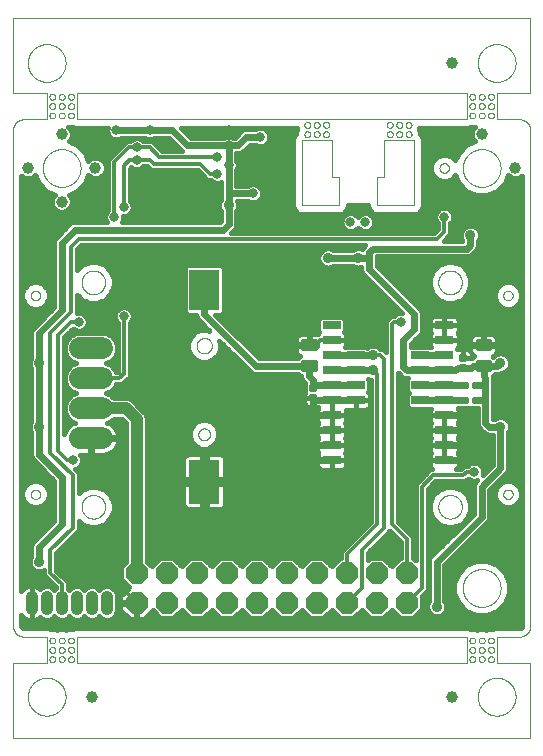
<source format=gbl>
G75*
%MOIN*%
%OFA0B0*%
%FSLAX25Y25*%
%IPPOS*%
%LPD*%
%AMOC8*
5,1,8,0,0,1.08239X$1,22.5*
%
%ADD10C,0.00000*%
%ADD11OC8,0.07400*%
%ADD12C,0.03937*%
%ADD13C,0.04134*%
%ADD14C,0.07400*%
%ADD15R,0.10236X0.14764*%
%ADD16R,0.10236X0.13780*%
%ADD17R,0.06004X0.02559*%
%ADD18R,0.06000X0.03000*%
%ADD19C,0.01250*%
%ADD20C,0.01000*%
%ADD21C,0.01600*%
%ADD22C,0.02400*%
%ADD23C,0.03169*%
%ADD24C,0.01200*%
%ADD25C,0.04000*%
%ADD26C,0.03562*%
D10*
X0003000Y0001000D02*
X0175500Y0001000D01*
X0175500Y0026000D01*
X0164250Y0026000D01*
X0164250Y0034750D01*
X0171750Y0034750D01*
X0171870Y0034752D01*
X0171990Y0034758D01*
X0172110Y0034767D01*
X0172230Y0034781D01*
X0172348Y0034798D01*
X0172467Y0034819D01*
X0172584Y0034844D01*
X0172701Y0034873D01*
X0172817Y0034905D01*
X0172932Y0034941D01*
X0173045Y0034981D01*
X0173157Y0035024D01*
X0173268Y0035071D01*
X0173377Y0035121D01*
X0173485Y0035175D01*
X0173590Y0035233D01*
X0173694Y0035293D01*
X0173796Y0035357D01*
X0173895Y0035424D01*
X0173993Y0035495D01*
X0174088Y0035568D01*
X0174181Y0035645D01*
X0174271Y0035724D01*
X0174359Y0035806D01*
X0174444Y0035891D01*
X0174526Y0035979D01*
X0174605Y0036069D01*
X0174682Y0036162D01*
X0174755Y0036257D01*
X0174826Y0036355D01*
X0174893Y0036454D01*
X0174957Y0036556D01*
X0175017Y0036660D01*
X0175075Y0036765D01*
X0175129Y0036873D01*
X0175179Y0036982D01*
X0175226Y0037093D01*
X0175269Y0037205D01*
X0175309Y0037318D01*
X0175345Y0037433D01*
X0175377Y0037549D01*
X0175406Y0037666D01*
X0175431Y0037783D01*
X0175452Y0037902D01*
X0175469Y0038020D01*
X0175483Y0038140D01*
X0175492Y0038260D01*
X0175498Y0038380D01*
X0175500Y0038500D01*
X0175500Y0203500D01*
X0175498Y0203620D01*
X0175492Y0203740D01*
X0175483Y0203860D01*
X0175469Y0203980D01*
X0175452Y0204098D01*
X0175431Y0204217D01*
X0175406Y0204334D01*
X0175377Y0204451D01*
X0175345Y0204567D01*
X0175309Y0204682D01*
X0175269Y0204795D01*
X0175226Y0204907D01*
X0175179Y0205018D01*
X0175129Y0205127D01*
X0175075Y0205235D01*
X0175017Y0205340D01*
X0174957Y0205444D01*
X0174893Y0205546D01*
X0174826Y0205645D01*
X0174755Y0205743D01*
X0174682Y0205838D01*
X0174605Y0205931D01*
X0174526Y0206021D01*
X0174444Y0206109D01*
X0174359Y0206194D01*
X0174271Y0206276D01*
X0174181Y0206355D01*
X0174088Y0206432D01*
X0173993Y0206505D01*
X0173895Y0206576D01*
X0173796Y0206643D01*
X0173694Y0206707D01*
X0173590Y0206767D01*
X0173485Y0206825D01*
X0173377Y0206879D01*
X0173268Y0206929D01*
X0173157Y0206976D01*
X0173045Y0207019D01*
X0172932Y0207059D01*
X0172817Y0207095D01*
X0172701Y0207127D01*
X0172584Y0207156D01*
X0172467Y0207181D01*
X0172348Y0207202D01*
X0172230Y0207219D01*
X0172110Y0207233D01*
X0171990Y0207242D01*
X0171870Y0207248D01*
X0171750Y0207250D01*
X0164250Y0207250D01*
X0164250Y0216000D01*
X0175500Y0216000D01*
X0175500Y0241000D01*
X0003000Y0241000D01*
X0003000Y0216000D01*
X0014250Y0216000D01*
X0014250Y0207250D01*
X0006750Y0207250D01*
X0006630Y0207248D01*
X0006510Y0207242D01*
X0006390Y0207233D01*
X0006270Y0207219D01*
X0006152Y0207202D01*
X0006033Y0207181D01*
X0005916Y0207156D01*
X0005799Y0207127D01*
X0005683Y0207095D01*
X0005568Y0207059D01*
X0005455Y0207019D01*
X0005343Y0206976D01*
X0005232Y0206929D01*
X0005123Y0206879D01*
X0005015Y0206825D01*
X0004910Y0206767D01*
X0004806Y0206707D01*
X0004704Y0206643D01*
X0004605Y0206576D01*
X0004507Y0206505D01*
X0004412Y0206432D01*
X0004319Y0206355D01*
X0004229Y0206276D01*
X0004141Y0206194D01*
X0004056Y0206109D01*
X0003974Y0206021D01*
X0003895Y0205931D01*
X0003818Y0205838D01*
X0003745Y0205743D01*
X0003674Y0205645D01*
X0003607Y0205546D01*
X0003543Y0205444D01*
X0003483Y0205340D01*
X0003425Y0205235D01*
X0003371Y0205127D01*
X0003321Y0205018D01*
X0003274Y0204907D01*
X0003231Y0204795D01*
X0003191Y0204682D01*
X0003155Y0204567D01*
X0003123Y0204451D01*
X0003094Y0204334D01*
X0003069Y0204217D01*
X0003048Y0204098D01*
X0003031Y0203980D01*
X0003017Y0203860D01*
X0003008Y0203740D01*
X0003002Y0203620D01*
X0003000Y0203500D01*
X0003000Y0038500D01*
X0003002Y0038380D01*
X0003008Y0038260D01*
X0003017Y0038140D01*
X0003031Y0038020D01*
X0003048Y0037902D01*
X0003069Y0037783D01*
X0003094Y0037666D01*
X0003123Y0037549D01*
X0003155Y0037433D01*
X0003191Y0037318D01*
X0003231Y0037205D01*
X0003274Y0037093D01*
X0003321Y0036982D01*
X0003371Y0036873D01*
X0003425Y0036765D01*
X0003483Y0036660D01*
X0003543Y0036556D01*
X0003607Y0036454D01*
X0003674Y0036355D01*
X0003745Y0036257D01*
X0003818Y0036162D01*
X0003895Y0036069D01*
X0003974Y0035979D01*
X0004056Y0035891D01*
X0004141Y0035806D01*
X0004229Y0035724D01*
X0004319Y0035645D01*
X0004412Y0035568D01*
X0004507Y0035495D01*
X0004605Y0035424D01*
X0004704Y0035357D01*
X0004806Y0035293D01*
X0004910Y0035233D01*
X0005015Y0035175D01*
X0005123Y0035121D01*
X0005232Y0035071D01*
X0005343Y0035024D01*
X0005455Y0034981D01*
X0005568Y0034941D01*
X0005683Y0034905D01*
X0005799Y0034873D01*
X0005916Y0034844D01*
X0006033Y0034819D01*
X0006152Y0034798D01*
X0006270Y0034781D01*
X0006390Y0034767D01*
X0006510Y0034758D01*
X0006630Y0034752D01*
X0006750Y0034750D01*
X0014250Y0034750D01*
X0014250Y0026000D01*
X0003000Y0026000D01*
X0003000Y0001000D01*
X0007951Y0014750D02*
X0007953Y0014908D01*
X0007959Y0015066D01*
X0007969Y0015224D01*
X0007983Y0015382D01*
X0008001Y0015539D01*
X0008022Y0015696D01*
X0008048Y0015852D01*
X0008078Y0016008D01*
X0008111Y0016163D01*
X0008149Y0016316D01*
X0008190Y0016469D01*
X0008235Y0016621D01*
X0008284Y0016772D01*
X0008337Y0016921D01*
X0008393Y0017069D01*
X0008453Y0017215D01*
X0008517Y0017360D01*
X0008585Y0017503D01*
X0008656Y0017645D01*
X0008730Y0017785D01*
X0008808Y0017922D01*
X0008890Y0018058D01*
X0008974Y0018192D01*
X0009063Y0018323D01*
X0009154Y0018452D01*
X0009249Y0018579D01*
X0009346Y0018704D01*
X0009447Y0018826D01*
X0009551Y0018945D01*
X0009658Y0019062D01*
X0009768Y0019176D01*
X0009881Y0019287D01*
X0009996Y0019396D01*
X0010114Y0019501D01*
X0010235Y0019603D01*
X0010358Y0019703D01*
X0010484Y0019799D01*
X0010612Y0019892D01*
X0010742Y0019982D01*
X0010875Y0020068D01*
X0011010Y0020152D01*
X0011146Y0020231D01*
X0011285Y0020308D01*
X0011426Y0020380D01*
X0011568Y0020450D01*
X0011712Y0020515D01*
X0011858Y0020577D01*
X0012005Y0020635D01*
X0012154Y0020690D01*
X0012304Y0020741D01*
X0012455Y0020788D01*
X0012607Y0020831D01*
X0012760Y0020870D01*
X0012915Y0020906D01*
X0013070Y0020937D01*
X0013226Y0020965D01*
X0013382Y0020989D01*
X0013539Y0021009D01*
X0013697Y0021025D01*
X0013854Y0021037D01*
X0014013Y0021045D01*
X0014171Y0021049D01*
X0014329Y0021049D01*
X0014487Y0021045D01*
X0014646Y0021037D01*
X0014803Y0021025D01*
X0014961Y0021009D01*
X0015118Y0020989D01*
X0015274Y0020965D01*
X0015430Y0020937D01*
X0015585Y0020906D01*
X0015740Y0020870D01*
X0015893Y0020831D01*
X0016045Y0020788D01*
X0016196Y0020741D01*
X0016346Y0020690D01*
X0016495Y0020635D01*
X0016642Y0020577D01*
X0016788Y0020515D01*
X0016932Y0020450D01*
X0017074Y0020380D01*
X0017215Y0020308D01*
X0017354Y0020231D01*
X0017490Y0020152D01*
X0017625Y0020068D01*
X0017758Y0019982D01*
X0017888Y0019892D01*
X0018016Y0019799D01*
X0018142Y0019703D01*
X0018265Y0019603D01*
X0018386Y0019501D01*
X0018504Y0019396D01*
X0018619Y0019287D01*
X0018732Y0019176D01*
X0018842Y0019062D01*
X0018949Y0018945D01*
X0019053Y0018826D01*
X0019154Y0018704D01*
X0019251Y0018579D01*
X0019346Y0018452D01*
X0019437Y0018323D01*
X0019526Y0018192D01*
X0019610Y0018058D01*
X0019692Y0017922D01*
X0019770Y0017785D01*
X0019844Y0017645D01*
X0019915Y0017503D01*
X0019983Y0017360D01*
X0020047Y0017215D01*
X0020107Y0017069D01*
X0020163Y0016921D01*
X0020216Y0016772D01*
X0020265Y0016621D01*
X0020310Y0016469D01*
X0020351Y0016316D01*
X0020389Y0016163D01*
X0020422Y0016008D01*
X0020452Y0015852D01*
X0020478Y0015696D01*
X0020499Y0015539D01*
X0020517Y0015382D01*
X0020531Y0015224D01*
X0020541Y0015066D01*
X0020547Y0014908D01*
X0020549Y0014750D01*
X0020547Y0014592D01*
X0020541Y0014434D01*
X0020531Y0014276D01*
X0020517Y0014118D01*
X0020499Y0013961D01*
X0020478Y0013804D01*
X0020452Y0013648D01*
X0020422Y0013492D01*
X0020389Y0013337D01*
X0020351Y0013184D01*
X0020310Y0013031D01*
X0020265Y0012879D01*
X0020216Y0012728D01*
X0020163Y0012579D01*
X0020107Y0012431D01*
X0020047Y0012285D01*
X0019983Y0012140D01*
X0019915Y0011997D01*
X0019844Y0011855D01*
X0019770Y0011715D01*
X0019692Y0011578D01*
X0019610Y0011442D01*
X0019526Y0011308D01*
X0019437Y0011177D01*
X0019346Y0011048D01*
X0019251Y0010921D01*
X0019154Y0010796D01*
X0019053Y0010674D01*
X0018949Y0010555D01*
X0018842Y0010438D01*
X0018732Y0010324D01*
X0018619Y0010213D01*
X0018504Y0010104D01*
X0018386Y0009999D01*
X0018265Y0009897D01*
X0018142Y0009797D01*
X0018016Y0009701D01*
X0017888Y0009608D01*
X0017758Y0009518D01*
X0017625Y0009432D01*
X0017490Y0009348D01*
X0017354Y0009269D01*
X0017215Y0009192D01*
X0017074Y0009120D01*
X0016932Y0009050D01*
X0016788Y0008985D01*
X0016642Y0008923D01*
X0016495Y0008865D01*
X0016346Y0008810D01*
X0016196Y0008759D01*
X0016045Y0008712D01*
X0015893Y0008669D01*
X0015740Y0008630D01*
X0015585Y0008594D01*
X0015430Y0008563D01*
X0015274Y0008535D01*
X0015118Y0008511D01*
X0014961Y0008491D01*
X0014803Y0008475D01*
X0014646Y0008463D01*
X0014487Y0008455D01*
X0014329Y0008451D01*
X0014171Y0008451D01*
X0014013Y0008455D01*
X0013854Y0008463D01*
X0013697Y0008475D01*
X0013539Y0008491D01*
X0013382Y0008511D01*
X0013226Y0008535D01*
X0013070Y0008563D01*
X0012915Y0008594D01*
X0012760Y0008630D01*
X0012607Y0008669D01*
X0012455Y0008712D01*
X0012304Y0008759D01*
X0012154Y0008810D01*
X0012005Y0008865D01*
X0011858Y0008923D01*
X0011712Y0008985D01*
X0011568Y0009050D01*
X0011426Y0009120D01*
X0011285Y0009192D01*
X0011146Y0009269D01*
X0011010Y0009348D01*
X0010875Y0009432D01*
X0010742Y0009518D01*
X0010612Y0009608D01*
X0010484Y0009701D01*
X0010358Y0009797D01*
X0010235Y0009897D01*
X0010114Y0009999D01*
X0009996Y0010104D01*
X0009881Y0010213D01*
X0009768Y0010324D01*
X0009658Y0010438D01*
X0009551Y0010555D01*
X0009447Y0010674D01*
X0009346Y0010796D01*
X0009249Y0010921D01*
X0009154Y0011048D01*
X0009063Y0011177D01*
X0008974Y0011308D01*
X0008890Y0011442D01*
X0008808Y0011578D01*
X0008730Y0011715D01*
X0008656Y0011855D01*
X0008585Y0011997D01*
X0008517Y0012140D01*
X0008453Y0012285D01*
X0008393Y0012431D01*
X0008337Y0012579D01*
X0008284Y0012728D01*
X0008235Y0012879D01*
X0008190Y0013031D01*
X0008149Y0013184D01*
X0008111Y0013337D01*
X0008078Y0013492D01*
X0008048Y0013648D01*
X0008022Y0013804D01*
X0008001Y0013961D01*
X0007983Y0014118D01*
X0007969Y0014276D01*
X0007959Y0014434D01*
X0007953Y0014592D01*
X0007951Y0014750D01*
X0015141Y0027250D02*
X0015143Y0027312D01*
X0015149Y0027375D01*
X0015159Y0027436D01*
X0015173Y0027497D01*
X0015190Y0027557D01*
X0015211Y0027616D01*
X0015237Y0027673D01*
X0015265Y0027728D01*
X0015297Y0027782D01*
X0015333Y0027833D01*
X0015371Y0027883D01*
X0015413Y0027929D01*
X0015457Y0027973D01*
X0015505Y0028014D01*
X0015554Y0028052D01*
X0015606Y0028086D01*
X0015660Y0028117D01*
X0015716Y0028145D01*
X0015774Y0028169D01*
X0015833Y0028190D01*
X0015893Y0028206D01*
X0015954Y0028219D01*
X0016016Y0028228D01*
X0016078Y0028233D01*
X0016141Y0028234D01*
X0016203Y0028231D01*
X0016265Y0028224D01*
X0016327Y0028213D01*
X0016387Y0028198D01*
X0016447Y0028180D01*
X0016505Y0028158D01*
X0016562Y0028132D01*
X0016617Y0028102D01*
X0016670Y0028069D01*
X0016721Y0028033D01*
X0016769Y0027994D01*
X0016815Y0027951D01*
X0016858Y0027906D01*
X0016898Y0027858D01*
X0016935Y0027808D01*
X0016969Y0027755D01*
X0017000Y0027701D01*
X0017026Y0027645D01*
X0017050Y0027587D01*
X0017069Y0027527D01*
X0017085Y0027467D01*
X0017097Y0027405D01*
X0017105Y0027344D01*
X0017109Y0027281D01*
X0017109Y0027219D01*
X0017105Y0027156D01*
X0017097Y0027095D01*
X0017085Y0027033D01*
X0017069Y0026973D01*
X0017050Y0026913D01*
X0017026Y0026855D01*
X0017000Y0026799D01*
X0016969Y0026745D01*
X0016935Y0026692D01*
X0016898Y0026642D01*
X0016858Y0026594D01*
X0016815Y0026549D01*
X0016769Y0026506D01*
X0016721Y0026467D01*
X0016670Y0026431D01*
X0016617Y0026398D01*
X0016562Y0026368D01*
X0016505Y0026342D01*
X0016447Y0026320D01*
X0016387Y0026302D01*
X0016327Y0026287D01*
X0016265Y0026276D01*
X0016203Y0026269D01*
X0016141Y0026266D01*
X0016078Y0026267D01*
X0016016Y0026272D01*
X0015954Y0026281D01*
X0015893Y0026294D01*
X0015833Y0026310D01*
X0015774Y0026331D01*
X0015716Y0026355D01*
X0015660Y0026383D01*
X0015606Y0026414D01*
X0015554Y0026448D01*
X0015505Y0026486D01*
X0015457Y0026527D01*
X0015413Y0026571D01*
X0015371Y0026617D01*
X0015333Y0026667D01*
X0015297Y0026718D01*
X0015265Y0026772D01*
X0015237Y0026827D01*
X0015211Y0026884D01*
X0015190Y0026943D01*
X0015173Y0027003D01*
X0015159Y0027064D01*
X0015149Y0027125D01*
X0015143Y0027188D01*
X0015141Y0027250D01*
X0015141Y0030375D02*
X0015143Y0030437D01*
X0015149Y0030500D01*
X0015159Y0030561D01*
X0015173Y0030622D01*
X0015190Y0030682D01*
X0015211Y0030741D01*
X0015237Y0030798D01*
X0015265Y0030853D01*
X0015297Y0030907D01*
X0015333Y0030958D01*
X0015371Y0031008D01*
X0015413Y0031054D01*
X0015457Y0031098D01*
X0015505Y0031139D01*
X0015554Y0031177D01*
X0015606Y0031211D01*
X0015660Y0031242D01*
X0015716Y0031270D01*
X0015774Y0031294D01*
X0015833Y0031315D01*
X0015893Y0031331D01*
X0015954Y0031344D01*
X0016016Y0031353D01*
X0016078Y0031358D01*
X0016141Y0031359D01*
X0016203Y0031356D01*
X0016265Y0031349D01*
X0016327Y0031338D01*
X0016387Y0031323D01*
X0016447Y0031305D01*
X0016505Y0031283D01*
X0016562Y0031257D01*
X0016617Y0031227D01*
X0016670Y0031194D01*
X0016721Y0031158D01*
X0016769Y0031119D01*
X0016815Y0031076D01*
X0016858Y0031031D01*
X0016898Y0030983D01*
X0016935Y0030933D01*
X0016969Y0030880D01*
X0017000Y0030826D01*
X0017026Y0030770D01*
X0017050Y0030712D01*
X0017069Y0030652D01*
X0017085Y0030592D01*
X0017097Y0030530D01*
X0017105Y0030469D01*
X0017109Y0030406D01*
X0017109Y0030344D01*
X0017105Y0030281D01*
X0017097Y0030220D01*
X0017085Y0030158D01*
X0017069Y0030098D01*
X0017050Y0030038D01*
X0017026Y0029980D01*
X0017000Y0029924D01*
X0016969Y0029870D01*
X0016935Y0029817D01*
X0016898Y0029767D01*
X0016858Y0029719D01*
X0016815Y0029674D01*
X0016769Y0029631D01*
X0016721Y0029592D01*
X0016670Y0029556D01*
X0016617Y0029523D01*
X0016562Y0029493D01*
X0016505Y0029467D01*
X0016447Y0029445D01*
X0016387Y0029427D01*
X0016327Y0029412D01*
X0016265Y0029401D01*
X0016203Y0029394D01*
X0016141Y0029391D01*
X0016078Y0029392D01*
X0016016Y0029397D01*
X0015954Y0029406D01*
X0015893Y0029419D01*
X0015833Y0029435D01*
X0015774Y0029456D01*
X0015716Y0029480D01*
X0015660Y0029508D01*
X0015606Y0029539D01*
X0015554Y0029573D01*
X0015505Y0029611D01*
X0015457Y0029652D01*
X0015413Y0029696D01*
X0015371Y0029742D01*
X0015333Y0029792D01*
X0015297Y0029843D01*
X0015265Y0029897D01*
X0015237Y0029952D01*
X0015211Y0030009D01*
X0015190Y0030068D01*
X0015173Y0030128D01*
X0015159Y0030189D01*
X0015149Y0030250D01*
X0015143Y0030313D01*
X0015141Y0030375D01*
X0015141Y0033500D02*
X0015143Y0033562D01*
X0015149Y0033625D01*
X0015159Y0033686D01*
X0015173Y0033747D01*
X0015190Y0033807D01*
X0015211Y0033866D01*
X0015237Y0033923D01*
X0015265Y0033978D01*
X0015297Y0034032D01*
X0015333Y0034083D01*
X0015371Y0034133D01*
X0015413Y0034179D01*
X0015457Y0034223D01*
X0015505Y0034264D01*
X0015554Y0034302D01*
X0015606Y0034336D01*
X0015660Y0034367D01*
X0015716Y0034395D01*
X0015774Y0034419D01*
X0015833Y0034440D01*
X0015893Y0034456D01*
X0015954Y0034469D01*
X0016016Y0034478D01*
X0016078Y0034483D01*
X0016141Y0034484D01*
X0016203Y0034481D01*
X0016265Y0034474D01*
X0016327Y0034463D01*
X0016387Y0034448D01*
X0016447Y0034430D01*
X0016505Y0034408D01*
X0016562Y0034382D01*
X0016617Y0034352D01*
X0016670Y0034319D01*
X0016721Y0034283D01*
X0016769Y0034244D01*
X0016815Y0034201D01*
X0016858Y0034156D01*
X0016898Y0034108D01*
X0016935Y0034058D01*
X0016969Y0034005D01*
X0017000Y0033951D01*
X0017026Y0033895D01*
X0017050Y0033837D01*
X0017069Y0033777D01*
X0017085Y0033717D01*
X0017097Y0033655D01*
X0017105Y0033594D01*
X0017109Y0033531D01*
X0017109Y0033469D01*
X0017105Y0033406D01*
X0017097Y0033345D01*
X0017085Y0033283D01*
X0017069Y0033223D01*
X0017050Y0033163D01*
X0017026Y0033105D01*
X0017000Y0033049D01*
X0016969Y0032995D01*
X0016935Y0032942D01*
X0016898Y0032892D01*
X0016858Y0032844D01*
X0016815Y0032799D01*
X0016769Y0032756D01*
X0016721Y0032717D01*
X0016670Y0032681D01*
X0016617Y0032648D01*
X0016562Y0032618D01*
X0016505Y0032592D01*
X0016447Y0032570D01*
X0016387Y0032552D01*
X0016327Y0032537D01*
X0016265Y0032526D01*
X0016203Y0032519D01*
X0016141Y0032516D01*
X0016078Y0032517D01*
X0016016Y0032522D01*
X0015954Y0032531D01*
X0015893Y0032544D01*
X0015833Y0032560D01*
X0015774Y0032581D01*
X0015716Y0032605D01*
X0015660Y0032633D01*
X0015606Y0032664D01*
X0015554Y0032698D01*
X0015505Y0032736D01*
X0015457Y0032777D01*
X0015413Y0032821D01*
X0015371Y0032867D01*
X0015333Y0032917D01*
X0015297Y0032968D01*
X0015265Y0033022D01*
X0015237Y0033077D01*
X0015211Y0033134D01*
X0015190Y0033193D01*
X0015173Y0033253D01*
X0015159Y0033314D01*
X0015149Y0033375D01*
X0015143Y0033438D01*
X0015141Y0033500D01*
X0018266Y0033500D02*
X0018268Y0033562D01*
X0018274Y0033625D01*
X0018284Y0033686D01*
X0018298Y0033747D01*
X0018315Y0033807D01*
X0018336Y0033866D01*
X0018362Y0033923D01*
X0018390Y0033978D01*
X0018422Y0034032D01*
X0018458Y0034083D01*
X0018496Y0034133D01*
X0018538Y0034179D01*
X0018582Y0034223D01*
X0018630Y0034264D01*
X0018679Y0034302D01*
X0018731Y0034336D01*
X0018785Y0034367D01*
X0018841Y0034395D01*
X0018899Y0034419D01*
X0018958Y0034440D01*
X0019018Y0034456D01*
X0019079Y0034469D01*
X0019141Y0034478D01*
X0019203Y0034483D01*
X0019266Y0034484D01*
X0019328Y0034481D01*
X0019390Y0034474D01*
X0019452Y0034463D01*
X0019512Y0034448D01*
X0019572Y0034430D01*
X0019630Y0034408D01*
X0019687Y0034382D01*
X0019742Y0034352D01*
X0019795Y0034319D01*
X0019846Y0034283D01*
X0019894Y0034244D01*
X0019940Y0034201D01*
X0019983Y0034156D01*
X0020023Y0034108D01*
X0020060Y0034058D01*
X0020094Y0034005D01*
X0020125Y0033951D01*
X0020151Y0033895D01*
X0020175Y0033837D01*
X0020194Y0033777D01*
X0020210Y0033717D01*
X0020222Y0033655D01*
X0020230Y0033594D01*
X0020234Y0033531D01*
X0020234Y0033469D01*
X0020230Y0033406D01*
X0020222Y0033345D01*
X0020210Y0033283D01*
X0020194Y0033223D01*
X0020175Y0033163D01*
X0020151Y0033105D01*
X0020125Y0033049D01*
X0020094Y0032995D01*
X0020060Y0032942D01*
X0020023Y0032892D01*
X0019983Y0032844D01*
X0019940Y0032799D01*
X0019894Y0032756D01*
X0019846Y0032717D01*
X0019795Y0032681D01*
X0019742Y0032648D01*
X0019687Y0032618D01*
X0019630Y0032592D01*
X0019572Y0032570D01*
X0019512Y0032552D01*
X0019452Y0032537D01*
X0019390Y0032526D01*
X0019328Y0032519D01*
X0019266Y0032516D01*
X0019203Y0032517D01*
X0019141Y0032522D01*
X0019079Y0032531D01*
X0019018Y0032544D01*
X0018958Y0032560D01*
X0018899Y0032581D01*
X0018841Y0032605D01*
X0018785Y0032633D01*
X0018731Y0032664D01*
X0018679Y0032698D01*
X0018630Y0032736D01*
X0018582Y0032777D01*
X0018538Y0032821D01*
X0018496Y0032867D01*
X0018458Y0032917D01*
X0018422Y0032968D01*
X0018390Y0033022D01*
X0018362Y0033077D01*
X0018336Y0033134D01*
X0018315Y0033193D01*
X0018298Y0033253D01*
X0018284Y0033314D01*
X0018274Y0033375D01*
X0018268Y0033438D01*
X0018266Y0033500D01*
X0018266Y0030375D02*
X0018268Y0030437D01*
X0018274Y0030500D01*
X0018284Y0030561D01*
X0018298Y0030622D01*
X0018315Y0030682D01*
X0018336Y0030741D01*
X0018362Y0030798D01*
X0018390Y0030853D01*
X0018422Y0030907D01*
X0018458Y0030958D01*
X0018496Y0031008D01*
X0018538Y0031054D01*
X0018582Y0031098D01*
X0018630Y0031139D01*
X0018679Y0031177D01*
X0018731Y0031211D01*
X0018785Y0031242D01*
X0018841Y0031270D01*
X0018899Y0031294D01*
X0018958Y0031315D01*
X0019018Y0031331D01*
X0019079Y0031344D01*
X0019141Y0031353D01*
X0019203Y0031358D01*
X0019266Y0031359D01*
X0019328Y0031356D01*
X0019390Y0031349D01*
X0019452Y0031338D01*
X0019512Y0031323D01*
X0019572Y0031305D01*
X0019630Y0031283D01*
X0019687Y0031257D01*
X0019742Y0031227D01*
X0019795Y0031194D01*
X0019846Y0031158D01*
X0019894Y0031119D01*
X0019940Y0031076D01*
X0019983Y0031031D01*
X0020023Y0030983D01*
X0020060Y0030933D01*
X0020094Y0030880D01*
X0020125Y0030826D01*
X0020151Y0030770D01*
X0020175Y0030712D01*
X0020194Y0030652D01*
X0020210Y0030592D01*
X0020222Y0030530D01*
X0020230Y0030469D01*
X0020234Y0030406D01*
X0020234Y0030344D01*
X0020230Y0030281D01*
X0020222Y0030220D01*
X0020210Y0030158D01*
X0020194Y0030098D01*
X0020175Y0030038D01*
X0020151Y0029980D01*
X0020125Y0029924D01*
X0020094Y0029870D01*
X0020060Y0029817D01*
X0020023Y0029767D01*
X0019983Y0029719D01*
X0019940Y0029674D01*
X0019894Y0029631D01*
X0019846Y0029592D01*
X0019795Y0029556D01*
X0019742Y0029523D01*
X0019687Y0029493D01*
X0019630Y0029467D01*
X0019572Y0029445D01*
X0019512Y0029427D01*
X0019452Y0029412D01*
X0019390Y0029401D01*
X0019328Y0029394D01*
X0019266Y0029391D01*
X0019203Y0029392D01*
X0019141Y0029397D01*
X0019079Y0029406D01*
X0019018Y0029419D01*
X0018958Y0029435D01*
X0018899Y0029456D01*
X0018841Y0029480D01*
X0018785Y0029508D01*
X0018731Y0029539D01*
X0018679Y0029573D01*
X0018630Y0029611D01*
X0018582Y0029652D01*
X0018538Y0029696D01*
X0018496Y0029742D01*
X0018458Y0029792D01*
X0018422Y0029843D01*
X0018390Y0029897D01*
X0018362Y0029952D01*
X0018336Y0030009D01*
X0018315Y0030068D01*
X0018298Y0030128D01*
X0018284Y0030189D01*
X0018274Y0030250D01*
X0018268Y0030313D01*
X0018266Y0030375D01*
X0018266Y0027250D02*
X0018268Y0027312D01*
X0018274Y0027375D01*
X0018284Y0027436D01*
X0018298Y0027497D01*
X0018315Y0027557D01*
X0018336Y0027616D01*
X0018362Y0027673D01*
X0018390Y0027728D01*
X0018422Y0027782D01*
X0018458Y0027833D01*
X0018496Y0027883D01*
X0018538Y0027929D01*
X0018582Y0027973D01*
X0018630Y0028014D01*
X0018679Y0028052D01*
X0018731Y0028086D01*
X0018785Y0028117D01*
X0018841Y0028145D01*
X0018899Y0028169D01*
X0018958Y0028190D01*
X0019018Y0028206D01*
X0019079Y0028219D01*
X0019141Y0028228D01*
X0019203Y0028233D01*
X0019266Y0028234D01*
X0019328Y0028231D01*
X0019390Y0028224D01*
X0019452Y0028213D01*
X0019512Y0028198D01*
X0019572Y0028180D01*
X0019630Y0028158D01*
X0019687Y0028132D01*
X0019742Y0028102D01*
X0019795Y0028069D01*
X0019846Y0028033D01*
X0019894Y0027994D01*
X0019940Y0027951D01*
X0019983Y0027906D01*
X0020023Y0027858D01*
X0020060Y0027808D01*
X0020094Y0027755D01*
X0020125Y0027701D01*
X0020151Y0027645D01*
X0020175Y0027587D01*
X0020194Y0027527D01*
X0020210Y0027467D01*
X0020222Y0027405D01*
X0020230Y0027344D01*
X0020234Y0027281D01*
X0020234Y0027219D01*
X0020230Y0027156D01*
X0020222Y0027095D01*
X0020210Y0027033D01*
X0020194Y0026973D01*
X0020175Y0026913D01*
X0020151Y0026855D01*
X0020125Y0026799D01*
X0020094Y0026745D01*
X0020060Y0026692D01*
X0020023Y0026642D01*
X0019983Y0026594D01*
X0019940Y0026549D01*
X0019894Y0026506D01*
X0019846Y0026467D01*
X0019795Y0026431D01*
X0019742Y0026398D01*
X0019687Y0026368D01*
X0019630Y0026342D01*
X0019572Y0026320D01*
X0019512Y0026302D01*
X0019452Y0026287D01*
X0019390Y0026276D01*
X0019328Y0026269D01*
X0019266Y0026266D01*
X0019203Y0026267D01*
X0019141Y0026272D01*
X0019079Y0026281D01*
X0019018Y0026294D01*
X0018958Y0026310D01*
X0018899Y0026331D01*
X0018841Y0026355D01*
X0018785Y0026383D01*
X0018731Y0026414D01*
X0018679Y0026448D01*
X0018630Y0026486D01*
X0018582Y0026527D01*
X0018538Y0026571D01*
X0018496Y0026617D01*
X0018458Y0026667D01*
X0018422Y0026718D01*
X0018390Y0026772D01*
X0018362Y0026827D01*
X0018336Y0026884D01*
X0018315Y0026943D01*
X0018298Y0027003D01*
X0018284Y0027064D01*
X0018274Y0027125D01*
X0018268Y0027188D01*
X0018266Y0027250D01*
X0021391Y0027250D02*
X0021393Y0027312D01*
X0021399Y0027375D01*
X0021409Y0027436D01*
X0021423Y0027497D01*
X0021440Y0027557D01*
X0021461Y0027616D01*
X0021487Y0027673D01*
X0021515Y0027728D01*
X0021547Y0027782D01*
X0021583Y0027833D01*
X0021621Y0027883D01*
X0021663Y0027929D01*
X0021707Y0027973D01*
X0021755Y0028014D01*
X0021804Y0028052D01*
X0021856Y0028086D01*
X0021910Y0028117D01*
X0021966Y0028145D01*
X0022024Y0028169D01*
X0022083Y0028190D01*
X0022143Y0028206D01*
X0022204Y0028219D01*
X0022266Y0028228D01*
X0022328Y0028233D01*
X0022391Y0028234D01*
X0022453Y0028231D01*
X0022515Y0028224D01*
X0022577Y0028213D01*
X0022637Y0028198D01*
X0022697Y0028180D01*
X0022755Y0028158D01*
X0022812Y0028132D01*
X0022867Y0028102D01*
X0022920Y0028069D01*
X0022971Y0028033D01*
X0023019Y0027994D01*
X0023065Y0027951D01*
X0023108Y0027906D01*
X0023148Y0027858D01*
X0023185Y0027808D01*
X0023219Y0027755D01*
X0023250Y0027701D01*
X0023276Y0027645D01*
X0023300Y0027587D01*
X0023319Y0027527D01*
X0023335Y0027467D01*
X0023347Y0027405D01*
X0023355Y0027344D01*
X0023359Y0027281D01*
X0023359Y0027219D01*
X0023355Y0027156D01*
X0023347Y0027095D01*
X0023335Y0027033D01*
X0023319Y0026973D01*
X0023300Y0026913D01*
X0023276Y0026855D01*
X0023250Y0026799D01*
X0023219Y0026745D01*
X0023185Y0026692D01*
X0023148Y0026642D01*
X0023108Y0026594D01*
X0023065Y0026549D01*
X0023019Y0026506D01*
X0022971Y0026467D01*
X0022920Y0026431D01*
X0022867Y0026398D01*
X0022812Y0026368D01*
X0022755Y0026342D01*
X0022697Y0026320D01*
X0022637Y0026302D01*
X0022577Y0026287D01*
X0022515Y0026276D01*
X0022453Y0026269D01*
X0022391Y0026266D01*
X0022328Y0026267D01*
X0022266Y0026272D01*
X0022204Y0026281D01*
X0022143Y0026294D01*
X0022083Y0026310D01*
X0022024Y0026331D01*
X0021966Y0026355D01*
X0021910Y0026383D01*
X0021856Y0026414D01*
X0021804Y0026448D01*
X0021755Y0026486D01*
X0021707Y0026527D01*
X0021663Y0026571D01*
X0021621Y0026617D01*
X0021583Y0026667D01*
X0021547Y0026718D01*
X0021515Y0026772D01*
X0021487Y0026827D01*
X0021461Y0026884D01*
X0021440Y0026943D01*
X0021423Y0027003D01*
X0021409Y0027064D01*
X0021399Y0027125D01*
X0021393Y0027188D01*
X0021391Y0027250D01*
X0024250Y0026000D02*
X0154250Y0026000D01*
X0154250Y0034750D01*
X0024250Y0034750D01*
X0024250Y0026000D01*
X0021391Y0030375D02*
X0021393Y0030437D01*
X0021399Y0030500D01*
X0021409Y0030561D01*
X0021423Y0030622D01*
X0021440Y0030682D01*
X0021461Y0030741D01*
X0021487Y0030798D01*
X0021515Y0030853D01*
X0021547Y0030907D01*
X0021583Y0030958D01*
X0021621Y0031008D01*
X0021663Y0031054D01*
X0021707Y0031098D01*
X0021755Y0031139D01*
X0021804Y0031177D01*
X0021856Y0031211D01*
X0021910Y0031242D01*
X0021966Y0031270D01*
X0022024Y0031294D01*
X0022083Y0031315D01*
X0022143Y0031331D01*
X0022204Y0031344D01*
X0022266Y0031353D01*
X0022328Y0031358D01*
X0022391Y0031359D01*
X0022453Y0031356D01*
X0022515Y0031349D01*
X0022577Y0031338D01*
X0022637Y0031323D01*
X0022697Y0031305D01*
X0022755Y0031283D01*
X0022812Y0031257D01*
X0022867Y0031227D01*
X0022920Y0031194D01*
X0022971Y0031158D01*
X0023019Y0031119D01*
X0023065Y0031076D01*
X0023108Y0031031D01*
X0023148Y0030983D01*
X0023185Y0030933D01*
X0023219Y0030880D01*
X0023250Y0030826D01*
X0023276Y0030770D01*
X0023300Y0030712D01*
X0023319Y0030652D01*
X0023335Y0030592D01*
X0023347Y0030530D01*
X0023355Y0030469D01*
X0023359Y0030406D01*
X0023359Y0030344D01*
X0023355Y0030281D01*
X0023347Y0030220D01*
X0023335Y0030158D01*
X0023319Y0030098D01*
X0023300Y0030038D01*
X0023276Y0029980D01*
X0023250Y0029924D01*
X0023219Y0029870D01*
X0023185Y0029817D01*
X0023148Y0029767D01*
X0023108Y0029719D01*
X0023065Y0029674D01*
X0023019Y0029631D01*
X0022971Y0029592D01*
X0022920Y0029556D01*
X0022867Y0029523D01*
X0022812Y0029493D01*
X0022755Y0029467D01*
X0022697Y0029445D01*
X0022637Y0029427D01*
X0022577Y0029412D01*
X0022515Y0029401D01*
X0022453Y0029394D01*
X0022391Y0029391D01*
X0022328Y0029392D01*
X0022266Y0029397D01*
X0022204Y0029406D01*
X0022143Y0029419D01*
X0022083Y0029435D01*
X0022024Y0029456D01*
X0021966Y0029480D01*
X0021910Y0029508D01*
X0021856Y0029539D01*
X0021804Y0029573D01*
X0021755Y0029611D01*
X0021707Y0029652D01*
X0021663Y0029696D01*
X0021621Y0029742D01*
X0021583Y0029792D01*
X0021547Y0029843D01*
X0021515Y0029897D01*
X0021487Y0029952D01*
X0021461Y0030009D01*
X0021440Y0030068D01*
X0021423Y0030128D01*
X0021409Y0030189D01*
X0021399Y0030250D01*
X0021393Y0030313D01*
X0021391Y0030375D01*
X0021391Y0033500D02*
X0021393Y0033562D01*
X0021399Y0033625D01*
X0021409Y0033686D01*
X0021423Y0033747D01*
X0021440Y0033807D01*
X0021461Y0033866D01*
X0021487Y0033923D01*
X0021515Y0033978D01*
X0021547Y0034032D01*
X0021583Y0034083D01*
X0021621Y0034133D01*
X0021663Y0034179D01*
X0021707Y0034223D01*
X0021755Y0034264D01*
X0021804Y0034302D01*
X0021856Y0034336D01*
X0021910Y0034367D01*
X0021966Y0034395D01*
X0022024Y0034419D01*
X0022083Y0034440D01*
X0022143Y0034456D01*
X0022204Y0034469D01*
X0022266Y0034478D01*
X0022328Y0034483D01*
X0022391Y0034484D01*
X0022453Y0034481D01*
X0022515Y0034474D01*
X0022577Y0034463D01*
X0022637Y0034448D01*
X0022697Y0034430D01*
X0022755Y0034408D01*
X0022812Y0034382D01*
X0022867Y0034352D01*
X0022920Y0034319D01*
X0022971Y0034283D01*
X0023019Y0034244D01*
X0023065Y0034201D01*
X0023108Y0034156D01*
X0023148Y0034108D01*
X0023185Y0034058D01*
X0023219Y0034005D01*
X0023250Y0033951D01*
X0023276Y0033895D01*
X0023300Y0033837D01*
X0023319Y0033777D01*
X0023335Y0033717D01*
X0023347Y0033655D01*
X0023355Y0033594D01*
X0023359Y0033531D01*
X0023359Y0033469D01*
X0023355Y0033406D01*
X0023347Y0033345D01*
X0023335Y0033283D01*
X0023319Y0033223D01*
X0023300Y0033163D01*
X0023276Y0033105D01*
X0023250Y0033049D01*
X0023219Y0032995D01*
X0023185Y0032942D01*
X0023148Y0032892D01*
X0023108Y0032844D01*
X0023065Y0032799D01*
X0023019Y0032756D01*
X0022971Y0032717D01*
X0022920Y0032681D01*
X0022867Y0032648D01*
X0022812Y0032618D01*
X0022755Y0032592D01*
X0022697Y0032570D01*
X0022637Y0032552D01*
X0022577Y0032537D01*
X0022515Y0032526D01*
X0022453Y0032519D01*
X0022391Y0032516D01*
X0022328Y0032517D01*
X0022266Y0032522D01*
X0022204Y0032531D01*
X0022143Y0032544D01*
X0022083Y0032560D01*
X0022024Y0032581D01*
X0021966Y0032605D01*
X0021910Y0032633D01*
X0021856Y0032664D01*
X0021804Y0032698D01*
X0021755Y0032736D01*
X0021707Y0032777D01*
X0021663Y0032821D01*
X0021621Y0032867D01*
X0021583Y0032917D01*
X0021547Y0032968D01*
X0021515Y0033022D01*
X0021487Y0033077D01*
X0021461Y0033134D01*
X0021440Y0033193D01*
X0021423Y0033253D01*
X0021409Y0033314D01*
X0021399Y0033375D01*
X0021393Y0033438D01*
X0021391Y0033500D01*
X0025860Y0078070D02*
X0025862Y0078195D01*
X0025868Y0078320D01*
X0025878Y0078444D01*
X0025892Y0078568D01*
X0025909Y0078692D01*
X0025931Y0078815D01*
X0025957Y0078937D01*
X0025986Y0079059D01*
X0026019Y0079179D01*
X0026057Y0079298D01*
X0026097Y0079417D01*
X0026142Y0079533D01*
X0026190Y0079648D01*
X0026242Y0079762D01*
X0026298Y0079874D01*
X0026357Y0079984D01*
X0026419Y0080092D01*
X0026485Y0080199D01*
X0026554Y0080303D01*
X0026627Y0080404D01*
X0026702Y0080504D01*
X0026781Y0080601D01*
X0026863Y0080695D01*
X0026948Y0080787D01*
X0027035Y0080876D01*
X0027126Y0080962D01*
X0027219Y0081045D01*
X0027315Y0081126D01*
X0027413Y0081203D01*
X0027513Y0081277D01*
X0027616Y0081348D01*
X0027721Y0081415D01*
X0027829Y0081480D01*
X0027938Y0081540D01*
X0028049Y0081598D01*
X0028162Y0081651D01*
X0028276Y0081701D01*
X0028392Y0081748D01*
X0028509Y0081790D01*
X0028628Y0081829D01*
X0028748Y0081865D01*
X0028869Y0081896D01*
X0028991Y0081924D01*
X0029113Y0081947D01*
X0029237Y0081967D01*
X0029361Y0081983D01*
X0029485Y0081995D01*
X0029610Y0082003D01*
X0029735Y0082007D01*
X0029859Y0082007D01*
X0029984Y0082003D01*
X0030109Y0081995D01*
X0030233Y0081983D01*
X0030357Y0081967D01*
X0030481Y0081947D01*
X0030603Y0081924D01*
X0030725Y0081896D01*
X0030846Y0081865D01*
X0030966Y0081829D01*
X0031085Y0081790D01*
X0031202Y0081748D01*
X0031318Y0081701D01*
X0031432Y0081651D01*
X0031545Y0081598D01*
X0031656Y0081540D01*
X0031766Y0081480D01*
X0031873Y0081415D01*
X0031978Y0081348D01*
X0032081Y0081277D01*
X0032181Y0081203D01*
X0032279Y0081126D01*
X0032375Y0081045D01*
X0032468Y0080962D01*
X0032559Y0080876D01*
X0032646Y0080787D01*
X0032731Y0080695D01*
X0032813Y0080601D01*
X0032892Y0080504D01*
X0032967Y0080404D01*
X0033040Y0080303D01*
X0033109Y0080199D01*
X0033175Y0080092D01*
X0033237Y0079984D01*
X0033296Y0079874D01*
X0033352Y0079762D01*
X0033404Y0079648D01*
X0033452Y0079533D01*
X0033497Y0079417D01*
X0033537Y0079298D01*
X0033575Y0079179D01*
X0033608Y0079059D01*
X0033637Y0078937D01*
X0033663Y0078815D01*
X0033685Y0078692D01*
X0033702Y0078568D01*
X0033716Y0078444D01*
X0033726Y0078320D01*
X0033732Y0078195D01*
X0033734Y0078070D01*
X0033732Y0077945D01*
X0033726Y0077820D01*
X0033716Y0077696D01*
X0033702Y0077572D01*
X0033685Y0077448D01*
X0033663Y0077325D01*
X0033637Y0077203D01*
X0033608Y0077081D01*
X0033575Y0076961D01*
X0033537Y0076842D01*
X0033497Y0076723D01*
X0033452Y0076607D01*
X0033404Y0076492D01*
X0033352Y0076378D01*
X0033296Y0076266D01*
X0033237Y0076156D01*
X0033175Y0076048D01*
X0033109Y0075941D01*
X0033040Y0075837D01*
X0032967Y0075736D01*
X0032892Y0075636D01*
X0032813Y0075539D01*
X0032731Y0075445D01*
X0032646Y0075353D01*
X0032559Y0075264D01*
X0032468Y0075178D01*
X0032375Y0075095D01*
X0032279Y0075014D01*
X0032181Y0074937D01*
X0032081Y0074863D01*
X0031978Y0074792D01*
X0031873Y0074725D01*
X0031765Y0074660D01*
X0031656Y0074600D01*
X0031545Y0074542D01*
X0031432Y0074489D01*
X0031318Y0074439D01*
X0031202Y0074392D01*
X0031085Y0074350D01*
X0030966Y0074311D01*
X0030846Y0074275D01*
X0030725Y0074244D01*
X0030603Y0074216D01*
X0030481Y0074193D01*
X0030357Y0074173D01*
X0030233Y0074157D01*
X0030109Y0074145D01*
X0029984Y0074137D01*
X0029859Y0074133D01*
X0029735Y0074133D01*
X0029610Y0074137D01*
X0029485Y0074145D01*
X0029361Y0074157D01*
X0029237Y0074173D01*
X0029113Y0074193D01*
X0028991Y0074216D01*
X0028869Y0074244D01*
X0028748Y0074275D01*
X0028628Y0074311D01*
X0028509Y0074350D01*
X0028392Y0074392D01*
X0028276Y0074439D01*
X0028162Y0074489D01*
X0028049Y0074542D01*
X0027938Y0074600D01*
X0027828Y0074660D01*
X0027721Y0074725D01*
X0027616Y0074792D01*
X0027513Y0074863D01*
X0027413Y0074937D01*
X0027315Y0075014D01*
X0027219Y0075095D01*
X0027126Y0075178D01*
X0027035Y0075264D01*
X0026948Y0075353D01*
X0026863Y0075445D01*
X0026781Y0075539D01*
X0026702Y0075636D01*
X0026627Y0075736D01*
X0026554Y0075837D01*
X0026485Y0075941D01*
X0026419Y0076048D01*
X0026357Y0076156D01*
X0026298Y0076266D01*
X0026242Y0076378D01*
X0026190Y0076492D01*
X0026142Y0076607D01*
X0026097Y0076723D01*
X0026057Y0076842D01*
X0026019Y0076961D01*
X0025986Y0077081D01*
X0025957Y0077203D01*
X0025931Y0077325D01*
X0025909Y0077448D01*
X0025892Y0077572D01*
X0025878Y0077696D01*
X0025868Y0077820D01*
X0025862Y0077945D01*
X0025860Y0078070D01*
X0008925Y0082250D02*
X0008927Y0082329D01*
X0008933Y0082408D01*
X0008943Y0082487D01*
X0008957Y0082565D01*
X0008974Y0082642D01*
X0008996Y0082718D01*
X0009021Y0082793D01*
X0009051Y0082866D01*
X0009083Y0082938D01*
X0009120Y0083009D01*
X0009160Y0083077D01*
X0009203Y0083143D01*
X0009249Y0083207D01*
X0009299Y0083269D01*
X0009352Y0083328D01*
X0009407Y0083384D01*
X0009466Y0083438D01*
X0009527Y0083488D01*
X0009590Y0083536D01*
X0009656Y0083580D01*
X0009724Y0083621D01*
X0009794Y0083658D01*
X0009865Y0083692D01*
X0009939Y0083722D01*
X0010013Y0083748D01*
X0010089Y0083770D01*
X0010166Y0083789D01*
X0010244Y0083804D01*
X0010322Y0083815D01*
X0010401Y0083822D01*
X0010480Y0083825D01*
X0010559Y0083824D01*
X0010638Y0083819D01*
X0010717Y0083810D01*
X0010795Y0083797D01*
X0010872Y0083780D01*
X0010949Y0083760D01*
X0011024Y0083735D01*
X0011098Y0083707D01*
X0011171Y0083675D01*
X0011241Y0083640D01*
X0011310Y0083601D01*
X0011377Y0083558D01*
X0011442Y0083512D01*
X0011504Y0083464D01*
X0011564Y0083412D01*
X0011621Y0083357D01*
X0011675Y0083299D01*
X0011726Y0083239D01*
X0011774Y0083176D01*
X0011819Y0083111D01*
X0011861Y0083043D01*
X0011899Y0082974D01*
X0011933Y0082903D01*
X0011964Y0082830D01*
X0011992Y0082755D01*
X0012015Y0082680D01*
X0012035Y0082603D01*
X0012051Y0082526D01*
X0012063Y0082447D01*
X0012071Y0082369D01*
X0012075Y0082290D01*
X0012075Y0082210D01*
X0012071Y0082131D01*
X0012063Y0082053D01*
X0012051Y0081974D01*
X0012035Y0081897D01*
X0012015Y0081820D01*
X0011992Y0081745D01*
X0011964Y0081670D01*
X0011933Y0081597D01*
X0011899Y0081526D01*
X0011861Y0081457D01*
X0011819Y0081389D01*
X0011774Y0081324D01*
X0011726Y0081261D01*
X0011675Y0081201D01*
X0011621Y0081143D01*
X0011564Y0081088D01*
X0011504Y0081036D01*
X0011442Y0080988D01*
X0011377Y0080942D01*
X0011310Y0080899D01*
X0011241Y0080860D01*
X0011171Y0080825D01*
X0011098Y0080793D01*
X0011024Y0080765D01*
X0010949Y0080740D01*
X0010872Y0080720D01*
X0010795Y0080703D01*
X0010717Y0080690D01*
X0010638Y0080681D01*
X0010559Y0080676D01*
X0010480Y0080675D01*
X0010401Y0080678D01*
X0010322Y0080685D01*
X0010244Y0080696D01*
X0010166Y0080711D01*
X0010089Y0080730D01*
X0010013Y0080752D01*
X0009939Y0080778D01*
X0009865Y0080808D01*
X0009794Y0080842D01*
X0009724Y0080879D01*
X0009656Y0080920D01*
X0009590Y0080964D01*
X0009527Y0081012D01*
X0009466Y0081062D01*
X0009407Y0081116D01*
X0009352Y0081172D01*
X0009299Y0081231D01*
X0009249Y0081293D01*
X0009203Y0081357D01*
X0009160Y0081423D01*
X0009120Y0081491D01*
X0009083Y0081562D01*
X0009051Y0081634D01*
X0009021Y0081707D01*
X0008996Y0081782D01*
X0008974Y0081858D01*
X0008957Y0081935D01*
X0008943Y0082013D01*
X0008933Y0082092D01*
X0008927Y0082171D01*
X0008925Y0082250D01*
X0008925Y0148500D02*
X0008927Y0148579D01*
X0008933Y0148658D01*
X0008943Y0148737D01*
X0008957Y0148815D01*
X0008974Y0148892D01*
X0008996Y0148968D01*
X0009021Y0149043D01*
X0009051Y0149116D01*
X0009083Y0149188D01*
X0009120Y0149259D01*
X0009160Y0149327D01*
X0009203Y0149393D01*
X0009249Y0149457D01*
X0009299Y0149519D01*
X0009352Y0149578D01*
X0009407Y0149634D01*
X0009466Y0149688D01*
X0009527Y0149738D01*
X0009590Y0149786D01*
X0009656Y0149830D01*
X0009724Y0149871D01*
X0009794Y0149908D01*
X0009865Y0149942D01*
X0009939Y0149972D01*
X0010013Y0149998D01*
X0010089Y0150020D01*
X0010166Y0150039D01*
X0010244Y0150054D01*
X0010322Y0150065D01*
X0010401Y0150072D01*
X0010480Y0150075D01*
X0010559Y0150074D01*
X0010638Y0150069D01*
X0010717Y0150060D01*
X0010795Y0150047D01*
X0010872Y0150030D01*
X0010949Y0150010D01*
X0011024Y0149985D01*
X0011098Y0149957D01*
X0011171Y0149925D01*
X0011241Y0149890D01*
X0011310Y0149851D01*
X0011377Y0149808D01*
X0011442Y0149762D01*
X0011504Y0149714D01*
X0011564Y0149662D01*
X0011621Y0149607D01*
X0011675Y0149549D01*
X0011726Y0149489D01*
X0011774Y0149426D01*
X0011819Y0149361D01*
X0011861Y0149293D01*
X0011899Y0149224D01*
X0011933Y0149153D01*
X0011964Y0149080D01*
X0011992Y0149005D01*
X0012015Y0148930D01*
X0012035Y0148853D01*
X0012051Y0148776D01*
X0012063Y0148697D01*
X0012071Y0148619D01*
X0012075Y0148540D01*
X0012075Y0148460D01*
X0012071Y0148381D01*
X0012063Y0148303D01*
X0012051Y0148224D01*
X0012035Y0148147D01*
X0012015Y0148070D01*
X0011992Y0147995D01*
X0011964Y0147920D01*
X0011933Y0147847D01*
X0011899Y0147776D01*
X0011861Y0147707D01*
X0011819Y0147639D01*
X0011774Y0147574D01*
X0011726Y0147511D01*
X0011675Y0147451D01*
X0011621Y0147393D01*
X0011564Y0147338D01*
X0011504Y0147286D01*
X0011442Y0147238D01*
X0011377Y0147192D01*
X0011310Y0147149D01*
X0011241Y0147110D01*
X0011171Y0147075D01*
X0011098Y0147043D01*
X0011024Y0147015D01*
X0010949Y0146990D01*
X0010872Y0146970D01*
X0010795Y0146953D01*
X0010717Y0146940D01*
X0010638Y0146931D01*
X0010559Y0146926D01*
X0010480Y0146925D01*
X0010401Y0146928D01*
X0010322Y0146935D01*
X0010244Y0146946D01*
X0010166Y0146961D01*
X0010089Y0146980D01*
X0010013Y0147002D01*
X0009939Y0147028D01*
X0009865Y0147058D01*
X0009794Y0147092D01*
X0009724Y0147129D01*
X0009656Y0147170D01*
X0009590Y0147214D01*
X0009527Y0147262D01*
X0009466Y0147312D01*
X0009407Y0147366D01*
X0009352Y0147422D01*
X0009299Y0147481D01*
X0009249Y0147543D01*
X0009203Y0147607D01*
X0009160Y0147673D01*
X0009120Y0147741D01*
X0009083Y0147812D01*
X0009051Y0147884D01*
X0009021Y0147957D01*
X0008996Y0148032D01*
X0008974Y0148108D01*
X0008957Y0148185D01*
X0008943Y0148263D01*
X0008933Y0148342D01*
X0008927Y0148421D01*
X0008925Y0148500D01*
X0025860Y0152875D02*
X0025862Y0153000D01*
X0025868Y0153125D01*
X0025878Y0153249D01*
X0025892Y0153373D01*
X0025909Y0153497D01*
X0025931Y0153620D01*
X0025957Y0153742D01*
X0025986Y0153864D01*
X0026019Y0153984D01*
X0026057Y0154103D01*
X0026097Y0154222D01*
X0026142Y0154338D01*
X0026190Y0154453D01*
X0026242Y0154567D01*
X0026298Y0154679D01*
X0026357Y0154789D01*
X0026419Y0154897D01*
X0026485Y0155004D01*
X0026554Y0155108D01*
X0026627Y0155209D01*
X0026702Y0155309D01*
X0026781Y0155406D01*
X0026863Y0155500D01*
X0026948Y0155592D01*
X0027035Y0155681D01*
X0027126Y0155767D01*
X0027219Y0155850D01*
X0027315Y0155931D01*
X0027413Y0156008D01*
X0027513Y0156082D01*
X0027616Y0156153D01*
X0027721Y0156220D01*
X0027829Y0156285D01*
X0027938Y0156345D01*
X0028049Y0156403D01*
X0028162Y0156456D01*
X0028276Y0156506D01*
X0028392Y0156553D01*
X0028509Y0156595D01*
X0028628Y0156634D01*
X0028748Y0156670D01*
X0028869Y0156701D01*
X0028991Y0156729D01*
X0029113Y0156752D01*
X0029237Y0156772D01*
X0029361Y0156788D01*
X0029485Y0156800D01*
X0029610Y0156808D01*
X0029735Y0156812D01*
X0029859Y0156812D01*
X0029984Y0156808D01*
X0030109Y0156800D01*
X0030233Y0156788D01*
X0030357Y0156772D01*
X0030481Y0156752D01*
X0030603Y0156729D01*
X0030725Y0156701D01*
X0030846Y0156670D01*
X0030966Y0156634D01*
X0031085Y0156595D01*
X0031202Y0156553D01*
X0031318Y0156506D01*
X0031432Y0156456D01*
X0031545Y0156403D01*
X0031656Y0156345D01*
X0031766Y0156285D01*
X0031873Y0156220D01*
X0031978Y0156153D01*
X0032081Y0156082D01*
X0032181Y0156008D01*
X0032279Y0155931D01*
X0032375Y0155850D01*
X0032468Y0155767D01*
X0032559Y0155681D01*
X0032646Y0155592D01*
X0032731Y0155500D01*
X0032813Y0155406D01*
X0032892Y0155309D01*
X0032967Y0155209D01*
X0033040Y0155108D01*
X0033109Y0155004D01*
X0033175Y0154897D01*
X0033237Y0154789D01*
X0033296Y0154679D01*
X0033352Y0154567D01*
X0033404Y0154453D01*
X0033452Y0154338D01*
X0033497Y0154222D01*
X0033537Y0154103D01*
X0033575Y0153984D01*
X0033608Y0153864D01*
X0033637Y0153742D01*
X0033663Y0153620D01*
X0033685Y0153497D01*
X0033702Y0153373D01*
X0033716Y0153249D01*
X0033726Y0153125D01*
X0033732Y0153000D01*
X0033734Y0152875D01*
X0033732Y0152750D01*
X0033726Y0152625D01*
X0033716Y0152501D01*
X0033702Y0152377D01*
X0033685Y0152253D01*
X0033663Y0152130D01*
X0033637Y0152008D01*
X0033608Y0151886D01*
X0033575Y0151766D01*
X0033537Y0151647D01*
X0033497Y0151528D01*
X0033452Y0151412D01*
X0033404Y0151297D01*
X0033352Y0151183D01*
X0033296Y0151071D01*
X0033237Y0150961D01*
X0033175Y0150853D01*
X0033109Y0150746D01*
X0033040Y0150642D01*
X0032967Y0150541D01*
X0032892Y0150441D01*
X0032813Y0150344D01*
X0032731Y0150250D01*
X0032646Y0150158D01*
X0032559Y0150069D01*
X0032468Y0149983D01*
X0032375Y0149900D01*
X0032279Y0149819D01*
X0032181Y0149742D01*
X0032081Y0149668D01*
X0031978Y0149597D01*
X0031873Y0149530D01*
X0031765Y0149465D01*
X0031656Y0149405D01*
X0031545Y0149347D01*
X0031432Y0149294D01*
X0031318Y0149244D01*
X0031202Y0149197D01*
X0031085Y0149155D01*
X0030966Y0149116D01*
X0030846Y0149080D01*
X0030725Y0149049D01*
X0030603Y0149021D01*
X0030481Y0148998D01*
X0030357Y0148978D01*
X0030233Y0148962D01*
X0030109Y0148950D01*
X0029984Y0148942D01*
X0029859Y0148938D01*
X0029735Y0148938D01*
X0029610Y0148942D01*
X0029485Y0148950D01*
X0029361Y0148962D01*
X0029237Y0148978D01*
X0029113Y0148998D01*
X0028991Y0149021D01*
X0028869Y0149049D01*
X0028748Y0149080D01*
X0028628Y0149116D01*
X0028509Y0149155D01*
X0028392Y0149197D01*
X0028276Y0149244D01*
X0028162Y0149294D01*
X0028049Y0149347D01*
X0027938Y0149405D01*
X0027828Y0149465D01*
X0027721Y0149530D01*
X0027616Y0149597D01*
X0027513Y0149668D01*
X0027413Y0149742D01*
X0027315Y0149819D01*
X0027219Y0149900D01*
X0027126Y0149983D01*
X0027035Y0150069D01*
X0026948Y0150158D01*
X0026863Y0150250D01*
X0026781Y0150344D01*
X0026702Y0150441D01*
X0026627Y0150541D01*
X0026554Y0150642D01*
X0026485Y0150746D01*
X0026419Y0150853D01*
X0026357Y0150961D01*
X0026298Y0151071D01*
X0026242Y0151183D01*
X0026190Y0151297D01*
X0026142Y0151412D01*
X0026097Y0151528D01*
X0026057Y0151647D01*
X0026019Y0151766D01*
X0025986Y0151886D01*
X0025957Y0152008D01*
X0025931Y0152130D01*
X0025909Y0152253D01*
X0025892Y0152377D01*
X0025878Y0152501D01*
X0025868Y0152625D01*
X0025862Y0152750D01*
X0025860Y0152875D01*
X0012951Y0191000D02*
X0012953Y0191158D01*
X0012959Y0191316D01*
X0012969Y0191474D01*
X0012983Y0191632D01*
X0013001Y0191789D01*
X0013022Y0191946D01*
X0013048Y0192102D01*
X0013078Y0192258D01*
X0013111Y0192413D01*
X0013149Y0192566D01*
X0013190Y0192719D01*
X0013235Y0192871D01*
X0013284Y0193022D01*
X0013337Y0193171D01*
X0013393Y0193319D01*
X0013453Y0193465D01*
X0013517Y0193610D01*
X0013585Y0193753D01*
X0013656Y0193895D01*
X0013730Y0194035D01*
X0013808Y0194172D01*
X0013890Y0194308D01*
X0013974Y0194442D01*
X0014063Y0194573D01*
X0014154Y0194702D01*
X0014249Y0194829D01*
X0014346Y0194954D01*
X0014447Y0195076D01*
X0014551Y0195195D01*
X0014658Y0195312D01*
X0014768Y0195426D01*
X0014881Y0195537D01*
X0014996Y0195646D01*
X0015114Y0195751D01*
X0015235Y0195853D01*
X0015358Y0195953D01*
X0015484Y0196049D01*
X0015612Y0196142D01*
X0015742Y0196232D01*
X0015875Y0196318D01*
X0016010Y0196402D01*
X0016146Y0196481D01*
X0016285Y0196558D01*
X0016426Y0196630D01*
X0016568Y0196700D01*
X0016712Y0196765D01*
X0016858Y0196827D01*
X0017005Y0196885D01*
X0017154Y0196940D01*
X0017304Y0196991D01*
X0017455Y0197038D01*
X0017607Y0197081D01*
X0017760Y0197120D01*
X0017915Y0197156D01*
X0018070Y0197187D01*
X0018226Y0197215D01*
X0018382Y0197239D01*
X0018539Y0197259D01*
X0018697Y0197275D01*
X0018854Y0197287D01*
X0019013Y0197295D01*
X0019171Y0197299D01*
X0019329Y0197299D01*
X0019487Y0197295D01*
X0019646Y0197287D01*
X0019803Y0197275D01*
X0019961Y0197259D01*
X0020118Y0197239D01*
X0020274Y0197215D01*
X0020430Y0197187D01*
X0020585Y0197156D01*
X0020740Y0197120D01*
X0020893Y0197081D01*
X0021045Y0197038D01*
X0021196Y0196991D01*
X0021346Y0196940D01*
X0021495Y0196885D01*
X0021642Y0196827D01*
X0021788Y0196765D01*
X0021932Y0196700D01*
X0022074Y0196630D01*
X0022215Y0196558D01*
X0022354Y0196481D01*
X0022490Y0196402D01*
X0022625Y0196318D01*
X0022758Y0196232D01*
X0022888Y0196142D01*
X0023016Y0196049D01*
X0023142Y0195953D01*
X0023265Y0195853D01*
X0023386Y0195751D01*
X0023504Y0195646D01*
X0023619Y0195537D01*
X0023732Y0195426D01*
X0023842Y0195312D01*
X0023949Y0195195D01*
X0024053Y0195076D01*
X0024154Y0194954D01*
X0024251Y0194829D01*
X0024346Y0194702D01*
X0024437Y0194573D01*
X0024526Y0194442D01*
X0024610Y0194308D01*
X0024692Y0194172D01*
X0024770Y0194035D01*
X0024844Y0193895D01*
X0024915Y0193753D01*
X0024983Y0193610D01*
X0025047Y0193465D01*
X0025107Y0193319D01*
X0025163Y0193171D01*
X0025216Y0193022D01*
X0025265Y0192871D01*
X0025310Y0192719D01*
X0025351Y0192566D01*
X0025389Y0192413D01*
X0025422Y0192258D01*
X0025452Y0192102D01*
X0025478Y0191946D01*
X0025499Y0191789D01*
X0025517Y0191632D01*
X0025531Y0191474D01*
X0025541Y0191316D01*
X0025547Y0191158D01*
X0025549Y0191000D01*
X0025547Y0190842D01*
X0025541Y0190684D01*
X0025531Y0190526D01*
X0025517Y0190368D01*
X0025499Y0190211D01*
X0025478Y0190054D01*
X0025452Y0189898D01*
X0025422Y0189742D01*
X0025389Y0189587D01*
X0025351Y0189434D01*
X0025310Y0189281D01*
X0025265Y0189129D01*
X0025216Y0188978D01*
X0025163Y0188829D01*
X0025107Y0188681D01*
X0025047Y0188535D01*
X0024983Y0188390D01*
X0024915Y0188247D01*
X0024844Y0188105D01*
X0024770Y0187965D01*
X0024692Y0187828D01*
X0024610Y0187692D01*
X0024526Y0187558D01*
X0024437Y0187427D01*
X0024346Y0187298D01*
X0024251Y0187171D01*
X0024154Y0187046D01*
X0024053Y0186924D01*
X0023949Y0186805D01*
X0023842Y0186688D01*
X0023732Y0186574D01*
X0023619Y0186463D01*
X0023504Y0186354D01*
X0023386Y0186249D01*
X0023265Y0186147D01*
X0023142Y0186047D01*
X0023016Y0185951D01*
X0022888Y0185858D01*
X0022758Y0185768D01*
X0022625Y0185682D01*
X0022490Y0185598D01*
X0022354Y0185519D01*
X0022215Y0185442D01*
X0022074Y0185370D01*
X0021932Y0185300D01*
X0021788Y0185235D01*
X0021642Y0185173D01*
X0021495Y0185115D01*
X0021346Y0185060D01*
X0021196Y0185009D01*
X0021045Y0184962D01*
X0020893Y0184919D01*
X0020740Y0184880D01*
X0020585Y0184844D01*
X0020430Y0184813D01*
X0020274Y0184785D01*
X0020118Y0184761D01*
X0019961Y0184741D01*
X0019803Y0184725D01*
X0019646Y0184713D01*
X0019487Y0184705D01*
X0019329Y0184701D01*
X0019171Y0184701D01*
X0019013Y0184705D01*
X0018854Y0184713D01*
X0018697Y0184725D01*
X0018539Y0184741D01*
X0018382Y0184761D01*
X0018226Y0184785D01*
X0018070Y0184813D01*
X0017915Y0184844D01*
X0017760Y0184880D01*
X0017607Y0184919D01*
X0017455Y0184962D01*
X0017304Y0185009D01*
X0017154Y0185060D01*
X0017005Y0185115D01*
X0016858Y0185173D01*
X0016712Y0185235D01*
X0016568Y0185300D01*
X0016426Y0185370D01*
X0016285Y0185442D01*
X0016146Y0185519D01*
X0016010Y0185598D01*
X0015875Y0185682D01*
X0015742Y0185768D01*
X0015612Y0185858D01*
X0015484Y0185951D01*
X0015358Y0186047D01*
X0015235Y0186147D01*
X0015114Y0186249D01*
X0014996Y0186354D01*
X0014881Y0186463D01*
X0014768Y0186574D01*
X0014658Y0186688D01*
X0014551Y0186805D01*
X0014447Y0186924D01*
X0014346Y0187046D01*
X0014249Y0187171D01*
X0014154Y0187298D01*
X0014063Y0187427D01*
X0013974Y0187558D01*
X0013890Y0187692D01*
X0013808Y0187828D01*
X0013730Y0187965D01*
X0013656Y0188105D01*
X0013585Y0188247D01*
X0013517Y0188390D01*
X0013453Y0188535D01*
X0013393Y0188681D01*
X0013337Y0188829D01*
X0013284Y0188978D01*
X0013235Y0189129D01*
X0013190Y0189281D01*
X0013149Y0189434D01*
X0013111Y0189587D01*
X0013078Y0189742D01*
X0013048Y0189898D01*
X0013022Y0190054D01*
X0013001Y0190211D01*
X0012983Y0190368D01*
X0012969Y0190526D01*
X0012959Y0190684D01*
X0012953Y0190842D01*
X0012951Y0191000D01*
X0024250Y0207250D02*
X0024250Y0216000D01*
X0154250Y0216000D01*
X0154250Y0207250D01*
X0024250Y0207250D01*
X0021391Y0208500D02*
X0021393Y0208562D01*
X0021399Y0208625D01*
X0021409Y0208686D01*
X0021423Y0208747D01*
X0021440Y0208807D01*
X0021461Y0208866D01*
X0021487Y0208923D01*
X0021515Y0208978D01*
X0021547Y0209032D01*
X0021583Y0209083D01*
X0021621Y0209133D01*
X0021663Y0209179D01*
X0021707Y0209223D01*
X0021755Y0209264D01*
X0021804Y0209302D01*
X0021856Y0209336D01*
X0021910Y0209367D01*
X0021966Y0209395D01*
X0022024Y0209419D01*
X0022083Y0209440D01*
X0022143Y0209456D01*
X0022204Y0209469D01*
X0022266Y0209478D01*
X0022328Y0209483D01*
X0022391Y0209484D01*
X0022453Y0209481D01*
X0022515Y0209474D01*
X0022577Y0209463D01*
X0022637Y0209448D01*
X0022697Y0209430D01*
X0022755Y0209408D01*
X0022812Y0209382D01*
X0022867Y0209352D01*
X0022920Y0209319D01*
X0022971Y0209283D01*
X0023019Y0209244D01*
X0023065Y0209201D01*
X0023108Y0209156D01*
X0023148Y0209108D01*
X0023185Y0209058D01*
X0023219Y0209005D01*
X0023250Y0208951D01*
X0023276Y0208895D01*
X0023300Y0208837D01*
X0023319Y0208777D01*
X0023335Y0208717D01*
X0023347Y0208655D01*
X0023355Y0208594D01*
X0023359Y0208531D01*
X0023359Y0208469D01*
X0023355Y0208406D01*
X0023347Y0208345D01*
X0023335Y0208283D01*
X0023319Y0208223D01*
X0023300Y0208163D01*
X0023276Y0208105D01*
X0023250Y0208049D01*
X0023219Y0207995D01*
X0023185Y0207942D01*
X0023148Y0207892D01*
X0023108Y0207844D01*
X0023065Y0207799D01*
X0023019Y0207756D01*
X0022971Y0207717D01*
X0022920Y0207681D01*
X0022867Y0207648D01*
X0022812Y0207618D01*
X0022755Y0207592D01*
X0022697Y0207570D01*
X0022637Y0207552D01*
X0022577Y0207537D01*
X0022515Y0207526D01*
X0022453Y0207519D01*
X0022391Y0207516D01*
X0022328Y0207517D01*
X0022266Y0207522D01*
X0022204Y0207531D01*
X0022143Y0207544D01*
X0022083Y0207560D01*
X0022024Y0207581D01*
X0021966Y0207605D01*
X0021910Y0207633D01*
X0021856Y0207664D01*
X0021804Y0207698D01*
X0021755Y0207736D01*
X0021707Y0207777D01*
X0021663Y0207821D01*
X0021621Y0207867D01*
X0021583Y0207917D01*
X0021547Y0207968D01*
X0021515Y0208022D01*
X0021487Y0208077D01*
X0021461Y0208134D01*
X0021440Y0208193D01*
X0021423Y0208253D01*
X0021409Y0208314D01*
X0021399Y0208375D01*
X0021393Y0208438D01*
X0021391Y0208500D01*
X0021391Y0211625D02*
X0021393Y0211687D01*
X0021399Y0211750D01*
X0021409Y0211811D01*
X0021423Y0211872D01*
X0021440Y0211932D01*
X0021461Y0211991D01*
X0021487Y0212048D01*
X0021515Y0212103D01*
X0021547Y0212157D01*
X0021583Y0212208D01*
X0021621Y0212258D01*
X0021663Y0212304D01*
X0021707Y0212348D01*
X0021755Y0212389D01*
X0021804Y0212427D01*
X0021856Y0212461D01*
X0021910Y0212492D01*
X0021966Y0212520D01*
X0022024Y0212544D01*
X0022083Y0212565D01*
X0022143Y0212581D01*
X0022204Y0212594D01*
X0022266Y0212603D01*
X0022328Y0212608D01*
X0022391Y0212609D01*
X0022453Y0212606D01*
X0022515Y0212599D01*
X0022577Y0212588D01*
X0022637Y0212573D01*
X0022697Y0212555D01*
X0022755Y0212533D01*
X0022812Y0212507D01*
X0022867Y0212477D01*
X0022920Y0212444D01*
X0022971Y0212408D01*
X0023019Y0212369D01*
X0023065Y0212326D01*
X0023108Y0212281D01*
X0023148Y0212233D01*
X0023185Y0212183D01*
X0023219Y0212130D01*
X0023250Y0212076D01*
X0023276Y0212020D01*
X0023300Y0211962D01*
X0023319Y0211902D01*
X0023335Y0211842D01*
X0023347Y0211780D01*
X0023355Y0211719D01*
X0023359Y0211656D01*
X0023359Y0211594D01*
X0023355Y0211531D01*
X0023347Y0211470D01*
X0023335Y0211408D01*
X0023319Y0211348D01*
X0023300Y0211288D01*
X0023276Y0211230D01*
X0023250Y0211174D01*
X0023219Y0211120D01*
X0023185Y0211067D01*
X0023148Y0211017D01*
X0023108Y0210969D01*
X0023065Y0210924D01*
X0023019Y0210881D01*
X0022971Y0210842D01*
X0022920Y0210806D01*
X0022867Y0210773D01*
X0022812Y0210743D01*
X0022755Y0210717D01*
X0022697Y0210695D01*
X0022637Y0210677D01*
X0022577Y0210662D01*
X0022515Y0210651D01*
X0022453Y0210644D01*
X0022391Y0210641D01*
X0022328Y0210642D01*
X0022266Y0210647D01*
X0022204Y0210656D01*
X0022143Y0210669D01*
X0022083Y0210685D01*
X0022024Y0210706D01*
X0021966Y0210730D01*
X0021910Y0210758D01*
X0021856Y0210789D01*
X0021804Y0210823D01*
X0021755Y0210861D01*
X0021707Y0210902D01*
X0021663Y0210946D01*
X0021621Y0210992D01*
X0021583Y0211042D01*
X0021547Y0211093D01*
X0021515Y0211147D01*
X0021487Y0211202D01*
X0021461Y0211259D01*
X0021440Y0211318D01*
X0021423Y0211378D01*
X0021409Y0211439D01*
X0021399Y0211500D01*
X0021393Y0211563D01*
X0021391Y0211625D01*
X0021391Y0214750D02*
X0021393Y0214812D01*
X0021399Y0214875D01*
X0021409Y0214936D01*
X0021423Y0214997D01*
X0021440Y0215057D01*
X0021461Y0215116D01*
X0021487Y0215173D01*
X0021515Y0215228D01*
X0021547Y0215282D01*
X0021583Y0215333D01*
X0021621Y0215383D01*
X0021663Y0215429D01*
X0021707Y0215473D01*
X0021755Y0215514D01*
X0021804Y0215552D01*
X0021856Y0215586D01*
X0021910Y0215617D01*
X0021966Y0215645D01*
X0022024Y0215669D01*
X0022083Y0215690D01*
X0022143Y0215706D01*
X0022204Y0215719D01*
X0022266Y0215728D01*
X0022328Y0215733D01*
X0022391Y0215734D01*
X0022453Y0215731D01*
X0022515Y0215724D01*
X0022577Y0215713D01*
X0022637Y0215698D01*
X0022697Y0215680D01*
X0022755Y0215658D01*
X0022812Y0215632D01*
X0022867Y0215602D01*
X0022920Y0215569D01*
X0022971Y0215533D01*
X0023019Y0215494D01*
X0023065Y0215451D01*
X0023108Y0215406D01*
X0023148Y0215358D01*
X0023185Y0215308D01*
X0023219Y0215255D01*
X0023250Y0215201D01*
X0023276Y0215145D01*
X0023300Y0215087D01*
X0023319Y0215027D01*
X0023335Y0214967D01*
X0023347Y0214905D01*
X0023355Y0214844D01*
X0023359Y0214781D01*
X0023359Y0214719D01*
X0023355Y0214656D01*
X0023347Y0214595D01*
X0023335Y0214533D01*
X0023319Y0214473D01*
X0023300Y0214413D01*
X0023276Y0214355D01*
X0023250Y0214299D01*
X0023219Y0214245D01*
X0023185Y0214192D01*
X0023148Y0214142D01*
X0023108Y0214094D01*
X0023065Y0214049D01*
X0023019Y0214006D01*
X0022971Y0213967D01*
X0022920Y0213931D01*
X0022867Y0213898D01*
X0022812Y0213868D01*
X0022755Y0213842D01*
X0022697Y0213820D01*
X0022637Y0213802D01*
X0022577Y0213787D01*
X0022515Y0213776D01*
X0022453Y0213769D01*
X0022391Y0213766D01*
X0022328Y0213767D01*
X0022266Y0213772D01*
X0022204Y0213781D01*
X0022143Y0213794D01*
X0022083Y0213810D01*
X0022024Y0213831D01*
X0021966Y0213855D01*
X0021910Y0213883D01*
X0021856Y0213914D01*
X0021804Y0213948D01*
X0021755Y0213986D01*
X0021707Y0214027D01*
X0021663Y0214071D01*
X0021621Y0214117D01*
X0021583Y0214167D01*
X0021547Y0214218D01*
X0021515Y0214272D01*
X0021487Y0214327D01*
X0021461Y0214384D01*
X0021440Y0214443D01*
X0021423Y0214503D01*
X0021409Y0214564D01*
X0021399Y0214625D01*
X0021393Y0214688D01*
X0021391Y0214750D01*
X0018266Y0214750D02*
X0018268Y0214812D01*
X0018274Y0214875D01*
X0018284Y0214936D01*
X0018298Y0214997D01*
X0018315Y0215057D01*
X0018336Y0215116D01*
X0018362Y0215173D01*
X0018390Y0215228D01*
X0018422Y0215282D01*
X0018458Y0215333D01*
X0018496Y0215383D01*
X0018538Y0215429D01*
X0018582Y0215473D01*
X0018630Y0215514D01*
X0018679Y0215552D01*
X0018731Y0215586D01*
X0018785Y0215617D01*
X0018841Y0215645D01*
X0018899Y0215669D01*
X0018958Y0215690D01*
X0019018Y0215706D01*
X0019079Y0215719D01*
X0019141Y0215728D01*
X0019203Y0215733D01*
X0019266Y0215734D01*
X0019328Y0215731D01*
X0019390Y0215724D01*
X0019452Y0215713D01*
X0019512Y0215698D01*
X0019572Y0215680D01*
X0019630Y0215658D01*
X0019687Y0215632D01*
X0019742Y0215602D01*
X0019795Y0215569D01*
X0019846Y0215533D01*
X0019894Y0215494D01*
X0019940Y0215451D01*
X0019983Y0215406D01*
X0020023Y0215358D01*
X0020060Y0215308D01*
X0020094Y0215255D01*
X0020125Y0215201D01*
X0020151Y0215145D01*
X0020175Y0215087D01*
X0020194Y0215027D01*
X0020210Y0214967D01*
X0020222Y0214905D01*
X0020230Y0214844D01*
X0020234Y0214781D01*
X0020234Y0214719D01*
X0020230Y0214656D01*
X0020222Y0214595D01*
X0020210Y0214533D01*
X0020194Y0214473D01*
X0020175Y0214413D01*
X0020151Y0214355D01*
X0020125Y0214299D01*
X0020094Y0214245D01*
X0020060Y0214192D01*
X0020023Y0214142D01*
X0019983Y0214094D01*
X0019940Y0214049D01*
X0019894Y0214006D01*
X0019846Y0213967D01*
X0019795Y0213931D01*
X0019742Y0213898D01*
X0019687Y0213868D01*
X0019630Y0213842D01*
X0019572Y0213820D01*
X0019512Y0213802D01*
X0019452Y0213787D01*
X0019390Y0213776D01*
X0019328Y0213769D01*
X0019266Y0213766D01*
X0019203Y0213767D01*
X0019141Y0213772D01*
X0019079Y0213781D01*
X0019018Y0213794D01*
X0018958Y0213810D01*
X0018899Y0213831D01*
X0018841Y0213855D01*
X0018785Y0213883D01*
X0018731Y0213914D01*
X0018679Y0213948D01*
X0018630Y0213986D01*
X0018582Y0214027D01*
X0018538Y0214071D01*
X0018496Y0214117D01*
X0018458Y0214167D01*
X0018422Y0214218D01*
X0018390Y0214272D01*
X0018362Y0214327D01*
X0018336Y0214384D01*
X0018315Y0214443D01*
X0018298Y0214503D01*
X0018284Y0214564D01*
X0018274Y0214625D01*
X0018268Y0214688D01*
X0018266Y0214750D01*
X0015141Y0214750D02*
X0015143Y0214812D01*
X0015149Y0214875D01*
X0015159Y0214936D01*
X0015173Y0214997D01*
X0015190Y0215057D01*
X0015211Y0215116D01*
X0015237Y0215173D01*
X0015265Y0215228D01*
X0015297Y0215282D01*
X0015333Y0215333D01*
X0015371Y0215383D01*
X0015413Y0215429D01*
X0015457Y0215473D01*
X0015505Y0215514D01*
X0015554Y0215552D01*
X0015606Y0215586D01*
X0015660Y0215617D01*
X0015716Y0215645D01*
X0015774Y0215669D01*
X0015833Y0215690D01*
X0015893Y0215706D01*
X0015954Y0215719D01*
X0016016Y0215728D01*
X0016078Y0215733D01*
X0016141Y0215734D01*
X0016203Y0215731D01*
X0016265Y0215724D01*
X0016327Y0215713D01*
X0016387Y0215698D01*
X0016447Y0215680D01*
X0016505Y0215658D01*
X0016562Y0215632D01*
X0016617Y0215602D01*
X0016670Y0215569D01*
X0016721Y0215533D01*
X0016769Y0215494D01*
X0016815Y0215451D01*
X0016858Y0215406D01*
X0016898Y0215358D01*
X0016935Y0215308D01*
X0016969Y0215255D01*
X0017000Y0215201D01*
X0017026Y0215145D01*
X0017050Y0215087D01*
X0017069Y0215027D01*
X0017085Y0214967D01*
X0017097Y0214905D01*
X0017105Y0214844D01*
X0017109Y0214781D01*
X0017109Y0214719D01*
X0017105Y0214656D01*
X0017097Y0214595D01*
X0017085Y0214533D01*
X0017069Y0214473D01*
X0017050Y0214413D01*
X0017026Y0214355D01*
X0017000Y0214299D01*
X0016969Y0214245D01*
X0016935Y0214192D01*
X0016898Y0214142D01*
X0016858Y0214094D01*
X0016815Y0214049D01*
X0016769Y0214006D01*
X0016721Y0213967D01*
X0016670Y0213931D01*
X0016617Y0213898D01*
X0016562Y0213868D01*
X0016505Y0213842D01*
X0016447Y0213820D01*
X0016387Y0213802D01*
X0016327Y0213787D01*
X0016265Y0213776D01*
X0016203Y0213769D01*
X0016141Y0213766D01*
X0016078Y0213767D01*
X0016016Y0213772D01*
X0015954Y0213781D01*
X0015893Y0213794D01*
X0015833Y0213810D01*
X0015774Y0213831D01*
X0015716Y0213855D01*
X0015660Y0213883D01*
X0015606Y0213914D01*
X0015554Y0213948D01*
X0015505Y0213986D01*
X0015457Y0214027D01*
X0015413Y0214071D01*
X0015371Y0214117D01*
X0015333Y0214167D01*
X0015297Y0214218D01*
X0015265Y0214272D01*
X0015237Y0214327D01*
X0015211Y0214384D01*
X0015190Y0214443D01*
X0015173Y0214503D01*
X0015159Y0214564D01*
X0015149Y0214625D01*
X0015143Y0214688D01*
X0015141Y0214750D01*
X0015141Y0211625D02*
X0015143Y0211687D01*
X0015149Y0211750D01*
X0015159Y0211811D01*
X0015173Y0211872D01*
X0015190Y0211932D01*
X0015211Y0211991D01*
X0015237Y0212048D01*
X0015265Y0212103D01*
X0015297Y0212157D01*
X0015333Y0212208D01*
X0015371Y0212258D01*
X0015413Y0212304D01*
X0015457Y0212348D01*
X0015505Y0212389D01*
X0015554Y0212427D01*
X0015606Y0212461D01*
X0015660Y0212492D01*
X0015716Y0212520D01*
X0015774Y0212544D01*
X0015833Y0212565D01*
X0015893Y0212581D01*
X0015954Y0212594D01*
X0016016Y0212603D01*
X0016078Y0212608D01*
X0016141Y0212609D01*
X0016203Y0212606D01*
X0016265Y0212599D01*
X0016327Y0212588D01*
X0016387Y0212573D01*
X0016447Y0212555D01*
X0016505Y0212533D01*
X0016562Y0212507D01*
X0016617Y0212477D01*
X0016670Y0212444D01*
X0016721Y0212408D01*
X0016769Y0212369D01*
X0016815Y0212326D01*
X0016858Y0212281D01*
X0016898Y0212233D01*
X0016935Y0212183D01*
X0016969Y0212130D01*
X0017000Y0212076D01*
X0017026Y0212020D01*
X0017050Y0211962D01*
X0017069Y0211902D01*
X0017085Y0211842D01*
X0017097Y0211780D01*
X0017105Y0211719D01*
X0017109Y0211656D01*
X0017109Y0211594D01*
X0017105Y0211531D01*
X0017097Y0211470D01*
X0017085Y0211408D01*
X0017069Y0211348D01*
X0017050Y0211288D01*
X0017026Y0211230D01*
X0017000Y0211174D01*
X0016969Y0211120D01*
X0016935Y0211067D01*
X0016898Y0211017D01*
X0016858Y0210969D01*
X0016815Y0210924D01*
X0016769Y0210881D01*
X0016721Y0210842D01*
X0016670Y0210806D01*
X0016617Y0210773D01*
X0016562Y0210743D01*
X0016505Y0210717D01*
X0016447Y0210695D01*
X0016387Y0210677D01*
X0016327Y0210662D01*
X0016265Y0210651D01*
X0016203Y0210644D01*
X0016141Y0210641D01*
X0016078Y0210642D01*
X0016016Y0210647D01*
X0015954Y0210656D01*
X0015893Y0210669D01*
X0015833Y0210685D01*
X0015774Y0210706D01*
X0015716Y0210730D01*
X0015660Y0210758D01*
X0015606Y0210789D01*
X0015554Y0210823D01*
X0015505Y0210861D01*
X0015457Y0210902D01*
X0015413Y0210946D01*
X0015371Y0210992D01*
X0015333Y0211042D01*
X0015297Y0211093D01*
X0015265Y0211147D01*
X0015237Y0211202D01*
X0015211Y0211259D01*
X0015190Y0211318D01*
X0015173Y0211378D01*
X0015159Y0211439D01*
X0015149Y0211500D01*
X0015143Y0211563D01*
X0015141Y0211625D01*
X0015141Y0208500D02*
X0015143Y0208562D01*
X0015149Y0208625D01*
X0015159Y0208686D01*
X0015173Y0208747D01*
X0015190Y0208807D01*
X0015211Y0208866D01*
X0015237Y0208923D01*
X0015265Y0208978D01*
X0015297Y0209032D01*
X0015333Y0209083D01*
X0015371Y0209133D01*
X0015413Y0209179D01*
X0015457Y0209223D01*
X0015505Y0209264D01*
X0015554Y0209302D01*
X0015606Y0209336D01*
X0015660Y0209367D01*
X0015716Y0209395D01*
X0015774Y0209419D01*
X0015833Y0209440D01*
X0015893Y0209456D01*
X0015954Y0209469D01*
X0016016Y0209478D01*
X0016078Y0209483D01*
X0016141Y0209484D01*
X0016203Y0209481D01*
X0016265Y0209474D01*
X0016327Y0209463D01*
X0016387Y0209448D01*
X0016447Y0209430D01*
X0016505Y0209408D01*
X0016562Y0209382D01*
X0016617Y0209352D01*
X0016670Y0209319D01*
X0016721Y0209283D01*
X0016769Y0209244D01*
X0016815Y0209201D01*
X0016858Y0209156D01*
X0016898Y0209108D01*
X0016935Y0209058D01*
X0016969Y0209005D01*
X0017000Y0208951D01*
X0017026Y0208895D01*
X0017050Y0208837D01*
X0017069Y0208777D01*
X0017085Y0208717D01*
X0017097Y0208655D01*
X0017105Y0208594D01*
X0017109Y0208531D01*
X0017109Y0208469D01*
X0017105Y0208406D01*
X0017097Y0208345D01*
X0017085Y0208283D01*
X0017069Y0208223D01*
X0017050Y0208163D01*
X0017026Y0208105D01*
X0017000Y0208049D01*
X0016969Y0207995D01*
X0016935Y0207942D01*
X0016898Y0207892D01*
X0016858Y0207844D01*
X0016815Y0207799D01*
X0016769Y0207756D01*
X0016721Y0207717D01*
X0016670Y0207681D01*
X0016617Y0207648D01*
X0016562Y0207618D01*
X0016505Y0207592D01*
X0016447Y0207570D01*
X0016387Y0207552D01*
X0016327Y0207537D01*
X0016265Y0207526D01*
X0016203Y0207519D01*
X0016141Y0207516D01*
X0016078Y0207517D01*
X0016016Y0207522D01*
X0015954Y0207531D01*
X0015893Y0207544D01*
X0015833Y0207560D01*
X0015774Y0207581D01*
X0015716Y0207605D01*
X0015660Y0207633D01*
X0015606Y0207664D01*
X0015554Y0207698D01*
X0015505Y0207736D01*
X0015457Y0207777D01*
X0015413Y0207821D01*
X0015371Y0207867D01*
X0015333Y0207917D01*
X0015297Y0207968D01*
X0015265Y0208022D01*
X0015237Y0208077D01*
X0015211Y0208134D01*
X0015190Y0208193D01*
X0015173Y0208253D01*
X0015159Y0208314D01*
X0015149Y0208375D01*
X0015143Y0208438D01*
X0015141Y0208500D01*
X0018266Y0208500D02*
X0018268Y0208562D01*
X0018274Y0208625D01*
X0018284Y0208686D01*
X0018298Y0208747D01*
X0018315Y0208807D01*
X0018336Y0208866D01*
X0018362Y0208923D01*
X0018390Y0208978D01*
X0018422Y0209032D01*
X0018458Y0209083D01*
X0018496Y0209133D01*
X0018538Y0209179D01*
X0018582Y0209223D01*
X0018630Y0209264D01*
X0018679Y0209302D01*
X0018731Y0209336D01*
X0018785Y0209367D01*
X0018841Y0209395D01*
X0018899Y0209419D01*
X0018958Y0209440D01*
X0019018Y0209456D01*
X0019079Y0209469D01*
X0019141Y0209478D01*
X0019203Y0209483D01*
X0019266Y0209484D01*
X0019328Y0209481D01*
X0019390Y0209474D01*
X0019452Y0209463D01*
X0019512Y0209448D01*
X0019572Y0209430D01*
X0019630Y0209408D01*
X0019687Y0209382D01*
X0019742Y0209352D01*
X0019795Y0209319D01*
X0019846Y0209283D01*
X0019894Y0209244D01*
X0019940Y0209201D01*
X0019983Y0209156D01*
X0020023Y0209108D01*
X0020060Y0209058D01*
X0020094Y0209005D01*
X0020125Y0208951D01*
X0020151Y0208895D01*
X0020175Y0208837D01*
X0020194Y0208777D01*
X0020210Y0208717D01*
X0020222Y0208655D01*
X0020230Y0208594D01*
X0020234Y0208531D01*
X0020234Y0208469D01*
X0020230Y0208406D01*
X0020222Y0208345D01*
X0020210Y0208283D01*
X0020194Y0208223D01*
X0020175Y0208163D01*
X0020151Y0208105D01*
X0020125Y0208049D01*
X0020094Y0207995D01*
X0020060Y0207942D01*
X0020023Y0207892D01*
X0019983Y0207844D01*
X0019940Y0207799D01*
X0019894Y0207756D01*
X0019846Y0207717D01*
X0019795Y0207681D01*
X0019742Y0207648D01*
X0019687Y0207618D01*
X0019630Y0207592D01*
X0019572Y0207570D01*
X0019512Y0207552D01*
X0019452Y0207537D01*
X0019390Y0207526D01*
X0019328Y0207519D01*
X0019266Y0207516D01*
X0019203Y0207517D01*
X0019141Y0207522D01*
X0019079Y0207531D01*
X0019018Y0207544D01*
X0018958Y0207560D01*
X0018899Y0207581D01*
X0018841Y0207605D01*
X0018785Y0207633D01*
X0018731Y0207664D01*
X0018679Y0207698D01*
X0018630Y0207736D01*
X0018582Y0207777D01*
X0018538Y0207821D01*
X0018496Y0207867D01*
X0018458Y0207917D01*
X0018422Y0207968D01*
X0018390Y0208022D01*
X0018362Y0208077D01*
X0018336Y0208134D01*
X0018315Y0208193D01*
X0018298Y0208253D01*
X0018284Y0208314D01*
X0018274Y0208375D01*
X0018268Y0208438D01*
X0018266Y0208500D01*
X0018266Y0211625D02*
X0018268Y0211687D01*
X0018274Y0211750D01*
X0018284Y0211811D01*
X0018298Y0211872D01*
X0018315Y0211932D01*
X0018336Y0211991D01*
X0018362Y0212048D01*
X0018390Y0212103D01*
X0018422Y0212157D01*
X0018458Y0212208D01*
X0018496Y0212258D01*
X0018538Y0212304D01*
X0018582Y0212348D01*
X0018630Y0212389D01*
X0018679Y0212427D01*
X0018731Y0212461D01*
X0018785Y0212492D01*
X0018841Y0212520D01*
X0018899Y0212544D01*
X0018958Y0212565D01*
X0019018Y0212581D01*
X0019079Y0212594D01*
X0019141Y0212603D01*
X0019203Y0212608D01*
X0019266Y0212609D01*
X0019328Y0212606D01*
X0019390Y0212599D01*
X0019452Y0212588D01*
X0019512Y0212573D01*
X0019572Y0212555D01*
X0019630Y0212533D01*
X0019687Y0212507D01*
X0019742Y0212477D01*
X0019795Y0212444D01*
X0019846Y0212408D01*
X0019894Y0212369D01*
X0019940Y0212326D01*
X0019983Y0212281D01*
X0020023Y0212233D01*
X0020060Y0212183D01*
X0020094Y0212130D01*
X0020125Y0212076D01*
X0020151Y0212020D01*
X0020175Y0211962D01*
X0020194Y0211902D01*
X0020210Y0211842D01*
X0020222Y0211780D01*
X0020230Y0211719D01*
X0020234Y0211656D01*
X0020234Y0211594D01*
X0020230Y0211531D01*
X0020222Y0211470D01*
X0020210Y0211408D01*
X0020194Y0211348D01*
X0020175Y0211288D01*
X0020151Y0211230D01*
X0020125Y0211174D01*
X0020094Y0211120D01*
X0020060Y0211067D01*
X0020023Y0211017D01*
X0019983Y0210969D01*
X0019940Y0210924D01*
X0019894Y0210881D01*
X0019846Y0210842D01*
X0019795Y0210806D01*
X0019742Y0210773D01*
X0019687Y0210743D01*
X0019630Y0210717D01*
X0019572Y0210695D01*
X0019512Y0210677D01*
X0019452Y0210662D01*
X0019390Y0210651D01*
X0019328Y0210644D01*
X0019266Y0210641D01*
X0019203Y0210642D01*
X0019141Y0210647D01*
X0019079Y0210656D01*
X0019018Y0210669D01*
X0018958Y0210685D01*
X0018899Y0210706D01*
X0018841Y0210730D01*
X0018785Y0210758D01*
X0018731Y0210789D01*
X0018679Y0210823D01*
X0018630Y0210861D01*
X0018582Y0210902D01*
X0018538Y0210946D01*
X0018496Y0210992D01*
X0018458Y0211042D01*
X0018422Y0211093D01*
X0018390Y0211147D01*
X0018362Y0211202D01*
X0018336Y0211259D01*
X0018315Y0211318D01*
X0018298Y0211378D01*
X0018284Y0211439D01*
X0018274Y0211500D01*
X0018268Y0211563D01*
X0018266Y0211625D01*
X0007951Y0226000D02*
X0007953Y0226158D01*
X0007959Y0226316D01*
X0007969Y0226474D01*
X0007983Y0226632D01*
X0008001Y0226789D01*
X0008022Y0226946D01*
X0008048Y0227102D01*
X0008078Y0227258D01*
X0008111Y0227413D01*
X0008149Y0227566D01*
X0008190Y0227719D01*
X0008235Y0227871D01*
X0008284Y0228022D01*
X0008337Y0228171D01*
X0008393Y0228319D01*
X0008453Y0228465D01*
X0008517Y0228610D01*
X0008585Y0228753D01*
X0008656Y0228895D01*
X0008730Y0229035D01*
X0008808Y0229172D01*
X0008890Y0229308D01*
X0008974Y0229442D01*
X0009063Y0229573D01*
X0009154Y0229702D01*
X0009249Y0229829D01*
X0009346Y0229954D01*
X0009447Y0230076D01*
X0009551Y0230195D01*
X0009658Y0230312D01*
X0009768Y0230426D01*
X0009881Y0230537D01*
X0009996Y0230646D01*
X0010114Y0230751D01*
X0010235Y0230853D01*
X0010358Y0230953D01*
X0010484Y0231049D01*
X0010612Y0231142D01*
X0010742Y0231232D01*
X0010875Y0231318D01*
X0011010Y0231402D01*
X0011146Y0231481D01*
X0011285Y0231558D01*
X0011426Y0231630D01*
X0011568Y0231700D01*
X0011712Y0231765D01*
X0011858Y0231827D01*
X0012005Y0231885D01*
X0012154Y0231940D01*
X0012304Y0231991D01*
X0012455Y0232038D01*
X0012607Y0232081D01*
X0012760Y0232120D01*
X0012915Y0232156D01*
X0013070Y0232187D01*
X0013226Y0232215D01*
X0013382Y0232239D01*
X0013539Y0232259D01*
X0013697Y0232275D01*
X0013854Y0232287D01*
X0014013Y0232295D01*
X0014171Y0232299D01*
X0014329Y0232299D01*
X0014487Y0232295D01*
X0014646Y0232287D01*
X0014803Y0232275D01*
X0014961Y0232259D01*
X0015118Y0232239D01*
X0015274Y0232215D01*
X0015430Y0232187D01*
X0015585Y0232156D01*
X0015740Y0232120D01*
X0015893Y0232081D01*
X0016045Y0232038D01*
X0016196Y0231991D01*
X0016346Y0231940D01*
X0016495Y0231885D01*
X0016642Y0231827D01*
X0016788Y0231765D01*
X0016932Y0231700D01*
X0017074Y0231630D01*
X0017215Y0231558D01*
X0017354Y0231481D01*
X0017490Y0231402D01*
X0017625Y0231318D01*
X0017758Y0231232D01*
X0017888Y0231142D01*
X0018016Y0231049D01*
X0018142Y0230953D01*
X0018265Y0230853D01*
X0018386Y0230751D01*
X0018504Y0230646D01*
X0018619Y0230537D01*
X0018732Y0230426D01*
X0018842Y0230312D01*
X0018949Y0230195D01*
X0019053Y0230076D01*
X0019154Y0229954D01*
X0019251Y0229829D01*
X0019346Y0229702D01*
X0019437Y0229573D01*
X0019526Y0229442D01*
X0019610Y0229308D01*
X0019692Y0229172D01*
X0019770Y0229035D01*
X0019844Y0228895D01*
X0019915Y0228753D01*
X0019983Y0228610D01*
X0020047Y0228465D01*
X0020107Y0228319D01*
X0020163Y0228171D01*
X0020216Y0228022D01*
X0020265Y0227871D01*
X0020310Y0227719D01*
X0020351Y0227566D01*
X0020389Y0227413D01*
X0020422Y0227258D01*
X0020452Y0227102D01*
X0020478Y0226946D01*
X0020499Y0226789D01*
X0020517Y0226632D01*
X0020531Y0226474D01*
X0020541Y0226316D01*
X0020547Y0226158D01*
X0020549Y0226000D01*
X0020547Y0225842D01*
X0020541Y0225684D01*
X0020531Y0225526D01*
X0020517Y0225368D01*
X0020499Y0225211D01*
X0020478Y0225054D01*
X0020452Y0224898D01*
X0020422Y0224742D01*
X0020389Y0224587D01*
X0020351Y0224434D01*
X0020310Y0224281D01*
X0020265Y0224129D01*
X0020216Y0223978D01*
X0020163Y0223829D01*
X0020107Y0223681D01*
X0020047Y0223535D01*
X0019983Y0223390D01*
X0019915Y0223247D01*
X0019844Y0223105D01*
X0019770Y0222965D01*
X0019692Y0222828D01*
X0019610Y0222692D01*
X0019526Y0222558D01*
X0019437Y0222427D01*
X0019346Y0222298D01*
X0019251Y0222171D01*
X0019154Y0222046D01*
X0019053Y0221924D01*
X0018949Y0221805D01*
X0018842Y0221688D01*
X0018732Y0221574D01*
X0018619Y0221463D01*
X0018504Y0221354D01*
X0018386Y0221249D01*
X0018265Y0221147D01*
X0018142Y0221047D01*
X0018016Y0220951D01*
X0017888Y0220858D01*
X0017758Y0220768D01*
X0017625Y0220682D01*
X0017490Y0220598D01*
X0017354Y0220519D01*
X0017215Y0220442D01*
X0017074Y0220370D01*
X0016932Y0220300D01*
X0016788Y0220235D01*
X0016642Y0220173D01*
X0016495Y0220115D01*
X0016346Y0220060D01*
X0016196Y0220009D01*
X0016045Y0219962D01*
X0015893Y0219919D01*
X0015740Y0219880D01*
X0015585Y0219844D01*
X0015430Y0219813D01*
X0015274Y0219785D01*
X0015118Y0219761D01*
X0014961Y0219741D01*
X0014803Y0219725D01*
X0014646Y0219713D01*
X0014487Y0219705D01*
X0014329Y0219701D01*
X0014171Y0219701D01*
X0014013Y0219705D01*
X0013854Y0219713D01*
X0013697Y0219725D01*
X0013539Y0219741D01*
X0013382Y0219761D01*
X0013226Y0219785D01*
X0013070Y0219813D01*
X0012915Y0219844D01*
X0012760Y0219880D01*
X0012607Y0219919D01*
X0012455Y0219962D01*
X0012304Y0220009D01*
X0012154Y0220060D01*
X0012005Y0220115D01*
X0011858Y0220173D01*
X0011712Y0220235D01*
X0011568Y0220300D01*
X0011426Y0220370D01*
X0011285Y0220442D01*
X0011146Y0220519D01*
X0011010Y0220598D01*
X0010875Y0220682D01*
X0010742Y0220768D01*
X0010612Y0220858D01*
X0010484Y0220951D01*
X0010358Y0221047D01*
X0010235Y0221147D01*
X0010114Y0221249D01*
X0009996Y0221354D01*
X0009881Y0221463D01*
X0009768Y0221574D01*
X0009658Y0221688D01*
X0009551Y0221805D01*
X0009447Y0221924D01*
X0009346Y0222046D01*
X0009249Y0222171D01*
X0009154Y0222298D01*
X0009063Y0222427D01*
X0008974Y0222558D01*
X0008890Y0222692D01*
X0008808Y0222828D01*
X0008730Y0222965D01*
X0008656Y0223105D01*
X0008585Y0223247D01*
X0008517Y0223390D01*
X0008453Y0223535D01*
X0008393Y0223681D01*
X0008337Y0223829D01*
X0008284Y0223978D01*
X0008235Y0224129D01*
X0008190Y0224281D01*
X0008149Y0224434D01*
X0008111Y0224587D01*
X0008078Y0224742D01*
X0008048Y0224898D01*
X0008022Y0225054D01*
X0008001Y0225211D01*
X0007983Y0225368D01*
X0007969Y0225526D01*
X0007959Y0225684D01*
X0007953Y0225842D01*
X0007951Y0226000D01*
X0064191Y0131748D02*
X0064193Y0131849D01*
X0064199Y0131950D01*
X0064209Y0132051D01*
X0064223Y0132151D01*
X0064241Y0132250D01*
X0064263Y0132349D01*
X0064288Y0132447D01*
X0064318Y0132544D01*
X0064351Y0132639D01*
X0064388Y0132733D01*
X0064429Y0132826D01*
X0064473Y0132917D01*
X0064521Y0133006D01*
X0064573Y0133093D01*
X0064628Y0133178D01*
X0064686Y0133260D01*
X0064747Y0133341D01*
X0064812Y0133419D01*
X0064879Y0133494D01*
X0064949Y0133566D01*
X0065023Y0133636D01*
X0065099Y0133703D01*
X0065177Y0133767D01*
X0065258Y0133827D01*
X0065341Y0133884D01*
X0065427Y0133938D01*
X0065515Y0133989D01*
X0065604Y0134036D01*
X0065695Y0134080D01*
X0065788Y0134119D01*
X0065883Y0134156D01*
X0065978Y0134188D01*
X0066075Y0134217D01*
X0066174Y0134241D01*
X0066272Y0134262D01*
X0066372Y0134279D01*
X0066472Y0134292D01*
X0066573Y0134301D01*
X0066674Y0134306D01*
X0066775Y0134307D01*
X0066876Y0134304D01*
X0066977Y0134297D01*
X0067078Y0134286D01*
X0067178Y0134271D01*
X0067277Y0134252D01*
X0067376Y0134229D01*
X0067473Y0134203D01*
X0067570Y0134172D01*
X0067665Y0134138D01*
X0067758Y0134100D01*
X0067851Y0134058D01*
X0067941Y0134013D01*
X0068030Y0133964D01*
X0068116Y0133912D01*
X0068200Y0133856D01*
X0068283Y0133797D01*
X0068362Y0133735D01*
X0068440Y0133670D01*
X0068514Y0133602D01*
X0068586Y0133530D01*
X0068655Y0133457D01*
X0068721Y0133380D01*
X0068784Y0133301D01*
X0068844Y0133219D01*
X0068900Y0133135D01*
X0068953Y0133049D01*
X0069003Y0132961D01*
X0069049Y0132871D01*
X0069092Y0132780D01*
X0069131Y0132686D01*
X0069166Y0132591D01*
X0069197Y0132495D01*
X0069225Y0132398D01*
X0069249Y0132300D01*
X0069269Y0132201D01*
X0069285Y0132101D01*
X0069297Y0132000D01*
X0069305Y0131900D01*
X0069309Y0131799D01*
X0069309Y0131697D01*
X0069305Y0131596D01*
X0069297Y0131496D01*
X0069285Y0131395D01*
X0069269Y0131295D01*
X0069249Y0131196D01*
X0069225Y0131098D01*
X0069197Y0131001D01*
X0069166Y0130905D01*
X0069131Y0130810D01*
X0069092Y0130716D01*
X0069049Y0130625D01*
X0069003Y0130535D01*
X0068953Y0130447D01*
X0068900Y0130361D01*
X0068844Y0130277D01*
X0068784Y0130195D01*
X0068721Y0130116D01*
X0068655Y0130039D01*
X0068586Y0129966D01*
X0068514Y0129894D01*
X0068440Y0129826D01*
X0068362Y0129761D01*
X0068283Y0129699D01*
X0068200Y0129640D01*
X0068116Y0129584D01*
X0068029Y0129532D01*
X0067941Y0129483D01*
X0067851Y0129438D01*
X0067758Y0129396D01*
X0067665Y0129358D01*
X0067570Y0129324D01*
X0067473Y0129293D01*
X0067376Y0129267D01*
X0067277Y0129244D01*
X0067178Y0129225D01*
X0067078Y0129210D01*
X0066977Y0129199D01*
X0066876Y0129192D01*
X0066775Y0129189D01*
X0066674Y0129190D01*
X0066573Y0129195D01*
X0066472Y0129204D01*
X0066372Y0129217D01*
X0066272Y0129234D01*
X0066174Y0129255D01*
X0066075Y0129279D01*
X0065978Y0129308D01*
X0065883Y0129340D01*
X0065788Y0129377D01*
X0065695Y0129416D01*
X0065604Y0129460D01*
X0065515Y0129507D01*
X0065427Y0129558D01*
X0065341Y0129612D01*
X0065258Y0129669D01*
X0065177Y0129729D01*
X0065099Y0129793D01*
X0065023Y0129860D01*
X0064949Y0129930D01*
X0064879Y0130002D01*
X0064812Y0130077D01*
X0064747Y0130155D01*
X0064686Y0130236D01*
X0064628Y0130318D01*
X0064573Y0130403D01*
X0064521Y0130490D01*
X0064473Y0130579D01*
X0064429Y0130670D01*
X0064388Y0130763D01*
X0064351Y0130857D01*
X0064318Y0130952D01*
X0064288Y0131049D01*
X0064263Y0131147D01*
X0064241Y0131246D01*
X0064223Y0131345D01*
X0064209Y0131445D01*
X0064199Y0131546D01*
X0064193Y0131647D01*
X0064191Y0131748D01*
X0064781Y0102220D02*
X0064783Y0102308D01*
X0064789Y0102396D01*
X0064799Y0102484D01*
X0064813Y0102572D01*
X0064830Y0102658D01*
X0064852Y0102744D01*
X0064877Y0102828D01*
X0064907Y0102912D01*
X0064939Y0102994D01*
X0064976Y0103074D01*
X0065016Y0103153D01*
X0065060Y0103230D01*
X0065107Y0103305D01*
X0065157Y0103377D01*
X0065211Y0103448D01*
X0065267Y0103515D01*
X0065327Y0103581D01*
X0065389Y0103643D01*
X0065455Y0103703D01*
X0065522Y0103759D01*
X0065593Y0103813D01*
X0065665Y0103863D01*
X0065740Y0103910D01*
X0065817Y0103954D01*
X0065896Y0103994D01*
X0065976Y0104031D01*
X0066058Y0104063D01*
X0066142Y0104093D01*
X0066226Y0104118D01*
X0066312Y0104140D01*
X0066398Y0104157D01*
X0066486Y0104171D01*
X0066574Y0104181D01*
X0066662Y0104187D01*
X0066750Y0104189D01*
X0066838Y0104187D01*
X0066926Y0104181D01*
X0067014Y0104171D01*
X0067102Y0104157D01*
X0067188Y0104140D01*
X0067274Y0104118D01*
X0067358Y0104093D01*
X0067442Y0104063D01*
X0067524Y0104031D01*
X0067604Y0103994D01*
X0067683Y0103954D01*
X0067760Y0103910D01*
X0067835Y0103863D01*
X0067907Y0103813D01*
X0067978Y0103759D01*
X0068045Y0103703D01*
X0068111Y0103643D01*
X0068173Y0103581D01*
X0068233Y0103515D01*
X0068289Y0103448D01*
X0068343Y0103377D01*
X0068393Y0103305D01*
X0068440Y0103230D01*
X0068484Y0103153D01*
X0068524Y0103074D01*
X0068561Y0102994D01*
X0068593Y0102912D01*
X0068623Y0102828D01*
X0068648Y0102744D01*
X0068670Y0102658D01*
X0068687Y0102572D01*
X0068701Y0102484D01*
X0068711Y0102396D01*
X0068717Y0102308D01*
X0068719Y0102220D01*
X0068717Y0102132D01*
X0068711Y0102044D01*
X0068701Y0101956D01*
X0068687Y0101868D01*
X0068670Y0101782D01*
X0068648Y0101696D01*
X0068623Y0101612D01*
X0068593Y0101528D01*
X0068561Y0101446D01*
X0068524Y0101366D01*
X0068484Y0101287D01*
X0068440Y0101210D01*
X0068393Y0101135D01*
X0068343Y0101063D01*
X0068289Y0100992D01*
X0068233Y0100925D01*
X0068173Y0100859D01*
X0068111Y0100797D01*
X0068045Y0100737D01*
X0067978Y0100681D01*
X0067907Y0100627D01*
X0067835Y0100577D01*
X0067760Y0100530D01*
X0067683Y0100486D01*
X0067604Y0100446D01*
X0067524Y0100409D01*
X0067442Y0100377D01*
X0067358Y0100347D01*
X0067274Y0100322D01*
X0067188Y0100300D01*
X0067102Y0100283D01*
X0067014Y0100269D01*
X0066926Y0100259D01*
X0066838Y0100253D01*
X0066750Y0100251D01*
X0066662Y0100253D01*
X0066574Y0100259D01*
X0066486Y0100269D01*
X0066398Y0100283D01*
X0066312Y0100300D01*
X0066226Y0100322D01*
X0066142Y0100347D01*
X0066058Y0100377D01*
X0065976Y0100409D01*
X0065896Y0100446D01*
X0065817Y0100486D01*
X0065740Y0100530D01*
X0065665Y0100577D01*
X0065593Y0100627D01*
X0065522Y0100681D01*
X0065455Y0100737D01*
X0065389Y0100797D01*
X0065327Y0100859D01*
X0065267Y0100925D01*
X0065211Y0100992D01*
X0065157Y0101063D01*
X0065107Y0101135D01*
X0065060Y0101210D01*
X0065016Y0101287D01*
X0064976Y0101366D01*
X0064939Y0101446D01*
X0064907Y0101528D01*
X0064877Y0101612D01*
X0064852Y0101696D01*
X0064830Y0101782D01*
X0064813Y0101868D01*
X0064799Y0101956D01*
X0064789Y0102044D01*
X0064783Y0102132D01*
X0064781Y0102220D01*
X0099250Y0178500D02*
X0111750Y0178500D01*
X0111750Y0187875D01*
X0109250Y0187875D01*
X0109250Y0200375D01*
X0099250Y0200375D01*
X0099250Y0178500D01*
X0100141Y0202250D02*
X0100143Y0202312D01*
X0100149Y0202375D01*
X0100159Y0202436D01*
X0100173Y0202497D01*
X0100190Y0202557D01*
X0100211Y0202616D01*
X0100237Y0202673D01*
X0100265Y0202728D01*
X0100297Y0202782D01*
X0100333Y0202833D01*
X0100371Y0202883D01*
X0100413Y0202929D01*
X0100457Y0202973D01*
X0100505Y0203014D01*
X0100554Y0203052D01*
X0100606Y0203086D01*
X0100660Y0203117D01*
X0100716Y0203145D01*
X0100774Y0203169D01*
X0100833Y0203190D01*
X0100893Y0203206D01*
X0100954Y0203219D01*
X0101016Y0203228D01*
X0101078Y0203233D01*
X0101141Y0203234D01*
X0101203Y0203231D01*
X0101265Y0203224D01*
X0101327Y0203213D01*
X0101387Y0203198D01*
X0101447Y0203180D01*
X0101505Y0203158D01*
X0101562Y0203132D01*
X0101617Y0203102D01*
X0101670Y0203069D01*
X0101721Y0203033D01*
X0101769Y0202994D01*
X0101815Y0202951D01*
X0101858Y0202906D01*
X0101898Y0202858D01*
X0101935Y0202808D01*
X0101969Y0202755D01*
X0102000Y0202701D01*
X0102026Y0202645D01*
X0102050Y0202587D01*
X0102069Y0202527D01*
X0102085Y0202467D01*
X0102097Y0202405D01*
X0102105Y0202344D01*
X0102109Y0202281D01*
X0102109Y0202219D01*
X0102105Y0202156D01*
X0102097Y0202095D01*
X0102085Y0202033D01*
X0102069Y0201973D01*
X0102050Y0201913D01*
X0102026Y0201855D01*
X0102000Y0201799D01*
X0101969Y0201745D01*
X0101935Y0201692D01*
X0101898Y0201642D01*
X0101858Y0201594D01*
X0101815Y0201549D01*
X0101769Y0201506D01*
X0101721Y0201467D01*
X0101670Y0201431D01*
X0101617Y0201398D01*
X0101562Y0201368D01*
X0101505Y0201342D01*
X0101447Y0201320D01*
X0101387Y0201302D01*
X0101327Y0201287D01*
X0101265Y0201276D01*
X0101203Y0201269D01*
X0101141Y0201266D01*
X0101078Y0201267D01*
X0101016Y0201272D01*
X0100954Y0201281D01*
X0100893Y0201294D01*
X0100833Y0201310D01*
X0100774Y0201331D01*
X0100716Y0201355D01*
X0100660Y0201383D01*
X0100606Y0201414D01*
X0100554Y0201448D01*
X0100505Y0201486D01*
X0100457Y0201527D01*
X0100413Y0201571D01*
X0100371Y0201617D01*
X0100333Y0201667D01*
X0100297Y0201718D01*
X0100265Y0201772D01*
X0100237Y0201827D01*
X0100211Y0201884D01*
X0100190Y0201943D01*
X0100173Y0202003D01*
X0100159Y0202064D01*
X0100149Y0202125D01*
X0100143Y0202188D01*
X0100141Y0202250D01*
X0100141Y0205375D02*
X0100143Y0205437D01*
X0100149Y0205500D01*
X0100159Y0205561D01*
X0100173Y0205622D01*
X0100190Y0205682D01*
X0100211Y0205741D01*
X0100237Y0205798D01*
X0100265Y0205853D01*
X0100297Y0205907D01*
X0100333Y0205958D01*
X0100371Y0206008D01*
X0100413Y0206054D01*
X0100457Y0206098D01*
X0100505Y0206139D01*
X0100554Y0206177D01*
X0100606Y0206211D01*
X0100660Y0206242D01*
X0100716Y0206270D01*
X0100774Y0206294D01*
X0100833Y0206315D01*
X0100893Y0206331D01*
X0100954Y0206344D01*
X0101016Y0206353D01*
X0101078Y0206358D01*
X0101141Y0206359D01*
X0101203Y0206356D01*
X0101265Y0206349D01*
X0101327Y0206338D01*
X0101387Y0206323D01*
X0101447Y0206305D01*
X0101505Y0206283D01*
X0101562Y0206257D01*
X0101617Y0206227D01*
X0101670Y0206194D01*
X0101721Y0206158D01*
X0101769Y0206119D01*
X0101815Y0206076D01*
X0101858Y0206031D01*
X0101898Y0205983D01*
X0101935Y0205933D01*
X0101969Y0205880D01*
X0102000Y0205826D01*
X0102026Y0205770D01*
X0102050Y0205712D01*
X0102069Y0205652D01*
X0102085Y0205592D01*
X0102097Y0205530D01*
X0102105Y0205469D01*
X0102109Y0205406D01*
X0102109Y0205344D01*
X0102105Y0205281D01*
X0102097Y0205220D01*
X0102085Y0205158D01*
X0102069Y0205098D01*
X0102050Y0205038D01*
X0102026Y0204980D01*
X0102000Y0204924D01*
X0101969Y0204870D01*
X0101935Y0204817D01*
X0101898Y0204767D01*
X0101858Y0204719D01*
X0101815Y0204674D01*
X0101769Y0204631D01*
X0101721Y0204592D01*
X0101670Y0204556D01*
X0101617Y0204523D01*
X0101562Y0204493D01*
X0101505Y0204467D01*
X0101447Y0204445D01*
X0101387Y0204427D01*
X0101327Y0204412D01*
X0101265Y0204401D01*
X0101203Y0204394D01*
X0101141Y0204391D01*
X0101078Y0204392D01*
X0101016Y0204397D01*
X0100954Y0204406D01*
X0100893Y0204419D01*
X0100833Y0204435D01*
X0100774Y0204456D01*
X0100716Y0204480D01*
X0100660Y0204508D01*
X0100606Y0204539D01*
X0100554Y0204573D01*
X0100505Y0204611D01*
X0100457Y0204652D01*
X0100413Y0204696D01*
X0100371Y0204742D01*
X0100333Y0204792D01*
X0100297Y0204843D01*
X0100265Y0204897D01*
X0100237Y0204952D01*
X0100211Y0205009D01*
X0100190Y0205068D01*
X0100173Y0205128D01*
X0100159Y0205189D01*
X0100149Y0205250D01*
X0100143Y0205313D01*
X0100141Y0205375D01*
X0103266Y0205375D02*
X0103268Y0205437D01*
X0103274Y0205500D01*
X0103284Y0205561D01*
X0103298Y0205622D01*
X0103315Y0205682D01*
X0103336Y0205741D01*
X0103362Y0205798D01*
X0103390Y0205853D01*
X0103422Y0205907D01*
X0103458Y0205958D01*
X0103496Y0206008D01*
X0103538Y0206054D01*
X0103582Y0206098D01*
X0103630Y0206139D01*
X0103679Y0206177D01*
X0103731Y0206211D01*
X0103785Y0206242D01*
X0103841Y0206270D01*
X0103899Y0206294D01*
X0103958Y0206315D01*
X0104018Y0206331D01*
X0104079Y0206344D01*
X0104141Y0206353D01*
X0104203Y0206358D01*
X0104266Y0206359D01*
X0104328Y0206356D01*
X0104390Y0206349D01*
X0104452Y0206338D01*
X0104512Y0206323D01*
X0104572Y0206305D01*
X0104630Y0206283D01*
X0104687Y0206257D01*
X0104742Y0206227D01*
X0104795Y0206194D01*
X0104846Y0206158D01*
X0104894Y0206119D01*
X0104940Y0206076D01*
X0104983Y0206031D01*
X0105023Y0205983D01*
X0105060Y0205933D01*
X0105094Y0205880D01*
X0105125Y0205826D01*
X0105151Y0205770D01*
X0105175Y0205712D01*
X0105194Y0205652D01*
X0105210Y0205592D01*
X0105222Y0205530D01*
X0105230Y0205469D01*
X0105234Y0205406D01*
X0105234Y0205344D01*
X0105230Y0205281D01*
X0105222Y0205220D01*
X0105210Y0205158D01*
X0105194Y0205098D01*
X0105175Y0205038D01*
X0105151Y0204980D01*
X0105125Y0204924D01*
X0105094Y0204870D01*
X0105060Y0204817D01*
X0105023Y0204767D01*
X0104983Y0204719D01*
X0104940Y0204674D01*
X0104894Y0204631D01*
X0104846Y0204592D01*
X0104795Y0204556D01*
X0104742Y0204523D01*
X0104687Y0204493D01*
X0104630Y0204467D01*
X0104572Y0204445D01*
X0104512Y0204427D01*
X0104452Y0204412D01*
X0104390Y0204401D01*
X0104328Y0204394D01*
X0104266Y0204391D01*
X0104203Y0204392D01*
X0104141Y0204397D01*
X0104079Y0204406D01*
X0104018Y0204419D01*
X0103958Y0204435D01*
X0103899Y0204456D01*
X0103841Y0204480D01*
X0103785Y0204508D01*
X0103731Y0204539D01*
X0103679Y0204573D01*
X0103630Y0204611D01*
X0103582Y0204652D01*
X0103538Y0204696D01*
X0103496Y0204742D01*
X0103458Y0204792D01*
X0103422Y0204843D01*
X0103390Y0204897D01*
X0103362Y0204952D01*
X0103336Y0205009D01*
X0103315Y0205068D01*
X0103298Y0205128D01*
X0103284Y0205189D01*
X0103274Y0205250D01*
X0103268Y0205313D01*
X0103266Y0205375D01*
X0103266Y0202250D02*
X0103268Y0202312D01*
X0103274Y0202375D01*
X0103284Y0202436D01*
X0103298Y0202497D01*
X0103315Y0202557D01*
X0103336Y0202616D01*
X0103362Y0202673D01*
X0103390Y0202728D01*
X0103422Y0202782D01*
X0103458Y0202833D01*
X0103496Y0202883D01*
X0103538Y0202929D01*
X0103582Y0202973D01*
X0103630Y0203014D01*
X0103679Y0203052D01*
X0103731Y0203086D01*
X0103785Y0203117D01*
X0103841Y0203145D01*
X0103899Y0203169D01*
X0103958Y0203190D01*
X0104018Y0203206D01*
X0104079Y0203219D01*
X0104141Y0203228D01*
X0104203Y0203233D01*
X0104266Y0203234D01*
X0104328Y0203231D01*
X0104390Y0203224D01*
X0104452Y0203213D01*
X0104512Y0203198D01*
X0104572Y0203180D01*
X0104630Y0203158D01*
X0104687Y0203132D01*
X0104742Y0203102D01*
X0104795Y0203069D01*
X0104846Y0203033D01*
X0104894Y0202994D01*
X0104940Y0202951D01*
X0104983Y0202906D01*
X0105023Y0202858D01*
X0105060Y0202808D01*
X0105094Y0202755D01*
X0105125Y0202701D01*
X0105151Y0202645D01*
X0105175Y0202587D01*
X0105194Y0202527D01*
X0105210Y0202467D01*
X0105222Y0202405D01*
X0105230Y0202344D01*
X0105234Y0202281D01*
X0105234Y0202219D01*
X0105230Y0202156D01*
X0105222Y0202095D01*
X0105210Y0202033D01*
X0105194Y0201973D01*
X0105175Y0201913D01*
X0105151Y0201855D01*
X0105125Y0201799D01*
X0105094Y0201745D01*
X0105060Y0201692D01*
X0105023Y0201642D01*
X0104983Y0201594D01*
X0104940Y0201549D01*
X0104894Y0201506D01*
X0104846Y0201467D01*
X0104795Y0201431D01*
X0104742Y0201398D01*
X0104687Y0201368D01*
X0104630Y0201342D01*
X0104572Y0201320D01*
X0104512Y0201302D01*
X0104452Y0201287D01*
X0104390Y0201276D01*
X0104328Y0201269D01*
X0104266Y0201266D01*
X0104203Y0201267D01*
X0104141Y0201272D01*
X0104079Y0201281D01*
X0104018Y0201294D01*
X0103958Y0201310D01*
X0103899Y0201331D01*
X0103841Y0201355D01*
X0103785Y0201383D01*
X0103731Y0201414D01*
X0103679Y0201448D01*
X0103630Y0201486D01*
X0103582Y0201527D01*
X0103538Y0201571D01*
X0103496Y0201617D01*
X0103458Y0201667D01*
X0103422Y0201718D01*
X0103390Y0201772D01*
X0103362Y0201827D01*
X0103336Y0201884D01*
X0103315Y0201943D01*
X0103298Y0202003D01*
X0103284Y0202064D01*
X0103274Y0202125D01*
X0103268Y0202188D01*
X0103266Y0202250D01*
X0106391Y0202250D02*
X0106393Y0202312D01*
X0106399Y0202375D01*
X0106409Y0202436D01*
X0106423Y0202497D01*
X0106440Y0202557D01*
X0106461Y0202616D01*
X0106487Y0202673D01*
X0106515Y0202728D01*
X0106547Y0202782D01*
X0106583Y0202833D01*
X0106621Y0202883D01*
X0106663Y0202929D01*
X0106707Y0202973D01*
X0106755Y0203014D01*
X0106804Y0203052D01*
X0106856Y0203086D01*
X0106910Y0203117D01*
X0106966Y0203145D01*
X0107024Y0203169D01*
X0107083Y0203190D01*
X0107143Y0203206D01*
X0107204Y0203219D01*
X0107266Y0203228D01*
X0107328Y0203233D01*
X0107391Y0203234D01*
X0107453Y0203231D01*
X0107515Y0203224D01*
X0107577Y0203213D01*
X0107637Y0203198D01*
X0107697Y0203180D01*
X0107755Y0203158D01*
X0107812Y0203132D01*
X0107867Y0203102D01*
X0107920Y0203069D01*
X0107971Y0203033D01*
X0108019Y0202994D01*
X0108065Y0202951D01*
X0108108Y0202906D01*
X0108148Y0202858D01*
X0108185Y0202808D01*
X0108219Y0202755D01*
X0108250Y0202701D01*
X0108276Y0202645D01*
X0108300Y0202587D01*
X0108319Y0202527D01*
X0108335Y0202467D01*
X0108347Y0202405D01*
X0108355Y0202344D01*
X0108359Y0202281D01*
X0108359Y0202219D01*
X0108355Y0202156D01*
X0108347Y0202095D01*
X0108335Y0202033D01*
X0108319Y0201973D01*
X0108300Y0201913D01*
X0108276Y0201855D01*
X0108250Y0201799D01*
X0108219Y0201745D01*
X0108185Y0201692D01*
X0108148Y0201642D01*
X0108108Y0201594D01*
X0108065Y0201549D01*
X0108019Y0201506D01*
X0107971Y0201467D01*
X0107920Y0201431D01*
X0107867Y0201398D01*
X0107812Y0201368D01*
X0107755Y0201342D01*
X0107697Y0201320D01*
X0107637Y0201302D01*
X0107577Y0201287D01*
X0107515Y0201276D01*
X0107453Y0201269D01*
X0107391Y0201266D01*
X0107328Y0201267D01*
X0107266Y0201272D01*
X0107204Y0201281D01*
X0107143Y0201294D01*
X0107083Y0201310D01*
X0107024Y0201331D01*
X0106966Y0201355D01*
X0106910Y0201383D01*
X0106856Y0201414D01*
X0106804Y0201448D01*
X0106755Y0201486D01*
X0106707Y0201527D01*
X0106663Y0201571D01*
X0106621Y0201617D01*
X0106583Y0201667D01*
X0106547Y0201718D01*
X0106515Y0201772D01*
X0106487Y0201827D01*
X0106461Y0201884D01*
X0106440Y0201943D01*
X0106423Y0202003D01*
X0106409Y0202064D01*
X0106399Y0202125D01*
X0106393Y0202188D01*
X0106391Y0202250D01*
X0106391Y0205375D02*
X0106393Y0205437D01*
X0106399Y0205500D01*
X0106409Y0205561D01*
X0106423Y0205622D01*
X0106440Y0205682D01*
X0106461Y0205741D01*
X0106487Y0205798D01*
X0106515Y0205853D01*
X0106547Y0205907D01*
X0106583Y0205958D01*
X0106621Y0206008D01*
X0106663Y0206054D01*
X0106707Y0206098D01*
X0106755Y0206139D01*
X0106804Y0206177D01*
X0106856Y0206211D01*
X0106910Y0206242D01*
X0106966Y0206270D01*
X0107024Y0206294D01*
X0107083Y0206315D01*
X0107143Y0206331D01*
X0107204Y0206344D01*
X0107266Y0206353D01*
X0107328Y0206358D01*
X0107391Y0206359D01*
X0107453Y0206356D01*
X0107515Y0206349D01*
X0107577Y0206338D01*
X0107637Y0206323D01*
X0107697Y0206305D01*
X0107755Y0206283D01*
X0107812Y0206257D01*
X0107867Y0206227D01*
X0107920Y0206194D01*
X0107971Y0206158D01*
X0108019Y0206119D01*
X0108065Y0206076D01*
X0108108Y0206031D01*
X0108148Y0205983D01*
X0108185Y0205933D01*
X0108219Y0205880D01*
X0108250Y0205826D01*
X0108276Y0205770D01*
X0108300Y0205712D01*
X0108319Y0205652D01*
X0108335Y0205592D01*
X0108347Y0205530D01*
X0108355Y0205469D01*
X0108359Y0205406D01*
X0108359Y0205344D01*
X0108355Y0205281D01*
X0108347Y0205220D01*
X0108335Y0205158D01*
X0108319Y0205098D01*
X0108300Y0205038D01*
X0108276Y0204980D01*
X0108250Y0204924D01*
X0108219Y0204870D01*
X0108185Y0204817D01*
X0108148Y0204767D01*
X0108108Y0204719D01*
X0108065Y0204674D01*
X0108019Y0204631D01*
X0107971Y0204592D01*
X0107920Y0204556D01*
X0107867Y0204523D01*
X0107812Y0204493D01*
X0107755Y0204467D01*
X0107697Y0204445D01*
X0107637Y0204427D01*
X0107577Y0204412D01*
X0107515Y0204401D01*
X0107453Y0204394D01*
X0107391Y0204391D01*
X0107328Y0204392D01*
X0107266Y0204397D01*
X0107204Y0204406D01*
X0107143Y0204419D01*
X0107083Y0204435D01*
X0107024Y0204456D01*
X0106966Y0204480D01*
X0106910Y0204508D01*
X0106856Y0204539D01*
X0106804Y0204573D01*
X0106755Y0204611D01*
X0106707Y0204652D01*
X0106663Y0204696D01*
X0106621Y0204742D01*
X0106583Y0204792D01*
X0106547Y0204843D01*
X0106515Y0204897D01*
X0106487Y0204952D01*
X0106461Y0205009D01*
X0106440Y0205068D01*
X0106423Y0205128D01*
X0106409Y0205189D01*
X0106399Y0205250D01*
X0106393Y0205313D01*
X0106391Y0205375D01*
X0124250Y0187875D02*
X0126750Y0187875D01*
X0126750Y0200375D01*
X0136750Y0200375D01*
X0136750Y0178500D01*
X0124250Y0178500D01*
X0124250Y0187875D01*
X0127641Y0202250D02*
X0127643Y0202312D01*
X0127649Y0202375D01*
X0127659Y0202436D01*
X0127673Y0202497D01*
X0127690Y0202557D01*
X0127711Y0202616D01*
X0127737Y0202673D01*
X0127765Y0202728D01*
X0127797Y0202782D01*
X0127833Y0202833D01*
X0127871Y0202883D01*
X0127913Y0202929D01*
X0127957Y0202973D01*
X0128005Y0203014D01*
X0128054Y0203052D01*
X0128106Y0203086D01*
X0128160Y0203117D01*
X0128216Y0203145D01*
X0128274Y0203169D01*
X0128333Y0203190D01*
X0128393Y0203206D01*
X0128454Y0203219D01*
X0128516Y0203228D01*
X0128578Y0203233D01*
X0128641Y0203234D01*
X0128703Y0203231D01*
X0128765Y0203224D01*
X0128827Y0203213D01*
X0128887Y0203198D01*
X0128947Y0203180D01*
X0129005Y0203158D01*
X0129062Y0203132D01*
X0129117Y0203102D01*
X0129170Y0203069D01*
X0129221Y0203033D01*
X0129269Y0202994D01*
X0129315Y0202951D01*
X0129358Y0202906D01*
X0129398Y0202858D01*
X0129435Y0202808D01*
X0129469Y0202755D01*
X0129500Y0202701D01*
X0129526Y0202645D01*
X0129550Y0202587D01*
X0129569Y0202527D01*
X0129585Y0202467D01*
X0129597Y0202405D01*
X0129605Y0202344D01*
X0129609Y0202281D01*
X0129609Y0202219D01*
X0129605Y0202156D01*
X0129597Y0202095D01*
X0129585Y0202033D01*
X0129569Y0201973D01*
X0129550Y0201913D01*
X0129526Y0201855D01*
X0129500Y0201799D01*
X0129469Y0201745D01*
X0129435Y0201692D01*
X0129398Y0201642D01*
X0129358Y0201594D01*
X0129315Y0201549D01*
X0129269Y0201506D01*
X0129221Y0201467D01*
X0129170Y0201431D01*
X0129117Y0201398D01*
X0129062Y0201368D01*
X0129005Y0201342D01*
X0128947Y0201320D01*
X0128887Y0201302D01*
X0128827Y0201287D01*
X0128765Y0201276D01*
X0128703Y0201269D01*
X0128641Y0201266D01*
X0128578Y0201267D01*
X0128516Y0201272D01*
X0128454Y0201281D01*
X0128393Y0201294D01*
X0128333Y0201310D01*
X0128274Y0201331D01*
X0128216Y0201355D01*
X0128160Y0201383D01*
X0128106Y0201414D01*
X0128054Y0201448D01*
X0128005Y0201486D01*
X0127957Y0201527D01*
X0127913Y0201571D01*
X0127871Y0201617D01*
X0127833Y0201667D01*
X0127797Y0201718D01*
X0127765Y0201772D01*
X0127737Y0201827D01*
X0127711Y0201884D01*
X0127690Y0201943D01*
X0127673Y0202003D01*
X0127659Y0202064D01*
X0127649Y0202125D01*
X0127643Y0202188D01*
X0127641Y0202250D01*
X0127641Y0205375D02*
X0127643Y0205437D01*
X0127649Y0205500D01*
X0127659Y0205561D01*
X0127673Y0205622D01*
X0127690Y0205682D01*
X0127711Y0205741D01*
X0127737Y0205798D01*
X0127765Y0205853D01*
X0127797Y0205907D01*
X0127833Y0205958D01*
X0127871Y0206008D01*
X0127913Y0206054D01*
X0127957Y0206098D01*
X0128005Y0206139D01*
X0128054Y0206177D01*
X0128106Y0206211D01*
X0128160Y0206242D01*
X0128216Y0206270D01*
X0128274Y0206294D01*
X0128333Y0206315D01*
X0128393Y0206331D01*
X0128454Y0206344D01*
X0128516Y0206353D01*
X0128578Y0206358D01*
X0128641Y0206359D01*
X0128703Y0206356D01*
X0128765Y0206349D01*
X0128827Y0206338D01*
X0128887Y0206323D01*
X0128947Y0206305D01*
X0129005Y0206283D01*
X0129062Y0206257D01*
X0129117Y0206227D01*
X0129170Y0206194D01*
X0129221Y0206158D01*
X0129269Y0206119D01*
X0129315Y0206076D01*
X0129358Y0206031D01*
X0129398Y0205983D01*
X0129435Y0205933D01*
X0129469Y0205880D01*
X0129500Y0205826D01*
X0129526Y0205770D01*
X0129550Y0205712D01*
X0129569Y0205652D01*
X0129585Y0205592D01*
X0129597Y0205530D01*
X0129605Y0205469D01*
X0129609Y0205406D01*
X0129609Y0205344D01*
X0129605Y0205281D01*
X0129597Y0205220D01*
X0129585Y0205158D01*
X0129569Y0205098D01*
X0129550Y0205038D01*
X0129526Y0204980D01*
X0129500Y0204924D01*
X0129469Y0204870D01*
X0129435Y0204817D01*
X0129398Y0204767D01*
X0129358Y0204719D01*
X0129315Y0204674D01*
X0129269Y0204631D01*
X0129221Y0204592D01*
X0129170Y0204556D01*
X0129117Y0204523D01*
X0129062Y0204493D01*
X0129005Y0204467D01*
X0128947Y0204445D01*
X0128887Y0204427D01*
X0128827Y0204412D01*
X0128765Y0204401D01*
X0128703Y0204394D01*
X0128641Y0204391D01*
X0128578Y0204392D01*
X0128516Y0204397D01*
X0128454Y0204406D01*
X0128393Y0204419D01*
X0128333Y0204435D01*
X0128274Y0204456D01*
X0128216Y0204480D01*
X0128160Y0204508D01*
X0128106Y0204539D01*
X0128054Y0204573D01*
X0128005Y0204611D01*
X0127957Y0204652D01*
X0127913Y0204696D01*
X0127871Y0204742D01*
X0127833Y0204792D01*
X0127797Y0204843D01*
X0127765Y0204897D01*
X0127737Y0204952D01*
X0127711Y0205009D01*
X0127690Y0205068D01*
X0127673Y0205128D01*
X0127659Y0205189D01*
X0127649Y0205250D01*
X0127643Y0205313D01*
X0127641Y0205375D01*
X0130766Y0205375D02*
X0130768Y0205437D01*
X0130774Y0205500D01*
X0130784Y0205561D01*
X0130798Y0205622D01*
X0130815Y0205682D01*
X0130836Y0205741D01*
X0130862Y0205798D01*
X0130890Y0205853D01*
X0130922Y0205907D01*
X0130958Y0205958D01*
X0130996Y0206008D01*
X0131038Y0206054D01*
X0131082Y0206098D01*
X0131130Y0206139D01*
X0131179Y0206177D01*
X0131231Y0206211D01*
X0131285Y0206242D01*
X0131341Y0206270D01*
X0131399Y0206294D01*
X0131458Y0206315D01*
X0131518Y0206331D01*
X0131579Y0206344D01*
X0131641Y0206353D01*
X0131703Y0206358D01*
X0131766Y0206359D01*
X0131828Y0206356D01*
X0131890Y0206349D01*
X0131952Y0206338D01*
X0132012Y0206323D01*
X0132072Y0206305D01*
X0132130Y0206283D01*
X0132187Y0206257D01*
X0132242Y0206227D01*
X0132295Y0206194D01*
X0132346Y0206158D01*
X0132394Y0206119D01*
X0132440Y0206076D01*
X0132483Y0206031D01*
X0132523Y0205983D01*
X0132560Y0205933D01*
X0132594Y0205880D01*
X0132625Y0205826D01*
X0132651Y0205770D01*
X0132675Y0205712D01*
X0132694Y0205652D01*
X0132710Y0205592D01*
X0132722Y0205530D01*
X0132730Y0205469D01*
X0132734Y0205406D01*
X0132734Y0205344D01*
X0132730Y0205281D01*
X0132722Y0205220D01*
X0132710Y0205158D01*
X0132694Y0205098D01*
X0132675Y0205038D01*
X0132651Y0204980D01*
X0132625Y0204924D01*
X0132594Y0204870D01*
X0132560Y0204817D01*
X0132523Y0204767D01*
X0132483Y0204719D01*
X0132440Y0204674D01*
X0132394Y0204631D01*
X0132346Y0204592D01*
X0132295Y0204556D01*
X0132242Y0204523D01*
X0132187Y0204493D01*
X0132130Y0204467D01*
X0132072Y0204445D01*
X0132012Y0204427D01*
X0131952Y0204412D01*
X0131890Y0204401D01*
X0131828Y0204394D01*
X0131766Y0204391D01*
X0131703Y0204392D01*
X0131641Y0204397D01*
X0131579Y0204406D01*
X0131518Y0204419D01*
X0131458Y0204435D01*
X0131399Y0204456D01*
X0131341Y0204480D01*
X0131285Y0204508D01*
X0131231Y0204539D01*
X0131179Y0204573D01*
X0131130Y0204611D01*
X0131082Y0204652D01*
X0131038Y0204696D01*
X0130996Y0204742D01*
X0130958Y0204792D01*
X0130922Y0204843D01*
X0130890Y0204897D01*
X0130862Y0204952D01*
X0130836Y0205009D01*
X0130815Y0205068D01*
X0130798Y0205128D01*
X0130784Y0205189D01*
X0130774Y0205250D01*
X0130768Y0205313D01*
X0130766Y0205375D01*
X0130766Y0202250D02*
X0130768Y0202312D01*
X0130774Y0202375D01*
X0130784Y0202436D01*
X0130798Y0202497D01*
X0130815Y0202557D01*
X0130836Y0202616D01*
X0130862Y0202673D01*
X0130890Y0202728D01*
X0130922Y0202782D01*
X0130958Y0202833D01*
X0130996Y0202883D01*
X0131038Y0202929D01*
X0131082Y0202973D01*
X0131130Y0203014D01*
X0131179Y0203052D01*
X0131231Y0203086D01*
X0131285Y0203117D01*
X0131341Y0203145D01*
X0131399Y0203169D01*
X0131458Y0203190D01*
X0131518Y0203206D01*
X0131579Y0203219D01*
X0131641Y0203228D01*
X0131703Y0203233D01*
X0131766Y0203234D01*
X0131828Y0203231D01*
X0131890Y0203224D01*
X0131952Y0203213D01*
X0132012Y0203198D01*
X0132072Y0203180D01*
X0132130Y0203158D01*
X0132187Y0203132D01*
X0132242Y0203102D01*
X0132295Y0203069D01*
X0132346Y0203033D01*
X0132394Y0202994D01*
X0132440Y0202951D01*
X0132483Y0202906D01*
X0132523Y0202858D01*
X0132560Y0202808D01*
X0132594Y0202755D01*
X0132625Y0202701D01*
X0132651Y0202645D01*
X0132675Y0202587D01*
X0132694Y0202527D01*
X0132710Y0202467D01*
X0132722Y0202405D01*
X0132730Y0202344D01*
X0132734Y0202281D01*
X0132734Y0202219D01*
X0132730Y0202156D01*
X0132722Y0202095D01*
X0132710Y0202033D01*
X0132694Y0201973D01*
X0132675Y0201913D01*
X0132651Y0201855D01*
X0132625Y0201799D01*
X0132594Y0201745D01*
X0132560Y0201692D01*
X0132523Y0201642D01*
X0132483Y0201594D01*
X0132440Y0201549D01*
X0132394Y0201506D01*
X0132346Y0201467D01*
X0132295Y0201431D01*
X0132242Y0201398D01*
X0132187Y0201368D01*
X0132130Y0201342D01*
X0132072Y0201320D01*
X0132012Y0201302D01*
X0131952Y0201287D01*
X0131890Y0201276D01*
X0131828Y0201269D01*
X0131766Y0201266D01*
X0131703Y0201267D01*
X0131641Y0201272D01*
X0131579Y0201281D01*
X0131518Y0201294D01*
X0131458Y0201310D01*
X0131399Y0201331D01*
X0131341Y0201355D01*
X0131285Y0201383D01*
X0131231Y0201414D01*
X0131179Y0201448D01*
X0131130Y0201486D01*
X0131082Y0201527D01*
X0131038Y0201571D01*
X0130996Y0201617D01*
X0130958Y0201667D01*
X0130922Y0201718D01*
X0130890Y0201772D01*
X0130862Y0201827D01*
X0130836Y0201884D01*
X0130815Y0201943D01*
X0130798Y0202003D01*
X0130784Y0202064D01*
X0130774Y0202125D01*
X0130768Y0202188D01*
X0130766Y0202250D01*
X0133891Y0202250D02*
X0133893Y0202312D01*
X0133899Y0202375D01*
X0133909Y0202436D01*
X0133923Y0202497D01*
X0133940Y0202557D01*
X0133961Y0202616D01*
X0133987Y0202673D01*
X0134015Y0202728D01*
X0134047Y0202782D01*
X0134083Y0202833D01*
X0134121Y0202883D01*
X0134163Y0202929D01*
X0134207Y0202973D01*
X0134255Y0203014D01*
X0134304Y0203052D01*
X0134356Y0203086D01*
X0134410Y0203117D01*
X0134466Y0203145D01*
X0134524Y0203169D01*
X0134583Y0203190D01*
X0134643Y0203206D01*
X0134704Y0203219D01*
X0134766Y0203228D01*
X0134828Y0203233D01*
X0134891Y0203234D01*
X0134953Y0203231D01*
X0135015Y0203224D01*
X0135077Y0203213D01*
X0135137Y0203198D01*
X0135197Y0203180D01*
X0135255Y0203158D01*
X0135312Y0203132D01*
X0135367Y0203102D01*
X0135420Y0203069D01*
X0135471Y0203033D01*
X0135519Y0202994D01*
X0135565Y0202951D01*
X0135608Y0202906D01*
X0135648Y0202858D01*
X0135685Y0202808D01*
X0135719Y0202755D01*
X0135750Y0202701D01*
X0135776Y0202645D01*
X0135800Y0202587D01*
X0135819Y0202527D01*
X0135835Y0202467D01*
X0135847Y0202405D01*
X0135855Y0202344D01*
X0135859Y0202281D01*
X0135859Y0202219D01*
X0135855Y0202156D01*
X0135847Y0202095D01*
X0135835Y0202033D01*
X0135819Y0201973D01*
X0135800Y0201913D01*
X0135776Y0201855D01*
X0135750Y0201799D01*
X0135719Y0201745D01*
X0135685Y0201692D01*
X0135648Y0201642D01*
X0135608Y0201594D01*
X0135565Y0201549D01*
X0135519Y0201506D01*
X0135471Y0201467D01*
X0135420Y0201431D01*
X0135367Y0201398D01*
X0135312Y0201368D01*
X0135255Y0201342D01*
X0135197Y0201320D01*
X0135137Y0201302D01*
X0135077Y0201287D01*
X0135015Y0201276D01*
X0134953Y0201269D01*
X0134891Y0201266D01*
X0134828Y0201267D01*
X0134766Y0201272D01*
X0134704Y0201281D01*
X0134643Y0201294D01*
X0134583Y0201310D01*
X0134524Y0201331D01*
X0134466Y0201355D01*
X0134410Y0201383D01*
X0134356Y0201414D01*
X0134304Y0201448D01*
X0134255Y0201486D01*
X0134207Y0201527D01*
X0134163Y0201571D01*
X0134121Y0201617D01*
X0134083Y0201667D01*
X0134047Y0201718D01*
X0134015Y0201772D01*
X0133987Y0201827D01*
X0133961Y0201884D01*
X0133940Y0201943D01*
X0133923Y0202003D01*
X0133909Y0202064D01*
X0133899Y0202125D01*
X0133893Y0202188D01*
X0133891Y0202250D01*
X0133891Y0205375D02*
X0133893Y0205437D01*
X0133899Y0205500D01*
X0133909Y0205561D01*
X0133923Y0205622D01*
X0133940Y0205682D01*
X0133961Y0205741D01*
X0133987Y0205798D01*
X0134015Y0205853D01*
X0134047Y0205907D01*
X0134083Y0205958D01*
X0134121Y0206008D01*
X0134163Y0206054D01*
X0134207Y0206098D01*
X0134255Y0206139D01*
X0134304Y0206177D01*
X0134356Y0206211D01*
X0134410Y0206242D01*
X0134466Y0206270D01*
X0134524Y0206294D01*
X0134583Y0206315D01*
X0134643Y0206331D01*
X0134704Y0206344D01*
X0134766Y0206353D01*
X0134828Y0206358D01*
X0134891Y0206359D01*
X0134953Y0206356D01*
X0135015Y0206349D01*
X0135077Y0206338D01*
X0135137Y0206323D01*
X0135197Y0206305D01*
X0135255Y0206283D01*
X0135312Y0206257D01*
X0135367Y0206227D01*
X0135420Y0206194D01*
X0135471Y0206158D01*
X0135519Y0206119D01*
X0135565Y0206076D01*
X0135608Y0206031D01*
X0135648Y0205983D01*
X0135685Y0205933D01*
X0135719Y0205880D01*
X0135750Y0205826D01*
X0135776Y0205770D01*
X0135800Y0205712D01*
X0135819Y0205652D01*
X0135835Y0205592D01*
X0135847Y0205530D01*
X0135855Y0205469D01*
X0135859Y0205406D01*
X0135859Y0205344D01*
X0135855Y0205281D01*
X0135847Y0205220D01*
X0135835Y0205158D01*
X0135819Y0205098D01*
X0135800Y0205038D01*
X0135776Y0204980D01*
X0135750Y0204924D01*
X0135719Y0204870D01*
X0135685Y0204817D01*
X0135648Y0204767D01*
X0135608Y0204719D01*
X0135565Y0204674D01*
X0135519Y0204631D01*
X0135471Y0204592D01*
X0135420Y0204556D01*
X0135367Y0204523D01*
X0135312Y0204493D01*
X0135255Y0204467D01*
X0135197Y0204445D01*
X0135137Y0204427D01*
X0135077Y0204412D01*
X0135015Y0204401D01*
X0134953Y0204394D01*
X0134891Y0204391D01*
X0134828Y0204392D01*
X0134766Y0204397D01*
X0134704Y0204406D01*
X0134643Y0204419D01*
X0134583Y0204435D01*
X0134524Y0204456D01*
X0134466Y0204480D01*
X0134410Y0204508D01*
X0134356Y0204539D01*
X0134304Y0204573D01*
X0134255Y0204611D01*
X0134207Y0204652D01*
X0134163Y0204696D01*
X0134121Y0204742D01*
X0134083Y0204792D01*
X0134047Y0204843D01*
X0134015Y0204897D01*
X0133987Y0204952D01*
X0133961Y0205009D01*
X0133940Y0205068D01*
X0133923Y0205128D01*
X0133909Y0205189D01*
X0133899Y0205250D01*
X0133893Y0205313D01*
X0133891Y0205375D01*
X0145175Y0191000D02*
X0145177Y0191079D01*
X0145183Y0191158D01*
X0145193Y0191237D01*
X0145207Y0191315D01*
X0145224Y0191392D01*
X0145246Y0191468D01*
X0145271Y0191543D01*
X0145301Y0191616D01*
X0145333Y0191688D01*
X0145370Y0191759D01*
X0145410Y0191827D01*
X0145453Y0191893D01*
X0145499Y0191957D01*
X0145549Y0192019D01*
X0145602Y0192078D01*
X0145657Y0192134D01*
X0145716Y0192188D01*
X0145777Y0192238D01*
X0145840Y0192286D01*
X0145906Y0192330D01*
X0145974Y0192371D01*
X0146044Y0192408D01*
X0146115Y0192442D01*
X0146189Y0192472D01*
X0146263Y0192498D01*
X0146339Y0192520D01*
X0146416Y0192539D01*
X0146494Y0192554D01*
X0146572Y0192565D01*
X0146651Y0192572D01*
X0146730Y0192575D01*
X0146809Y0192574D01*
X0146888Y0192569D01*
X0146967Y0192560D01*
X0147045Y0192547D01*
X0147122Y0192530D01*
X0147199Y0192510D01*
X0147274Y0192485D01*
X0147348Y0192457D01*
X0147421Y0192425D01*
X0147491Y0192390D01*
X0147560Y0192351D01*
X0147627Y0192308D01*
X0147692Y0192262D01*
X0147754Y0192214D01*
X0147814Y0192162D01*
X0147871Y0192107D01*
X0147925Y0192049D01*
X0147976Y0191989D01*
X0148024Y0191926D01*
X0148069Y0191861D01*
X0148111Y0191793D01*
X0148149Y0191724D01*
X0148183Y0191653D01*
X0148214Y0191580D01*
X0148242Y0191505D01*
X0148265Y0191430D01*
X0148285Y0191353D01*
X0148301Y0191276D01*
X0148313Y0191197D01*
X0148321Y0191119D01*
X0148325Y0191040D01*
X0148325Y0190960D01*
X0148321Y0190881D01*
X0148313Y0190803D01*
X0148301Y0190724D01*
X0148285Y0190647D01*
X0148265Y0190570D01*
X0148242Y0190495D01*
X0148214Y0190420D01*
X0148183Y0190347D01*
X0148149Y0190276D01*
X0148111Y0190207D01*
X0148069Y0190139D01*
X0148024Y0190074D01*
X0147976Y0190011D01*
X0147925Y0189951D01*
X0147871Y0189893D01*
X0147814Y0189838D01*
X0147754Y0189786D01*
X0147692Y0189738D01*
X0147627Y0189692D01*
X0147560Y0189649D01*
X0147491Y0189610D01*
X0147421Y0189575D01*
X0147348Y0189543D01*
X0147274Y0189515D01*
X0147199Y0189490D01*
X0147122Y0189470D01*
X0147045Y0189453D01*
X0146967Y0189440D01*
X0146888Y0189431D01*
X0146809Y0189426D01*
X0146730Y0189425D01*
X0146651Y0189428D01*
X0146572Y0189435D01*
X0146494Y0189446D01*
X0146416Y0189461D01*
X0146339Y0189480D01*
X0146263Y0189502D01*
X0146189Y0189528D01*
X0146115Y0189558D01*
X0146044Y0189592D01*
X0145974Y0189629D01*
X0145906Y0189670D01*
X0145840Y0189714D01*
X0145777Y0189762D01*
X0145716Y0189812D01*
X0145657Y0189866D01*
X0145602Y0189922D01*
X0145549Y0189981D01*
X0145499Y0190043D01*
X0145453Y0190107D01*
X0145410Y0190173D01*
X0145370Y0190241D01*
X0145333Y0190312D01*
X0145301Y0190384D01*
X0145271Y0190457D01*
X0145246Y0190532D01*
X0145224Y0190608D01*
X0145207Y0190685D01*
X0145193Y0190763D01*
X0145183Y0190842D01*
X0145177Y0190921D01*
X0145175Y0191000D01*
X0152951Y0191000D02*
X0152953Y0191158D01*
X0152959Y0191316D01*
X0152969Y0191474D01*
X0152983Y0191632D01*
X0153001Y0191789D01*
X0153022Y0191946D01*
X0153048Y0192102D01*
X0153078Y0192258D01*
X0153111Y0192413D01*
X0153149Y0192566D01*
X0153190Y0192719D01*
X0153235Y0192871D01*
X0153284Y0193022D01*
X0153337Y0193171D01*
X0153393Y0193319D01*
X0153453Y0193465D01*
X0153517Y0193610D01*
X0153585Y0193753D01*
X0153656Y0193895D01*
X0153730Y0194035D01*
X0153808Y0194172D01*
X0153890Y0194308D01*
X0153974Y0194442D01*
X0154063Y0194573D01*
X0154154Y0194702D01*
X0154249Y0194829D01*
X0154346Y0194954D01*
X0154447Y0195076D01*
X0154551Y0195195D01*
X0154658Y0195312D01*
X0154768Y0195426D01*
X0154881Y0195537D01*
X0154996Y0195646D01*
X0155114Y0195751D01*
X0155235Y0195853D01*
X0155358Y0195953D01*
X0155484Y0196049D01*
X0155612Y0196142D01*
X0155742Y0196232D01*
X0155875Y0196318D01*
X0156010Y0196402D01*
X0156146Y0196481D01*
X0156285Y0196558D01*
X0156426Y0196630D01*
X0156568Y0196700D01*
X0156712Y0196765D01*
X0156858Y0196827D01*
X0157005Y0196885D01*
X0157154Y0196940D01*
X0157304Y0196991D01*
X0157455Y0197038D01*
X0157607Y0197081D01*
X0157760Y0197120D01*
X0157915Y0197156D01*
X0158070Y0197187D01*
X0158226Y0197215D01*
X0158382Y0197239D01*
X0158539Y0197259D01*
X0158697Y0197275D01*
X0158854Y0197287D01*
X0159013Y0197295D01*
X0159171Y0197299D01*
X0159329Y0197299D01*
X0159487Y0197295D01*
X0159646Y0197287D01*
X0159803Y0197275D01*
X0159961Y0197259D01*
X0160118Y0197239D01*
X0160274Y0197215D01*
X0160430Y0197187D01*
X0160585Y0197156D01*
X0160740Y0197120D01*
X0160893Y0197081D01*
X0161045Y0197038D01*
X0161196Y0196991D01*
X0161346Y0196940D01*
X0161495Y0196885D01*
X0161642Y0196827D01*
X0161788Y0196765D01*
X0161932Y0196700D01*
X0162074Y0196630D01*
X0162215Y0196558D01*
X0162354Y0196481D01*
X0162490Y0196402D01*
X0162625Y0196318D01*
X0162758Y0196232D01*
X0162888Y0196142D01*
X0163016Y0196049D01*
X0163142Y0195953D01*
X0163265Y0195853D01*
X0163386Y0195751D01*
X0163504Y0195646D01*
X0163619Y0195537D01*
X0163732Y0195426D01*
X0163842Y0195312D01*
X0163949Y0195195D01*
X0164053Y0195076D01*
X0164154Y0194954D01*
X0164251Y0194829D01*
X0164346Y0194702D01*
X0164437Y0194573D01*
X0164526Y0194442D01*
X0164610Y0194308D01*
X0164692Y0194172D01*
X0164770Y0194035D01*
X0164844Y0193895D01*
X0164915Y0193753D01*
X0164983Y0193610D01*
X0165047Y0193465D01*
X0165107Y0193319D01*
X0165163Y0193171D01*
X0165216Y0193022D01*
X0165265Y0192871D01*
X0165310Y0192719D01*
X0165351Y0192566D01*
X0165389Y0192413D01*
X0165422Y0192258D01*
X0165452Y0192102D01*
X0165478Y0191946D01*
X0165499Y0191789D01*
X0165517Y0191632D01*
X0165531Y0191474D01*
X0165541Y0191316D01*
X0165547Y0191158D01*
X0165549Y0191000D01*
X0165547Y0190842D01*
X0165541Y0190684D01*
X0165531Y0190526D01*
X0165517Y0190368D01*
X0165499Y0190211D01*
X0165478Y0190054D01*
X0165452Y0189898D01*
X0165422Y0189742D01*
X0165389Y0189587D01*
X0165351Y0189434D01*
X0165310Y0189281D01*
X0165265Y0189129D01*
X0165216Y0188978D01*
X0165163Y0188829D01*
X0165107Y0188681D01*
X0165047Y0188535D01*
X0164983Y0188390D01*
X0164915Y0188247D01*
X0164844Y0188105D01*
X0164770Y0187965D01*
X0164692Y0187828D01*
X0164610Y0187692D01*
X0164526Y0187558D01*
X0164437Y0187427D01*
X0164346Y0187298D01*
X0164251Y0187171D01*
X0164154Y0187046D01*
X0164053Y0186924D01*
X0163949Y0186805D01*
X0163842Y0186688D01*
X0163732Y0186574D01*
X0163619Y0186463D01*
X0163504Y0186354D01*
X0163386Y0186249D01*
X0163265Y0186147D01*
X0163142Y0186047D01*
X0163016Y0185951D01*
X0162888Y0185858D01*
X0162758Y0185768D01*
X0162625Y0185682D01*
X0162490Y0185598D01*
X0162354Y0185519D01*
X0162215Y0185442D01*
X0162074Y0185370D01*
X0161932Y0185300D01*
X0161788Y0185235D01*
X0161642Y0185173D01*
X0161495Y0185115D01*
X0161346Y0185060D01*
X0161196Y0185009D01*
X0161045Y0184962D01*
X0160893Y0184919D01*
X0160740Y0184880D01*
X0160585Y0184844D01*
X0160430Y0184813D01*
X0160274Y0184785D01*
X0160118Y0184761D01*
X0159961Y0184741D01*
X0159803Y0184725D01*
X0159646Y0184713D01*
X0159487Y0184705D01*
X0159329Y0184701D01*
X0159171Y0184701D01*
X0159013Y0184705D01*
X0158854Y0184713D01*
X0158697Y0184725D01*
X0158539Y0184741D01*
X0158382Y0184761D01*
X0158226Y0184785D01*
X0158070Y0184813D01*
X0157915Y0184844D01*
X0157760Y0184880D01*
X0157607Y0184919D01*
X0157455Y0184962D01*
X0157304Y0185009D01*
X0157154Y0185060D01*
X0157005Y0185115D01*
X0156858Y0185173D01*
X0156712Y0185235D01*
X0156568Y0185300D01*
X0156426Y0185370D01*
X0156285Y0185442D01*
X0156146Y0185519D01*
X0156010Y0185598D01*
X0155875Y0185682D01*
X0155742Y0185768D01*
X0155612Y0185858D01*
X0155484Y0185951D01*
X0155358Y0186047D01*
X0155235Y0186147D01*
X0155114Y0186249D01*
X0154996Y0186354D01*
X0154881Y0186463D01*
X0154768Y0186574D01*
X0154658Y0186688D01*
X0154551Y0186805D01*
X0154447Y0186924D01*
X0154346Y0187046D01*
X0154249Y0187171D01*
X0154154Y0187298D01*
X0154063Y0187427D01*
X0153974Y0187558D01*
X0153890Y0187692D01*
X0153808Y0187828D01*
X0153730Y0187965D01*
X0153656Y0188105D01*
X0153585Y0188247D01*
X0153517Y0188390D01*
X0153453Y0188535D01*
X0153393Y0188681D01*
X0153337Y0188829D01*
X0153284Y0188978D01*
X0153235Y0189129D01*
X0153190Y0189281D01*
X0153149Y0189434D01*
X0153111Y0189587D01*
X0153078Y0189742D01*
X0153048Y0189898D01*
X0153022Y0190054D01*
X0153001Y0190211D01*
X0152983Y0190368D01*
X0152969Y0190526D01*
X0152959Y0190684D01*
X0152953Y0190842D01*
X0152951Y0191000D01*
X0155141Y0208500D02*
X0155143Y0208562D01*
X0155149Y0208625D01*
X0155159Y0208686D01*
X0155173Y0208747D01*
X0155190Y0208807D01*
X0155211Y0208866D01*
X0155237Y0208923D01*
X0155265Y0208978D01*
X0155297Y0209032D01*
X0155333Y0209083D01*
X0155371Y0209133D01*
X0155413Y0209179D01*
X0155457Y0209223D01*
X0155505Y0209264D01*
X0155554Y0209302D01*
X0155606Y0209336D01*
X0155660Y0209367D01*
X0155716Y0209395D01*
X0155774Y0209419D01*
X0155833Y0209440D01*
X0155893Y0209456D01*
X0155954Y0209469D01*
X0156016Y0209478D01*
X0156078Y0209483D01*
X0156141Y0209484D01*
X0156203Y0209481D01*
X0156265Y0209474D01*
X0156327Y0209463D01*
X0156387Y0209448D01*
X0156447Y0209430D01*
X0156505Y0209408D01*
X0156562Y0209382D01*
X0156617Y0209352D01*
X0156670Y0209319D01*
X0156721Y0209283D01*
X0156769Y0209244D01*
X0156815Y0209201D01*
X0156858Y0209156D01*
X0156898Y0209108D01*
X0156935Y0209058D01*
X0156969Y0209005D01*
X0157000Y0208951D01*
X0157026Y0208895D01*
X0157050Y0208837D01*
X0157069Y0208777D01*
X0157085Y0208717D01*
X0157097Y0208655D01*
X0157105Y0208594D01*
X0157109Y0208531D01*
X0157109Y0208469D01*
X0157105Y0208406D01*
X0157097Y0208345D01*
X0157085Y0208283D01*
X0157069Y0208223D01*
X0157050Y0208163D01*
X0157026Y0208105D01*
X0157000Y0208049D01*
X0156969Y0207995D01*
X0156935Y0207942D01*
X0156898Y0207892D01*
X0156858Y0207844D01*
X0156815Y0207799D01*
X0156769Y0207756D01*
X0156721Y0207717D01*
X0156670Y0207681D01*
X0156617Y0207648D01*
X0156562Y0207618D01*
X0156505Y0207592D01*
X0156447Y0207570D01*
X0156387Y0207552D01*
X0156327Y0207537D01*
X0156265Y0207526D01*
X0156203Y0207519D01*
X0156141Y0207516D01*
X0156078Y0207517D01*
X0156016Y0207522D01*
X0155954Y0207531D01*
X0155893Y0207544D01*
X0155833Y0207560D01*
X0155774Y0207581D01*
X0155716Y0207605D01*
X0155660Y0207633D01*
X0155606Y0207664D01*
X0155554Y0207698D01*
X0155505Y0207736D01*
X0155457Y0207777D01*
X0155413Y0207821D01*
X0155371Y0207867D01*
X0155333Y0207917D01*
X0155297Y0207968D01*
X0155265Y0208022D01*
X0155237Y0208077D01*
X0155211Y0208134D01*
X0155190Y0208193D01*
X0155173Y0208253D01*
X0155159Y0208314D01*
X0155149Y0208375D01*
X0155143Y0208438D01*
X0155141Y0208500D01*
X0155141Y0211625D02*
X0155143Y0211687D01*
X0155149Y0211750D01*
X0155159Y0211811D01*
X0155173Y0211872D01*
X0155190Y0211932D01*
X0155211Y0211991D01*
X0155237Y0212048D01*
X0155265Y0212103D01*
X0155297Y0212157D01*
X0155333Y0212208D01*
X0155371Y0212258D01*
X0155413Y0212304D01*
X0155457Y0212348D01*
X0155505Y0212389D01*
X0155554Y0212427D01*
X0155606Y0212461D01*
X0155660Y0212492D01*
X0155716Y0212520D01*
X0155774Y0212544D01*
X0155833Y0212565D01*
X0155893Y0212581D01*
X0155954Y0212594D01*
X0156016Y0212603D01*
X0156078Y0212608D01*
X0156141Y0212609D01*
X0156203Y0212606D01*
X0156265Y0212599D01*
X0156327Y0212588D01*
X0156387Y0212573D01*
X0156447Y0212555D01*
X0156505Y0212533D01*
X0156562Y0212507D01*
X0156617Y0212477D01*
X0156670Y0212444D01*
X0156721Y0212408D01*
X0156769Y0212369D01*
X0156815Y0212326D01*
X0156858Y0212281D01*
X0156898Y0212233D01*
X0156935Y0212183D01*
X0156969Y0212130D01*
X0157000Y0212076D01*
X0157026Y0212020D01*
X0157050Y0211962D01*
X0157069Y0211902D01*
X0157085Y0211842D01*
X0157097Y0211780D01*
X0157105Y0211719D01*
X0157109Y0211656D01*
X0157109Y0211594D01*
X0157105Y0211531D01*
X0157097Y0211470D01*
X0157085Y0211408D01*
X0157069Y0211348D01*
X0157050Y0211288D01*
X0157026Y0211230D01*
X0157000Y0211174D01*
X0156969Y0211120D01*
X0156935Y0211067D01*
X0156898Y0211017D01*
X0156858Y0210969D01*
X0156815Y0210924D01*
X0156769Y0210881D01*
X0156721Y0210842D01*
X0156670Y0210806D01*
X0156617Y0210773D01*
X0156562Y0210743D01*
X0156505Y0210717D01*
X0156447Y0210695D01*
X0156387Y0210677D01*
X0156327Y0210662D01*
X0156265Y0210651D01*
X0156203Y0210644D01*
X0156141Y0210641D01*
X0156078Y0210642D01*
X0156016Y0210647D01*
X0155954Y0210656D01*
X0155893Y0210669D01*
X0155833Y0210685D01*
X0155774Y0210706D01*
X0155716Y0210730D01*
X0155660Y0210758D01*
X0155606Y0210789D01*
X0155554Y0210823D01*
X0155505Y0210861D01*
X0155457Y0210902D01*
X0155413Y0210946D01*
X0155371Y0210992D01*
X0155333Y0211042D01*
X0155297Y0211093D01*
X0155265Y0211147D01*
X0155237Y0211202D01*
X0155211Y0211259D01*
X0155190Y0211318D01*
X0155173Y0211378D01*
X0155159Y0211439D01*
X0155149Y0211500D01*
X0155143Y0211563D01*
X0155141Y0211625D01*
X0155141Y0214750D02*
X0155143Y0214812D01*
X0155149Y0214875D01*
X0155159Y0214936D01*
X0155173Y0214997D01*
X0155190Y0215057D01*
X0155211Y0215116D01*
X0155237Y0215173D01*
X0155265Y0215228D01*
X0155297Y0215282D01*
X0155333Y0215333D01*
X0155371Y0215383D01*
X0155413Y0215429D01*
X0155457Y0215473D01*
X0155505Y0215514D01*
X0155554Y0215552D01*
X0155606Y0215586D01*
X0155660Y0215617D01*
X0155716Y0215645D01*
X0155774Y0215669D01*
X0155833Y0215690D01*
X0155893Y0215706D01*
X0155954Y0215719D01*
X0156016Y0215728D01*
X0156078Y0215733D01*
X0156141Y0215734D01*
X0156203Y0215731D01*
X0156265Y0215724D01*
X0156327Y0215713D01*
X0156387Y0215698D01*
X0156447Y0215680D01*
X0156505Y0215658D01*
X0156562Y0215632D01*
X0156617Y0215602D01*
X0156670Y0215569D01*
X0156721Y0215533D01*
X0156769Y0215494D01*
X0156815Y0215451D01*
X0156858Y0215406D01*
X0156898Y0215358D01*
X0156935Y0215308D01*
X0156969Y0215255D01*
X0157000Y0215201D01*
X0157026Y0215145D01*
X0157050Y0215087D01*
X0157069Y0215027D01*
X0157085Y0214967D01*
X0157097Y0214905D01*
X0157105Y0214844D01*
X0157109Y0214781D01*
X0157109Y0214719D01*
X0157105Y0214656D01*
X0157097Y0214595D01*
X0157085Y0214533D01*
X0157069Y0214473D01*
X0157050Y0214413D01*
X0157026Y0214355D01*
X0157000Y0214299D01*
X0156969Y0214245D01*
X0156935Y0214192D01*
X0156898Y0214142D01*
X0156858Y0214094D01*
X0156815Y0214049D01*
X0156769Y0214006D01*
X0156721Y0213967D01*
X0156670Y0213931D01*
X0156617Y0213898D01*
X0156562Y0213868D01*
X0156505Y0213842D01*
X0156447Y0213820D01*
X0156387Y0213802D01*
X0156327Y0213787D01*
X0156265Y0213776D01*
X0156203Y0213769D01*
X0156141Y0213766D01*
X0156078Y0213767D01*
X0156016Y0213772D01*
X0155954Y0213781D01*
X0155893Y0213794D01*
X0155833Y0213810D01*
X0155774Y0213831D01*
X0155716Y0213855D01*
X0155660Y0213883D01*
X0155606Y0213914D01*
X0155554Y0213948D01*
X0155505Y0213986D01*
X0155457Y0214027D01*
X0155413Y0214071D01*
X0155371Y0214117D01*
X0155333Y0214167D01*
X0155297Y0214218D01*
X0155265Y0214272D01*
X0155237Y0214327D01*
X0155211Y0214384D01*
X0155190Y0214443D01*
X0155173Y0214503D01*
X0155159Y0214564D01*
X0155149Y0214625D01*
X0155143Y0214688D01*
X0155141Y0214750D01*
X0158266Y0214750D02*
X0158268Y0214812D01*
X0158274Y0214875D01*
X0158284Y0214936D01*
X0158298Y0214997D01*
X0158315Y0215057D01*
X0158336Y0215116D01*
X0158362Y0215173D01*
X0158390Y0215228D01*
X0158422Y0215282D01*
X0158458Y0215333D01*
X0158496Y0215383D01*
X0158538Y0215429D01*
X0158582Y0215473D01*
X0158630Y0215514D01*
X0158679Y0215552D01*
X0158731Y0215586D01*
X0158785Y0215617D01*
X0158841Y0215645D01*
X0158899Y0215669D01*
X0158958Y0215690D01*
X0159018Y0215706D01*
X0159079Y0215719D01*
X0159141Y0215728D01*
X0159203Y0215733D01*
X0159266Y0215734D01*
X0159328Y0215731D01*
X0159390Y0215724D01*
X0159452Y0215713D01*
X0159512Y0215698D01*
X0159572Y0215680D01*
X0159630Y0215658D01*
X0159687Y0215632D01*
X0159742Y0215602D01*
X0159795Y0215569D01*
X0159846Y0215533D01*
X0159894Y0215494D01*
X0159940Y0215451D01*
X0159983Y0215406D01*
X0160023Y0215358D01*
X0160060Y0215308D01*
X0160094Y0215255D01*
X0160125Y0215201D01*
X0160151Y0215145D01*
X0160175Y0215087D01*
X0160194Y0215027D01*
X0160210Y0214967D01*
X0160222Y0214905D01*
X0160230Y0214844D01*
X0160234Y0214781D01*
X0160234Y0214719D01*
X0160230Y0214656D01*
X0160222Y0214595D01*
X0160210Y0214533D01*
X0160194Y0214473D01*
X0160175Y0214413D01*
X0160151Y0214355D01*
X0160125Y0214299D01*
X0160094Y0214245D01*
X0160060Y0214192D01*
X0160023Y0214142D01*
X0159983Y0214094D01*
X0159940Y0214049D01*
X0159894Y0214006D01*
X0159846Y0213967D01*
X0159795Y0213931D01*
X0159742Y0213898D01*
X0159687Y0213868D01*
X0159630Y0213842D01*
X0159572Y0213820D01*
X0159512Y0213802D01*
X0159452Y0213787D01*
X0159390Y0213776D01*
X0159328Y0213769D01*
X0159266Y0213766D01*
X0159203Y0213767D01*
X0159141Y0213772D01*
X0159079Y0213781D01*
X0159018Y0213794D01*
X0158958Y0213810D01*
X0158899Y0213831D01*
X0158841Y0213855D01*
X0158785Y0213883D01*
X0158731Y0213914D01*
X0158679Y0213948D01*
X0158630Y0213986D01*
X0158582Y0214027D01*
X0158538Y0214071D01*
X0158496Y0214117D01*
X0158458Y0214167D01*
X0158422Y0214218D01*
X0158390Y0214272D01*
X0158362Y0214327D01*
X0158336Y0214384D01*
X0158315Y0214443D01*
X0158298Y0214503D01*
X0158284Y0214564D01*
X0158274Y0214625D01*
X0158268Y0214688D01*
X0158266Y0214750D01*
X0158266Y0211625D02*
X0158268Y0211687D01*
X0158274Y0211750D01*
X0158284Y0211811D01*
X0158298Y0211872D01*
X0158315Y0211932D01*
X0158336Y0211991D01*
X0158362Y0212048D01*
X0158390Y0212103D01*
X0158422Y0212157D01*
X0158458Y0212208D01*
X0158496Y0212258D01*
X0158538Y0212304D01*
X0158582Y0212348D01*
X0158630Y0212389D01*
X0158679Y0212427D01*
X0158731Y0212461D01*
X0158785Y0212492D01*
X0158841Y0212520D01*
X0158899Y0212544D01*
X0158958Y0212565D01*
X0159018Y0212581D01*
X0159079Y0212594D01*
X0159141Y0212603D01*
X0159203Y0212608D01*
X0159266Y0212609D01*
X0159328Y0212606D01*
X0159390Y0212599D01*
X0159452Y0212588D01*
X0159512Y0212573D01*
X0159572Y0212555D01*
X0159630Y0212533D01*
X0159687Y0212507D01*
X0159742Y0212477D01*
X0159795Y0212444D01*
X0159846Y0212408D01*
X0159894Y0212369D01*
X0159940Y0212326D01*
X0159983Y0212281D01*
X0160023Y0212233D01*
X0160060Y0212183D01*
X0160094Y0212130D01*
X0160125Y0212076D01*
X0160151Y0212020D01*
X0160175Y0211962D01*
X0160194Y0211902D01*
X0160210Y0211842D01*
X0160222Y0211780D01*
X0160230Y0211719D01*
X0160234Y0211656D01*
X0160234Y0211594D01*
X0160230Y0211531D01*
X0160222Y0211470D01*
X0160210Y0211408D01*
X0160194Y0211348D01*
X0160175Y0211288D01*
X0160151Y0211230D01*
X0160125Y0211174D01*
X0160094Y0211120D01*
X0160060Y0211067D01*
X0160023Y0211017D01*
X0159983Y0210969D01*
X0159940Y0210924D01*
X0159894Y0210881D01*
X0159846Y0210842D01*
X0159795Y0210806D01*
X0159742Y0210773D01*
X0159687Y0210743D01*
X0159630Y0210717D01*
X0159572Y0210695D01*
X0159512Y0210677D01*
X0159452Y0210662D01*
X0159390Y0210651D01*
X0159328Y0210644D01*
X0159266Y0210641D01*
X0159203Y0210642D01*
X0159141Y0210647D01*
X0159079Y0210656D01*
X0159018Y0210669D01*
X0158958Y0210685D01*
X0158899Y0210706D01*
X0158841Y0210730D01*
X0158785Y0210758D01*
X0158731Y0210789D01*
X0158679Y0210823D01*
X0158630Y0210861D01*
X0158582Y0210902D01*
X0158538Y0210946D01*
X0158496Y0210992D01*
X0158458Y0211042D01*
X0158422Y0211093D01*
X0158390Y0211147D01*
X0158362Y0211202D01*
X0158336Y0211259D01*
X0158315Y0211318D01*
X0158298Y0211378D01*
X0158284Y0211439D01*
X0158274Y0211500D01*
X0158268Y0211563D01*
X0158266Y0211625D01*
X0158266Y0208500D02*
X0158268Y0208562D01*
X0158274Y0208625D01*
X0158284Y0208686D01*
X0158298Y0208747D01*
X0158315Y0208807D01*
X0158336Y0208866D01*
X0158362Y0208923D01*
X0158390Y0208978D01*
X0158422Y0209032D01*
X0158458Y0209083D01*
X0158496Y0209133D01*
X0158538Y0209179D01*
X0158582Y0209223D01*
X0158630Y0209264D01*
X0158679Y0209302D01*
X0158731Y0209336D01*
X0158785Y0209367D01*
X0158841Y0209395D01*
X0158899Y0209419D01*
X0158958Y0209440D01*
X0159018Y0209456D01*
X0159079Y0209469D01*
X0159141Y0209478D01*
X0159203Y0209483D01*
X0159266Y0209484D01*
X0159328Y0209481D01*
X0159390Y0209474D01*
X0159452Y0209463D01*
X0159512Y0209448D01*
X0159572Y0209430D01*
X0159630Y0209408D01*
X0159687Y0209382D01*
X0159742Y0209352D01*
X0159795Y0209319D01*
X0159846Y0209283D01*
X0159894Y0209244D01*
X0159940Y0209201D01*
X0159983Y0209156D01*
X0160023Y0209108D01*
X0160060Y0209058D01*
X0160094Y0209005D01*
X0160125Y0208951D01*
X0160151Y0208895D01*
X0160175Y0208837D01*
X0160194Y0208777D01*
X0160210Y0208717D01*
X0160222Y0208655D01*
X0160230Y0208594D01*
X0160234Y0208531D01*
X0160234Y0208469D01*
X0160230Y0208406D01*
X0160222Y0208345D01*
X0160210Y0208283D01*
X0160194Y0208223D01*
X0160175Y0208163D01*
X0160151Y0208105D01*
X0160125Y0208049D01*
X0160094Y0207995D01*
X0160060Y0207942D01*
X0160023Y0207892D01*
X0159983Y0207844D01*
X0159940Y0207799D01*
X0159894Y0207756D01*
X0159846Y0207717D01*
X0159795Y0207681D01*
X0159742Y0207648D01*
X0159687Y0207618D01*
X0159630Y0207592D01*
X0159572Y0207570D01*
X0159512Y0207552D01*
X0159452Y0207537D01*
X0159390Y0207526D01*
X0159328Y0207519D01*
X0159266Y0207516D01*
X0159203Y0207517D01*
X0159141Y0207522D01*
X0159079Y0207531D01*
X0159018Y0207544D01*
X0158958Y0207560D01*
X0158899Y0207581D01*
X0158841Y0207605D01*
X0158785Y0207633D01*
X0158731Y0207664D01*
X0158679Y0207698D01*
X0158630Y0207736D01*
X0158582Y0207777D01*
X0158538Y0207821D01*
X0158496Y0207867D01*
X0158458Y0207917D01*
X0158422Y0207968D01*
X0158390Y0208022D01*
X0158362Y0208077D01*
X0158336Y0208134D01*
X0158315Y0208193D01*
X0158298Y0208253D01*
X0158284Y0208314D01*
X0158274Y0208375D01*
X0158268Y0208438D01*
X0158266Y0208500D01*
X0161391Y0208500D02*
X0161393Y0208562D01*
X0161399Y0208625D01*
X0161409Y0208686D01*
X0161423Y0208747D01*
X0161440Y0208807D01*
X0161461Y0208866D01*
X0161487Y0208923D01*
X0161515Y0208978D01*
X0161547Y0209032D01*
X0161583Y0209083D01*
X0161621Y0209133D01*
X0161663Y0209179D01*
X0161707Y0209223D01*
X0161755Y0209264D01*
X0161804Y0209302D01*
X0161856Y0209336D01*
X0161910Y0209367D01*
X0161966Y0209395D01*
X0162024Y0209419D01*
X0162083Y0209440D01*
X0162143Y0209456D01*
X0162204Y0209469D01*
X0162266Y0209478D01*
X0162328Y0209483D01*
X0162391Y0209484D01*
X0162453Y0209481D01*
X0162515Y0209474D01*
X0162577Y0209463D01*
X0162637Y0209448D01*
X0162697Y0209430D01*
X0162755Y0209408D01*
X0162812Y0209382D01*
X0162867Y0209352D01*
X0162920Y0209319D01*
X0162971Y0209283D01*
X0163019Y0209244D01*
X0163065Y0209201D01*
X0163108Y0209156D01*
X0163148Y0209108D01*
X0163185Y0209058D01*
X0163219Y0209005D01*
X0163250Y0208951D01*
X0163276Y0208895D01*
X0163300Y0208837D01*
X0163319Y0208777D01*
X0163335Y0208717D01*
X0163347Y0208655D01*
X0163355Y0208594D01*
X0163359Y0208531D01*
X0163359Y0208469D01*
X0163355Y0208406D01*
X0163347Y0208345D01*
X0163335Y0208283D01*
X0163319Y0208223D01*
X0163300Y0208163D01*
X0163276Y0208105D01*
X0163250Y0208049D01*
X0163219Y0207995D01*
X0163185Y0207942D01*
X0163148Y0207892D01*
X0163108Y0207844D01*
X0163065Y0207799D01*
X0163019Y0207756D01*
X0162971Y0207717D01*
X0162920Y0207681D01*
X0162867Y0207648D01*
X0162812Y0207618D01*
X0162755Y0207592D01*
X0162697Y0207570D01*
X0162637Y0207552D01*
X0162577Y0207537D01*
X0162515Y0207526D01*
X0162453Y0207519D01*
X0162391Y0207516D01*
X0162328Y0207517D01*
X0162266Y0207522D01*
X0162204Y0207531D01*
X0162143Y0207544D01*
X0162083Y0207560D01*
X0162024Y0207581D01*
X0161966Y0207605D01*
X0161910Y0207633D01*
X0161856Y0207664D01*
X0161804Y0207698D01*
X0161755Y0207736D01*
X0161707Y0207777D01*
X0161663Y0207821D01*
X0161621Y0207867D01*
X0161583Y0207917D01*
X0161547Y0207968D01*
X0161515Y0208022D01*
X0161487Y0208077D01*
X0161461Y0208134D01*
X0161440Y0208193D01*
X0161423Y0208253D01*
X0161409Y0208314D01*
X0161399Y0208375D01*
X0161393Y0208438D01*
X0161391Y0208500D01*
X0161391Y0211625D02*
X0161393Y0211687D01*
X0161399Y0211750D01*
X0161409Y0211811D01*
X0161423Y0211872D01*
X0161440Y0211932D01*
X0161461Y0211991D01*
X0161487Y0212048D01*
X0161515Y0212103D01*
X0161547Y0212157D01*
X0161583Y0212208D01*
X0161621Y0212258D01*
X0161663Y0212304D01*
X0161707Y0212348D01*
X0161755Y0212389D01*
X0161804Y0212427D01*
X0161856Y0212461D01*
X0161910Y0212492D01*
X0161966Y0212520D01*
X0162024Y0212544D01*
X0162083Y0212565D01*
X0162143Y0212581D01*
X0162204Y0212594D01*
X0162266Y0212603D01*
X0162328Y0212608D01*
X0162391Y0212609D01*
X0162453Y0212606D01*
X0162515Y0212599D01*
X0162577Y0212588D01*
X0162637Y0212573D01*
X0162697Y0212555D01*
X0162755Y0212533D01*
X0162812Y0212507D01*
X0162867Y0212477D01*
X0162920Y0212444D01*
X0162971Y0212408D01*
X0163019Y0212369D01*
X0163065Y0212326D01*
X0163108Y0212281D01*
X0163148Y0212233D01*
X0163185Y0212183D01*
X0163219Y0212130D01*
X0163250Y0212076D01*
X0163276Y0212020D01*
X0163300Y0211962D01*
X0163319Y0211902D01*
X0163335Y0211842D01*
X0163347Y0211780D01*
X0163355Y0211719D01*
X0163359Y0211656D01*
X0163359Y0211594D01*
X0163355Y0211531D01*
X0163347Y0211470D01*
X0163335Y0211408D01*
X0163319Y0211348D01*
X0163300Y0211288D01*
X0163276Y0211230D01*
X0163250Y0211174D01*
X0163219Y0211120D01*
X0163185Y0211067D01*
X0163148Y0211017D01*
X0163108Y0210969D01*
X0163065Y0210924D01*
X0163019Y0210881D01*
X0162971Y0210842D01*
X0162920Y0210806D01*
X0162867Y0210773D01*
X0162812Y0210743D01*
X0162755Y0210717D01*
X0162697Y0210695D01*
X0162637Y0210677D01*
X0162577Y0210662D01*
X0162515Y0210651D01*
X0162453Y0210644D01*
X0162391Y0210641D01*
X0162328Y0210642D01*
X0162266Y0210647D01*
X0162204Y0210656D01*
X0162143Y0210669D01*
X0162083Y0210685D01*
X0162024Y0210706D01*
X0161966Y0210730D01*
X0161910Y0210758D01*
X0161856Y0210789D01*
X0161804Y0210823D01*
X0161755Y0210861D01*
X0161707Y0210902D01*
X0161663Y0210946D01*
X0161621Y0210992D01*
X0161583Y0211042D01*
X0161547Y0211093D01*
X0161515Y0211147D01*
X0161487Y0211202D01*
X0161461Y0211259D01*
X0161440Y0211318D01*
X0161423Y0211378D01*
X0161409Y0211439D01*
X0161399Y0211500D01*
X0161393Y0211563D01*
X0161391Y0211625D01*
X0161391Y0214750D02*
X0161393Y0214812D01*
X0161399Y0214875D01*
X0161409Y0214936D01*
X0161423Y0214997D01*
X0161440Y0215057D01*
X0161461Y0215116D01*
X0161487Y0215173D01*
X0161515Y0215228D01*
X0161547Y0215282D01*
X0161583Y0215333D01*
X0161621Y0215383D01*
X0161663Y0215429D01*
X0161707Y0215473D01*
X0161755Y0215514D01*
X0161804Y0215552D01*
X0161856Y0215586D01*
X0161910Y0215617D01*
X0161966Y0215645D01*
X0162024Y0215669D01*
X0162083Y0215690D01*
X0162143Y0215706D01*
X0162204Y0215719D01*
X0162266Y0215728D01*
X0162328Y0215733D01*
X0162391Y0215734D01*
X0162453Y0215731D01*
X0162515Y0215724D01*
X0162577Y0215713D01*
X0162637Y0215698D01*
X0162697Y0215680D01*
X0162755Y0215658D01*
X0162812Y0215632D01*
X0162867Y0215602D01*
X0162920Y0215569D01*
X0162971Y0215533D01*
X0163019Y0215494D01*
X0163065Y0215451D01*
X0163108Y0215406D01*
X0163148Y0215358D01*
X0163185Y0215308D01*
X0163219Y0215255D01*
X0163250Y0215201D01*
X0163276Y0215145D01*
X0163300Y0215087D01*
X0163319Y0215027D01*
X0163335Y0214967D01*
X0163347Y0214905D01*
X0163355Y0214844D01*
X0163359Y0214781D01*
X0163359Y0214719D01*
X0163355Y0214656D01*
X0163347Y0214595D01*
X0163335Y0214533D01*
X0163319Y0214473D01*
X0163300Y0214413D01*
X0163276Y0214355D01*
X0163250Y0214299D01*
X0163219Y0214245D01*
X0163185Y0214192D01*
X0163148Y0214142D01*
X0163108Y0214094D01*
X0163065Y0214049D01*
X0163019Y0214006D01*
X0162971Y0213967D01*
X0162920Y0213931D01*
X0162867Y0213898D01*
X0162812Y0213868D01*
X0162755Y0213842D01*
X0162697Y0213820D01*
X0162637Y0213802D01*
X0162577Y0213787D01*
X0162515Y0213776D01*
X0162453Y0213769D01*
X0162391Y0213766D01*
X0162328Y0213767D01*
X0162266Y0213772D01*
X0162204Y0213781D01*
X0162143Y0213794D01*
X0162083Y0213810D01*
X0162024Y0213831D01*
X0161966Y0213855D01*
X0161910Y0213883D01*
X0161856Y0213914D01*
X0161804Y0213948D01*
X0161755Y0213986D01*
X0161707Y0214027D01*
X0161663Y0214071D01*
X0161621Y0214117D01*
X0161583Y0214167D01*
X0161547Y0214218D01*
X0161515Y0214272D01*
X0161487Y0214327D01*
X0161461Y0214384D01*
X0161440Y0214443D01*
X0161423Y0214503D01*
X0161409Y0214564D01*
X0161399Y0214625D01*
X0161393Y0214688D01*
X0161391Y0214750D01*
X0157951Y0226000D02*
X0157953Y0226158D01*
X0157959Y0226316D01*
X0157969Y0226474D01*
X0157983Y0226632D01*
X0158001Y0226789D01*
X0158022Y0226946D01*
X0158048Y0227102D01*
X0158078Y0227258D01*
X0158111Y0227413D01*
X0158149Y0227566D01*
X0158190Y0227719D01*
X0158235Y0227871D01*
X0158284Y0228022D01*
X0158337Y0228171D01*
X0158393Y0228319D01*
X0158453Y0228465D01*
X0158517Y0228610D01*
X0158585Y0228753D01*
X0158656Y0228895D01*
X0158730Y0229035D01*
X0158808Y0229172D01*
X0158890Y0229308D01*
X0158974Y0229442D01*
X0159063Y0229573D01*
X0159154Y0229702D01*
X0159249Y0229829D01*
X0159346Y0229954D01*
X0159447Y0230076D01*
X0159551Y0230195D01*
X0159658Y0230312D01*
X0159768Y0230426D01*
X0159881Y0230537D01*
X0159996Y0230646D01*
X0160114Y0230751D01*
X0160235Y0230853D01*
X0160358Y0230953D01*
X0160484Y0231049D01*
X0160612Y0231142D01*
X0160742Y0231232D01*
X0160875Y0231318D01*
X0161010Y0231402D01*
X0161146Y0231481D01*
X0161285Y0231558D01*
X0161426Y0231630D01*
X0161568Y0231700D01*
X0161712Y0231765D01*
X0161858Y0231827D01*
X0162005Y0231885D01*
X0162154Y0231940D01*
X0162304Y0231991D01*
X0162455Y0232038D01*
X0162607Y0232081D01*
X0162760Y0232120D01*
X0162915Y0232156D01*
X0163070Y0232187D01*
X0163226Y0232215D01*
X0163382Y0232239D01*
X0163539Y0232259D01*
X0163697Y0232275D01*
X0163854Y0232287D01*
X0164013Y0232295D01*
X0164171Y0232299D01*
X0164329Y0232299D01*
X0164487Y0232295D01*
X0164646Y0232287D01*
X0164803Y0232275D01*
X0164961Y0232259D01*
X0165118Y0232239D01*
X0165274Y0232215D01*
X0165430Y0232187D01*
X0165585Y0232156D01*
X0165740Y0232120D01*
X0165893Y0232081D01*
X0166045Y0232038D01*
X0166196Y0231991D01*
X0166346Y0231940D01*
X0166495Y0231885D01*
X0166642Y0231827D01*
X0166788Y0231765D01*
X0166932Y0231700D01*
X0167074Y0231630D01*
X0167215Y0231558D01*
X0167354Y0231481D01*
X0167490Y0231402D01*
X0167625Y0231318D01*
X0167758Y0231232D01*
X0167888Y0231142D01*
X0168016Y0231049D01*
X0168142Y0230953D01*
X0168265Y0230853D01*
X0168386Y0230751D01*
X0168504Y0230646D01*
X0168619Y0230537D01*
X0168732Y0230426D01*
X0168842Y0230312D01*
X0168949Y0230195D01*
X0169053Y0230076D01*
X0169154Y0229954D01*
X0169251Y0229829D01*
X0169346Y0229702D01*
X0169437Y0229573D01*
X0169526Y0229442D01*
X0169610Y0229308D01*
X0169692Y0229172D01*
X0169770Y0229035D01*
X0169844Y0228895D01*
X0169915Y0228753D01*
X0169983Y0228610D01*
X0170047Y0228465D01*
X0170107Y0228319D01*
X0170163Y0228171D01*
X0170216Y0228022D01*
X0170265Y0227871D01*
X0170310Y0227719D01*
X0170351Y0227566D01*
X0170389Y0227413D01*
X0170422Y0227258D01*
X0170452Y0227102D01*
X0170478Y0226946D01*
X0170499Y0226789D01*
X0170517Y0226632D01*
X0170531Y0226474D01*
X0170541Y0226316D01*
X0170547Y0226158D01*
X0170549Y0226000D01*
X0170547Y0225842D01*
X0170541Y0225684D01*
X0170531Y0225526D01*
X0170517Y0225368D01*
X0170499Y0225211D01*
X0170478Y0225054D01*
X0170452Y0224898D01*
X0170422Y0224742D01*
X0170389Y0224587D01*
X0170351Y0224434D01*
X0170310Y0224281D01*
X0170265Y0224129D01*
X0170216Y0223978D01*
X0170163Y0223829D01*
X0170107Y0223681D01*
X0170047Y0223535D01*
X0169983Y0223390D01*
X0169915Y0223247D01*
X0169844Y0223105D01*
X0169770Y0222965D01*
X0169692Y0222828D01*
X0169610Y0222692D01*
X0169526Y0222558D01*
X0169437Y0222427D01*
X0169346Y0222298D01*
X0169251Y0222171D01*
X0169154Y0222046D01*
X0169053Y0221924D01*
X0168949Y0221805D01*
X0168842Y0221688D01*
X0168732Y0221574D01*
X0168619Y0221463D01*
X0168504Y0221354D01*
X0168386Y0221249D01*
X0168265Y0221147D01*
X0168142Y0221047D01*
X0168016Y0220951D01*
X0167888Y0220858D01*
X0167758Y0220768D01*
X0167625Y0220682D01*
X0167490Y0220598D01*
X0167354Y0220519D01*
X0167215Y0220442D01*
X0167074Y0220370D01*
X0166932Y0220300D01*
X0166788Y0220235D01*
X0166642Y0220173D01*
X0166495Y0220115D01*
X0166346Y0220060D01*
X0166196Y0220009D01*
X0166045Y0219962D01*
X0165893Y0219919D01*
X0165740Y0219880D01*
X0165585Y0219844D01*
X0165430Y0219813D01*
X0165274Y0219785D01*
X0165118Y0219761D01*
X0164961Y0219741D01*
X0164803Y0219725D01*
X0164646Y0219713D01*
X0164487Y0219705D01*
X0164329Y0219701D01*
X0164171Y0219701D01*
X0164013Y0219705D01*
X0163854Y0219713D01*
X0163697Y0219725D01*
X0163539Y0219741D01*
X0163382Y0219761D01*
X0163226Y0219785D01*
X0163070Y0219813D01*
X0162915Y0219844D01*
X0162760Y0219880D01*
X0162607Y0219919D01*
X0162455Y0219962D01*
X0162304Y0220009D01*
X0162154Y0220060D01*
X0162005Y0220115D01*
X0161858Y0220173D01*
X0161712Y0220235D01*
X0161568Y0220300D01*
X0161426Y0220370D01*
X0161285Y0220442D01*
X0161146Y0220519D01*
X0161010Y0220598D01*
X0160875Y0220682D01*
X0160742Y0220768D01*
X0160612Y0220858D01*
X0160484Y0220951D01*
X0160358Y0221047D01*
X0160235Y0221147D01*
X0160114Y0221249D01*
X0159996Y0221354D01*
X0159881Y0221463D01*
X0159768Y0221574D01*
X0159658Y0221688D01*
X0159551Y0221805D01*
X0159447Y0221924D01*
X0159346Y0222046D01*
X0159249Y0222171D01*
X0159154Y0222298D01*
X0159063Y0222427D01*
X0158974Y0222558D01*
X0158890Y0222692D01*
X0158808Y0222828D01*
X0158730Y0222965D01*
X0158656Y0223105D01*
X0158585Y0223247D01*
X0158517Y0223390D01*
X0158453Y0223535D01*
X0158393Y0223681D01*
X0158337Y0223829D01*
X0158284Y0223978D01*
X0158235Y0224129D01*
X0158190Y0224281D01*
X0158149Y0224434D01*
X0158111Y0224587D01*
X0158078Y0224742D01*
X0158048Y0224898D01*
X0158022Y0225054D01*
X0158001Y0225211D01*
X0157983Y0225368D01*
X0157969Y0225526D01*
X0157959Y0225684D01*
X0157953Y0225842D01*
X0157951Y0226000D01*
X0144766Y0152875D02*
X0144768Y0153000D01*
X0144774Y0153125D01*
X0144784Y0153249D01*
X0144798Y0153373D01*
X0144815Y0153497D01*
X0144837Y0153620D01*
X0144863Y0153742D01*
X0144892Y0153864D01*
X0144925Y0153984D01*
X0144963Y0154103D01*
X0145003Y0154222D01*
X0145048Y0154338D01*
X0145096Y0154453D01*
X0145148Y0154567D01*
X0145204Y0154679D01*
X0145263Y0154789D01*
X0145325Y0154897D01*
X0145391Y0155004D01*
X0145460Y0155108D01*
X0145533Y0155209D01*
X0145608Y0155309D01*
X0145687Y0155406D01*
X0145769Y0155500D01*
X0145854Y0155592D01*
X0145941Y0155681D01*
X0146032Y0155767D01*
X0146125Y0155850D01*
X0146221Y0155931D01*
X0146319Y0156008D01*
X0146419Y0156082D01*
X0146522Y0156153D01*
X0146627Y0156220D01*
X0146735Y0156285D01*
X0146844Y0156345D01*
X0146955Y0156403D01*
X0147068Y0156456D01*
X0147182Y0156506D01*
X0147298Y0156553D01*
X0147415Y0156595D01*
X0147534Y0156634D01*
X0147654Y0156670D01*
X0147775Y0156701D01*
X0147897Y0156729D01*
X0148019Y0156752D01*
X0148143Y0156772D01*
X0148267Y0156788D01*
X0148391Y0156800D01*
X0148516Y0156808D01*
X0148641Y0156812D01*
X0148765Y0156812D01*
X0148890Y0156808D01*
X0149015Y0156800D01*
X0149139Y0156788D01*
X0149263Y0156772D01*
X0149387Y0156752D01*
X0149509Y0156729D01*
X0149631Y0156701D01*
X0149752Y0156670D01*
X0149872Y0156634D01*
X0149991Y0156595D01*
X0150108Y0156553D01*
X0150224Y0156506D01*
X0150338Y0156456D01*
X0150451Y0156403D01*
X0150562Y0156345D01*
X0150672Y0156285D01*
X0150779Y0156220D01*
X0150884Y0156153D01*
X0150987Y0156082D01*
X0151087Y0156008D01*
X0151185Y0155931D01*
X0151281Y0155850D01*
X0151374Y0155767D01*
X0151465Y0155681D01*
X0151552Y0155592D01*
X0151637Y0155500D01*
X0151719Y0155406D01*
X0151798Y0155309D01*
X0151873Y0155209D01*
X0151946Y0155108D01*
X0152015Y0155004D01*
X0152081Y0154897D01*
X0152143Y0154789D01*
X0152202Y0154679D01*
X0152258Y0154567D01*
X0152310Y0154453D01*
X0152358Y0154338D01*
X0152403Y0154222D01*
X0152443Y0154103D01*
X0152481Y0153984D01*
X0152514Y0153864D01*
X0152543Y0153742D01*
X0152569Y0153620D01*
X0152591Y0153497D01*
X0152608Y0153373D01*
X0152622Y0153249D01*
X0152632Y0153125D01*
X0152638Y0153000D01*
X0152640Y0152875D01*
X0152638Y0152750D01*
X0152632Y0152625D01*
X0152622Y0152501D01*
X0152608Y0152377D01*
X0152591Y0152253D01*
X0152569Y0152130D01*
X0152543Y0152008D01*
X0152514Y0151886D01*
X0152481Y0151766D01*
X0152443Y0151647D01*
X0152403Y0151528D01*
X0152358Y0151412D01*
X0152310Y0151297D01*
X0152258Y0151183D01*
X0152202Y0151071D01*
X0152143Y0150961D01*
X0152081Y0150853D01*
X0152015Y0150746D01*
X0151946Y0150642D01*
X0151873Y0150541D01*
X0151798Y0150441D01*
X0151719Y0150344D01*
X0151637Y0150250D01*
X0151552Y0150158D01*
X0151465Y0150069D01*
X0151374Y0149983D01*
X0151281Y0149900D01*
X0151185Y0149819D01*
X0151087Y0149742D01*
X0150987Y0149668D01*
X0150884Y0149597D01*
X0150779Y0149530D01*
X0150671Y0149465D01*
X0150562Y0149405D01*
X0150451Y0149347D01*
X0150338Y0149294D01*
X0150224Y0149244D01*
X0150108Y0149197D01*
X0149991Y0149155D01*
X0149872Y0149116D01*
X0149752Y0149080D01*
X0149631Y0149049D01*
X0149509Y0149021D01*
X0149387Y0148998D01*
X0149263Y0148978D01*
X0149139Y0148962D01*
X0149015Y0148950D01*
X0148890Y0148942D01*
X0148765Y0148938D01*
X0148641Y0148938D01*
X0148516Y0148942D01*
X0148391Y0148950D01*
X0148267Y0148962D01*
X0148143Y0148978D01*
X0148019Y0148998D01*
X0147897Y0149021D01*
X0147775Y0149049D01*
X0147654Y0149080D01*
X0147534Y0149116D01*
X0147415Y0149155D01*
X0147298Y0149197D01*
X0147182Y0149244D01*
X0147068Y0149294D01*
X0146955Y0149347D01*
X0146844Y0149405D01*
X0146734Y0149465D01*
X0146627Y0149530D01*
X0146522Y0149597D01*
X0146419Y0149668D01*
X0146319Y0149742D01*
X0146221Y0149819D01*
X0146125Y0149900D01*
X0146032Y0149983D01*
X0145941Y0150069D01*
X0145854Y0150158D01*
X0145769Y0150250D01*
X0145687Y0150344D01*
X0145608Y0150441D01*
X0145533Y0150541D01*
X0145460Y0150642D01*
X0145391Y0150746D01*
X0145325Y0150853D01*
X0145263Y0150961D01*
X0145204Y0151071D01*
X0145148Y0151183D01*
X0145096Y0151297D01*
X0145048Y0151412D01*
X0145003Y0151528D01*
X0144963Y0151647D01*
X0144925Y0151766D01*
X0144892Y0151886D01*
X0144863Y0152008D01*
X0144837Y0152130D01*
X0144815Y0152253D01*
X0144798Y0152377D01*
X0144784Y0152501D01*
X0144774Y0152625D01*
X0144768Y0152750D01*
X0144766Y0152875D01*
X0166425Y0148500D02*
X0166427Y0148579D01*
X0166433Y0148658D01*
X0166443Y0148737D01*
X0166457Y0148815D01*
X0166474Y0148892D01*
X0166496Y0148968D01*
X0166521Y0149043D01*
X0166551Y0149116D01*
X0166583Y0149188D01*
X0166620Y0149259D01*
X0166660Y0149327D01*
X0166703Y0149393D01*
X0166749Y0149457D01*
X0166799Y0149519D01*
X0166852Y0149578D01*
X0166907Y0149634D01*
X0166966Y0149688D01*
X0167027Y0149738D01*
X0167090Y0149786D01*
X0167156Y0149830D01*
X0167224Y0149871D01*
X0167294Y0149908D01*
X0167365Y0149942D01*
X0167439Y0149972D01*
X0167513Y0149998D01*
X0167589Y0150020D01*
X0167666Y0150039D01*
X0167744Y0150054D01*
X0167822Y0150065D01*
X0167901Y0150072D01*
X0167980Y0150075D01*
X0168059Y0150074D01*
X0168138Y0150069D01*
X0168217Y0150060D01*
X0168295Y0150047D01*
X0168372Y0150030D01*
X0168449Y0150010D01*
X0168524Y0149985D01*
X0168598Y0149957D01*
X0168671Y0149925D01*
X0168741Y0149890D01*
X0168810Y0149851D01*
X0168877Y0149808D01*
X0168942Y0149762D01*
X0169004Y0149714D01*
X0169064Y0149662D01*
X0169121Y0149607D01*
X0169175Y0149549D01*
X0169226Y0149489D01*
X0169274Y0149426D01*
X0169319Y0149361D01*
X0169361Y0149293D01*
X0169399Y0149224D01*
X0169433Y0149153D01*
X0169464Y0149080D01*
X0169492Y0149005D01*
X0169515Y0148930D01*
X0169535Y0148853D01*
X0169551Y0148776D01*
X0169563Y0148697D01*
X0169571Y0148619D01*
X0169575Y0148540D01*
X0169575Y0148460D01*
X0169571Y0148381D01*
X0169563Y0148303D01*
X0169551Y0148224D01*
X0169535Y0148147D01*
X0169515Y0148070D01*
X0169492Y0147995D01*
X0169464Y0147920D01*
X0169433Y0147847D01*
X0169399Y0147776D01*
X0169361Y0147707D01*
X0169319Y0147639D01*
X0169274Y0147574D01*
X0169226Y0147511D01*
X0169175Y0147451D01*
X0169121Y0147393D01*
X0169064Y0147338D01*
X0169004Y0147286D01*
X0168942Y0147238D01*
X0168877Y0147192D01*
X0168810Y0147149D01*
X0168741Y0147110D01*
X0168671Y0147075D01*
X0168598Y0147043D01*
X0168524Y0147015D01*
X0168449Y0146990D01*
X0168372Y0146970D01*
X0168295Y0146953D01*
X0168217Y0146940D01*
X0168138Y0146931D01*
X0168059Y0146926D01*
X0167980Y0146925D01*
X0167901Y0146928D01*
X0167822Y0146935D01*
X0167744Y0146946D01*
X0167666Y0146961D01*
X0167589Y0146980D01*
X0167513Y0147002D01*
X0167439Y0147028D01*
X0167365Y0147058D01*
X0167294Y0147092D01*
X0167224Y0147129D01*
X0167156Y0147170D01*
X0167090Y0147214D01*
X0167027Y0147262D01*
X0166966Y0147312D01*
X0166907Y0147366D01*
X0166852Y0147422D01*
X0166799Y0147481D01*
X0166749Y0147543D01*
X0166703Y0147607D01*
X0166660Y0147673D01*
X0166620Y0147741D01*
X0166583Y0147812D01*
X0166551Y0147884D01*
X0166521Y0147957D01*
X0166496Y0148032D01*
X0166474Y0148108D01*
X0166457Y0148185D01*
X0166443Y0148263D01*
X0166433Y0148342D01*
X0166427Y0148421D01*
X0166425Y0148500D01*
X0166425Y0082250D02*
X0166427Y0082329D01*
X0166433Y0082408D01*
X0166443Y0082487D01*
X0166457Y0082565D01*
X0166474Y0082642D01*
X0166496Y0082718D01*
X0166521Y0082793D01*
X0166551Y0082866D01*
X0166583Y0082938D01*
X0166620Y0083009D01*
X0166660Y0083077D01*
X0166703Y0083143D01*
X0166749Y0083207D01*
X0166799Y0083269D01*
X0166852Y0083328D01*
X0166907Y0083384D01*
X0166966Y0083438D01*
X0167027Y0083488D01*
X0167090Y0083536D01*
X0167156Y0083580D01*
X0167224Y0083621D01*
X0167294Y0083658D01*
X0167365Y0083692D01*
X0167439Y0083722D01*
X0167513Y0083748D01*
X0167589Y0083770D01*
X0167666Y0083789D01*
X0167744Y0083804D01*
X0167822Y0083815D01*
X0167901Y0083822D01*
X0167980Y0083825D01*
X0168059Y0083824D01*
X0168138Y0083819D01*
X0168217Y0083810D01*
X0168295Y0083797D01*
X0168372Y0083780D01*
X0168449Y0083760D01*
X0168524Y0083735D01*
X0168598Y0083707D01*
X0168671Y0083675D01*
X0168741Y0083640D01*
X0168810Y0083601D01*
X0168877Y0083558D01*
X0168942Y0083512D01*
X0169004Y0083464D01*
X0169064Y0083412D01*
X0169121Y0083357D01*
X0169175Y0083299D01*
X0169226Y0083239D01*
X0169274Y0083176D01*
X0169319Y0083111D01*
X0169361Y0083043D01*
X0169399Y0082974D01*
X0169433Y0082903D01*
X0169464Y0082830D01*
X0169492Y0082755D01*
X0169515Y0082680D01*
X0169535Y0082603D01*
X0169551Y0082526D01*
X0169563Y0082447D01*
X0169571Y0082369D01*
X0169575Y0082290D01*
X0169575Y0082210D01*
X0169571Y0082131D01*
X0169563Y0082053D01*
X0169551Y0081974D01*
X0169535Y0081897D01*
X0169515Y0081820D01*
X0169492Y0081745D01*
X0169464Y0081670D01*
X0169433Y0081597D01*
X0169399Y0081526D01*
X0169361Y0081457D01*
X0169319Y0081389D01*
X0169274Y0081324D01*
X0169226Y0081261D01*
X0169175Y0081201D01*
X0169121Y0081143D01*
X0169064Y0081088D01*
X0169004Y0081036D01*
X0168942Y0080988D01*
X0168877Y0080942D01*
X0168810Y0080899D01*
X0168741Y0080860D01*
X0168671Y0080825D01*
X0168598Y0080793D01*
X0168524Y0080765D01*
X0168449Y0080740D01*
X0168372Y0080720D01*
X0168295Y0080703D01*
X0168217Y0080690D01*
X0168138Y0080681D01*
X0168059Y0080676D01*
X0167980Y0080675D01*
X0167901Y0080678D01*
X0167822Y0080685D01*
X0167744Y0080696D01*
X0167666Y0080711D01*
X0167589Y0080730D01*
X0167513Y0080752D01*
X0167439Y0080778D01*
X0167365Y0080808D01*
X0167294Y0080842D01*
X0167224Y0080879D01*
X0167156Y0080920D01*
X0167090Y0080964D01*
X0167027Y0081012D01*
X0166966Y0081062D01*
X0166907Y0081116D01*
X0166852Y0081172D01*
X0166799Y0081231D01*
X0166749Y0081293D01*
X0166703Y0081357D01*
X0166660Y0081423D01*
X0166620Y0081491D01*
X0166583Y0081562D01*
X0166551Y0081634D01*
X0166521Y0081707D01*
X0166496Y0081782D01*
X0166474Y0081858D01*
X0166457Y0081935D01*
X0166443Y0082013D01*
X0166433Y0082092D01*
X0166427Y0082171D01*
X0166425Y0082250D01*
X0144766Y0078070D02*
X0144768Y0078195D01*
X0144774Y0078320D01*
X0144784Y0078444D01*
X0144798Y0078568D01*
X0144815Y0078692D01*
X0144837Y0078815D01*
X0144863Y0078937D01*
X0144892Y0079059D01*
X0144925Y0079179D01*
X0144963Y0079298D01*
X0145003Y0079417D01*
X0145048Y0079533D01*
X0145096Y0079648D01*
X0145148Y0079762D01*
X0145204Y0079874D01*
X0145263Y0079984D01*
X0145325Y0080092D01*
X0145391Y0080199D01*
X0145460Y0080303D01*
X0145533Y0080404D01*
X0145608Y0080504D01*
X0145687Y0080601D01*
X0145769Y0080695D01*
X0145854Y0080787D01*
X0145941Y0080876D01*
X0146032Y0080962D01*
X0146125Y0081045D01*
X0146221Y0081126D01*
X0146319Y0081203D01*
X0146419Y0081277D01*
X0146522Y0081348D01*
X0146627Y0081415D01*
X0146735Y0081480D01*
X0146844Y0081540D01*
X0146955Y0081598D01*
X0147068Y0081651D01*
X0147182Y0081701D01*
X0147298Y0081748D01*
X0147415Y0081790D01*
X0147534Y0081829D01*
X0147654Y0081865D01*
X0147775Y0081896D01*
X0147897Y0081924D01*
X0148019Y0081947D01*
X0148143Y0081967D01*
X0148267Y0081983D01*
X0148391Y0081995D01*
X0148516Y0082003D01*
X0148641Y0082007D01*
X0148765Y0082007D01*
X0148890Y0082003D01*
X0149015Y0081995D01*
X0149139Y0081983D01*
X0149263Y0081967D01*
X0149387Y0081947D01*
X0149509Y0081924D01*
X0149631Y0081896D01*
X0149752Y0081865D01*
X0149872Y0081829D01*
X0149991Y0081790D01*
X0150108Y0081748D01*
X0150224Y0081701D01*
X0150338Y0081651D01*
X0150451Y0081598D01*
X0150562Y0081540D01*
X0150672Y0081480D01*
X0150779Y0081415D01*
X0150884Y0081348D01*
X0150987Y0081277D01*
X0151087Y0081203D01*
X0151185Y0081126D01*
X0151281Y0081045D01*
X0151374Y0080962D01*
X0151465Y0080876D01*
X0151552Y0080787D01*
X0151637Y0080695D01*
X0151719Y0080601D01*
X0151798Y0080504D01*
X0151873Y0080404D01*
X0151946Y0080303D01*
X0152015Y0080199D01*
X0152081Y0080092D01*
X0152143Y0079984D01*
X0152202Y0079874D01*
X0152258Y0079762D01*
X0152310Y0079648D01*
X0152358Y0079533D01*
X0152403Y0079417D01*
X0152443Y0079298D01*
X0152481Y0079179D01*
X0152514Y0079059D01*
X0152543Y0078937D01*
X0152569Y0078815D01*
X0152591Y0078692D01*
X0152608Y0078568D01*
X0152622Y0078444D01*
X0152632Y0078320D01*
X0152638Y0078195D01*
X0152640Y0078070D01*
X0152638Y0077945D01*
X0152632Y0077820D01*
X0152622Y0077696D01*
X0152608Y0077572D01*
X0152591Y0077448D01*
X0152569Y0077325D01*
X0152543Y0077203D01*
X0152514Y0077081D01*
X0152481Y0076961D01*
X0152443Y0076842D01*
X0152403Y0076723D01*
X0152358Y0076607D01*
X0152310Y0076492D01*
X0152258Y0076378D01*
X0152202Y0076266D01*
X0152143Y0076156D01*
X0152081Y0076048D01*
X0152015Y0075941D01*
X0151946Y0075837D01*
X0151873Y0075736D01*
X0151798Y0075636D01*
X0151719Y0075539D01*
X0151637Y0075445D01*
X0151552Y0075353D01*
X0151465Y0075264D01*
X0151374Y0075178D01*
X0151281Y0075095D01*
X0151185Y0075014D01*
X0151087Y0074937D01*
X0150987Y0074863D01*
X0150884Y0074792D01*
X0150779Y0074725D01*
X0150671Y0074660D01*
X0150562Y0074600D01*
X0150451Y0074542D01*
X0150338Y0074489D01*
X0150224Y0074439D01*
X0150108Y0074392D01*
X0149991Y0074350D01*
X0149872Y0074311D01*
X0149752Y0074275D01*
X0149631Y0074244D01*
X0149509Y0074216D01*
X0149387Y0074193D01*
X0149263Y0074173D01*
X0149139Y0074157D01*
X0149015Y0074145D01*
X0148890Y0074137D01*
X0148765Y0074133D01*
X0148641Y0074133D01*
X0148516Y0074137D01*
X0148391Y0074145D01*
X0148267Y0074157D01*
X0148143Y0074173D01*
X0148019Y0074193D01*
X0147897Y0074216D01*
X0147775Y0074244D01*
X0147654Y0074275D01*
X0147534Y0074311D01*
X0147415Y0074350D01*
X0147298Y0074392D01*
X0147182Y0074439D01*
X0147068Y0074489D01*
X0146955Y0074542D01*
X0146844Y0074600D01*
X0146734Y0074660D01*
X0146627Y0074725D01*
X0146522Y0074792D01*
X0146419Y0074863D01*
X0146319Y0074937D01*
X0146221Y0075014D01*
X0146125Y0075095D01*
X0146032Y0075178D01*
X0145941Y0075264D01*
X0145854Y0075353D01*
X0145769Y0075445D01*
X0145687Y0075539D01*
X0145608Y0075636D01*
X0145533Y0075736D01*
X0145460Y0075837D01*
X0145391Y0075941D01*
X0145325Y0076048D01*
X0145263Y0076156D01*
X0145204Y0076266D01*
X0145148Y0076378D01*
X0145096Y0076492D01*
X0145048Y0076607D01*
X0145003Y0076723D01*
X0144963Y0076842D01*
X0144925Y0076961D01*
X0144892Y0077081D01*
X0144863Y0077203D01*
X0144837Y0077325D01*
X0144815Y0077448D01*
X0144798Y0077572D01*
X0144784Y0077696D01*
X0144774Y0077820D01*
X0144768Y0077945D01*
X0144766Y0078070D01*
X0152951Y0051000D02*
X0152953Y0051158D01*
X0152959Y0051316D01*
X0152969Y0051474D01*
X0152983Y0051632D01*
X0153001Y0051789D01*
X0153022Y0051946D01*
X0153048Y0052102D01*
X0153078Y0052258D01*
X0153111Y0052413D01*
X0153149Y0052566D01*
X0153190Y0052719D01*
X0153235Y0052871D01*
X0153284Y0053022D01*
X0153337Y0053171D01*
X0153393Y0053319D01*
X0153453Y0053465D01*
X0153517Y0053610D01*
X0153585Y0053753D01*
X0153656Y0053895D01*
X0153730Y0054035D01*
X0153808Y0054172D01*
X0153890Y0054308D01*
X0153974Y0054442D01*
X0154063Y0054573D01*
X0154154Y0054702D01*
X0154249Y0054829D01*
X0154346Y0054954D01*
X0154447Y0055076D01*
X0154551Y0055195D01*
X0154658Y0055312D01*
X0154768Y0055426D01*
X0154881Y0055537D01*
X0154996Y0055646D01*
X0155114Y0055751D01*
X0155235Y0055853D01*
X0155358Y0055953D01*
X0155484Y0056049D01*
X0155612Y0056142D01*
X0155742Y0056232D01*
X0155875Y0056318D01*
X0156010Y0056402D01*
X0156146Y0056481D01*
X0156285Y0056558D01*
X0156426Y0056630D01*
X0156568Y0056700D01*
X0156712Y0056765D01*
X0156858Y0056827D01*
X0157005Y0056885D01*
X0157154Y0056940D01*
X0157304Y0056991D01*
X0157455Y0057038D01*
X0157607Y0057081D01*
X0157760Y0057120D01*
X0157915Y0057156D01*
X0158070Y0057187D01*
X0158226Y0057215D01*
X0158382Y0057239D01*
X0158539Y0057259D01*
X0158697Y0057275D01*
X0158854Y0057287D01*
X0159013Y0057295D01*
X0159171Y0057299D01*
X0159329Y0057299D01*
X0159487Y0057295D01*
X0159646Y0057287D01*
X0159803Y0057275D01*
X0159961Y0057259D01*
X0160118Y0057239D01*
X0160274Y0057215D01*
X0160430Y0057187D01*
X0160585Y0057156D01*
X0160740Y0057120D01*
X0160893Y0057081D01*
X0161045Y0057038D01*
X0161196Y0056991D01*
X0161346Y0056940D01*
X0161495Y0056885D01*
X0161642Y0056827D01*
X0161788Y0056765D01*
X0161932Y0056700D01*
X0162074Y0056630D01*
X0162215Y0056558D01*
X0162354Y0056481D01*
X0162490Y0056402D01*
X0162625Y0056318D01*
X0162758Y0056232D01*
X0162888Y0056142D01*
X0163016Y0056049D01*
X0163142Y0055953D01*
X0163265Y0055853D01*
X0163386Y0055751D01*
X0163504Y0055646D01*
X0163619Y0055537D01*
X0163732Y0055426D01*
X0163842Y0055312D01*
X0163949Y0055195D01*
X0164053Y0055076D01*
X0164154Y0054954D01*
X0164251Y0054829D01*
X0164346Y0054702D01*
X0164437Y0054573D01*
X0164526Y0054442D01*
X0164610Y0054308D01*
X0164692Y0054172D01*
X0164770Y0054035D01*
X0164844Y0053895D01*
X0164915Y0053753D01*
X0164983Y0053610D01*
X0165047Y0053465D01*
X0165107Y0053319D01*
X0165163Y0053171D01*
X0165216Y0053022D01*
X0165265Y0052871D01*
X0165310Y0052719D01*
X0165351Y0052566D01*
X0165389Y0052413D01*
X0165422Y0052258D01*
X0165452Y0052102D01*
X0165478Y0051946D01*
X0165499Y0051789D01*
X0165517Y0051632D01*
X0165531Y0051474D01*
X0165541Y0051316D01*
X0165547Y0051158D01*
X0165549Y0051000D01*
X0165547Y0050842D01*
X0165541Y0050684D01*
X0165531Y0050526D01*
X0165517Y0050368D01*
X0165499Y0050211D01*
X0165478Y0050054D01*
X0165452Y0049898D01*
X0165422Y0049742D01*
X0165389Y0049587D01*
X0165351Y0049434D01*
X0165310Y0049281D01*
X0165265Y0049129D01*
X0165216Y0048978D01*
X0165163Y0048829D01*
X0165107Y0048681D01*
X0165047Y0048535D01*
X0164983Y0048390D01*
X0164915Y0048247D01*
X0164844Y0048105D01*
X0164770Y0047965D01*
X0164692Y0047828D01*
X0164610Y0047692D01*
X0164526Y0047558D01*
X0164437Y0047427D01*
X0164346Y0047298D01*
X0164251Y0047171D01*
X0164154Y0047046D01*
X0164053Y0046924D01*
X0163949Y0046805D01*
X0163842Y0046688D01*
X0163732Y0046574D01*
X0163619Y0046463D01*
X0163504Y0046354D01*
X0163386Y0046249D01*
X0163265Y0046147D01*
X0163142Y0046047D01*
X0163016Y0045951D01*
X0162888Y0045858D01*
X0162758Y0045768D01*
X0162625Y0045682D01*
X0162490Y0045598D01*
X0162354Y0045519D01*
X0162215Y0045442D01*
X0162074Y0045370D01*
X0161932Y0045300D01*
X0161788Y0045235D01*
X0161642Y0045173D01*
X0161495Y0045115D01*
X0161346Y0045060D01*
X0161196Y0045009D01*
X0161045Y0044962D01*
X0160893Y0044919D01*
X0160740Y0044880D01*
X0160585Y0044844D01*
X0160430Y0044813D01*
X0160274Y0044785D01*
X0160118Y0044761D01*
X0159961Y0044741D01*
X0159803Y0044725D01*
X0159646Y0044713D01*
X0159487Y0044705D01*
X0159329Y0044701D01*
X0159171Y0044701D01*
X0159013Y0044705D01*
X0158854Y0044713D01*
X0158697Y0044725D01*
X0158539Y0044741D01*
X0158382Y0044761D01*
X0158226Y0044785D01*
X0158070Y0044813D01*
X0157915Y0044844D01*
X0157760Y0044880D01*
X0157607Y0044919D01*
X0157455Y0044962D01*
X0157304Y0045009D01*
X0157154Y0045060D01*
X0157005Y0045115D01*
X0156858Y0045173D01*
X0156712Y0045235D01*
X0156568Y0045300D01*
X0156426Y0045370D01*
X0156285Y0045442D01*
X0156146Y0045519D01*
X0156010Y0045598D01*
X0155875Y0045682D01*
X0155742Y0045768D01*
X0155612Y0045858D01*
X0155484Y0045951D01*
X0155358Y0046047D01*
X0155235Y0046147D01*
X0155114Y0046249D01*
X0154996Y0046354D01*
X0154881Y0046463D01*
X0154768Y0046574D01*
X0154658Y0046688D01*
X0154551Y0046805D01*
X0154447Y0046924D01*
X0154346Y0047046D01*
X0154249Y0047171D01*
X0154154Y0047298D01*
X0154063Y0047427D01*
X0153974Y0047558D01*
X0153890Y0047692D01*
X0153808Y0047828D01*
X0153730Y0047965D01*
X0153656Y0048105D01*
X0153585Y0048247D01*
X0153517Y0048390D01*
X0153453Y0048535D01*
X0153393Y0048681D01*
X0153337Y0048829D01*
X0153284Y0048978D01*
X0153235Y0049129D01*
X0153190Y0049281D01*
X0153149Y0049434D01*
X0153111Y0049587D01*
X0153078Y0049742D01*
X0153048Y0049898D01*
X0153022Y0050054D01*
X0153001Y0050211D01*
X0152983Y0050368D01*
X0152969Y0050526D01*
X0152959Y0050684D01*
X0152953Y0050842D01*
X0152951Y0051000D01*
X0155141Y0033500D02*
X0155143Y0033562D01*
X0155149Y0033625D01*
X0155159Y0033686D01*
X0155173Y0033747D01*
X0155190Y0033807D01*
X0155211Y0033866D01*
X0155237Y0033923D01*
X0155265Y0033978D01*
X0155297Y0034032D01*
X0155333Y0034083D01*
X0155371Y0034133D01*
X0155413Y0034179D01*
X0155457Y0034223D01*
X0155505Y0034264D01*
X0155554Y0034302D01*
X0155606Y0034336D01*
X0155660Y0034367D01*
X0155716Y0034395D01*
X0155774Y0034419D01*
X0155833Y0034440D01*
X0155893Y0034456D01*
X0155954Y0034469D01*
X0156016Y0034478D01*
X0156078Y0034483D01*
X0156141Y0034484D01*
X0156203Y0034481D01*
X0156265Y0034474D01*
X0156327Y0034463D01*
X0156387Y0034448D01*
X0156447Y0034430D01*
X0156505Y0034408D01*
X0156562Y0034382D01*
X0156617Y0034352D01*
X0156670Y0034319D01*
X0156721Y0034283D01*
X0156769Y0034244D01*
X0156815Y0034201D01*
X0156858Y0034156D01*
X0156898Y0034108D01*
X0156935Y0034058D01*
X0156969Y0034005D01*
X0157000Y0033951D01*
X0157026Y0033895D01*
X0157050Y0033837D01*
X0157069Y0033777D01*
X0157085Y0033717D01*
X0157097Y0033655D01*
X0157105Y0033594D01*
X0157109Y0033531D01*
X0157109Y0033469D01*
X0157105Y0033406D01*
X0157097Y0033345D01*
X0157085Y0033283D01*
X0157069Y0033223D01*
X0157050Y0033163D01*
X0157026Y0033105D01*
X0157000Y0033049D01*
X0156969Y0032995D01*
X0156935Y0032942D01*
X0156898Y0032892D01*
X0156858Y0032844D01*
X0156815Y0032799D01*
X0156769Y0032756D01*
X0156721Y0032717D01*
X0156670Y0032681D01*
X0156617Y0032648D01*
X0156562Y0032618D01*
X0156505Y0032592D01*
X0156447Y0032570D01*
X0156387Y0032552D01*
X0156327Y0032537D01*
X0156265Y0032526D01*
X0156203Y0032519D01*
X0156141Y0032516D01*
X0156078Y0032517D01*
X0156016Y0032522D01*
X0155954Y0032531D01*
X0155893Y0032544D01*
X0155833Y0032560D01*
X0155774Y0032581D01*
X0155716Y0032605D01*
X0155660Y0032633D01*
X0155606Y0032664D01*
X0155554Y0032698D01*
X0155505Y0032736D01*
X0155457Y0032777D01*
X0155413Y0032821D01*
X0155371Y0032867D01*
X0155333Y0032917D01*
X0155297Y0032968D01*
X0155265Y0033022D01*
X0155237Y0033077D01*
X0155211Y0033134D01*
X0155190Y0033193D01*
X0155173Y0033253D01*
X0155159Y0033314D01*
X0155149Y0033375D01*
X0155143Y0033438D01*
X0155141Y0033500D01*
X0155141Y0030375D02*
X0155143Y0030437D01*
X0155149Y0030500D01*
X0155159Y0030561D01*
X0155173Y0030622D01*
X0155190Y0030682D01*
X0155211Y0030741D01*
X0155237Y0030798D01*
X0155265Y0030853D01*
X0155297Y0030907D01*
X0155333Y0030958D01*
X0155371Y0031008D01*
X0155413Y0031054D01*
X0155457Y0031098D01*
X0155505Y0031139D01*
X0155554Y0031177D01*
X0155606Y0031211D01*
X0155660Y0031242D01*
X0155716Y0031270D01*
X0155774Y0031294D01*
X0155833Y0031315D01*
X0155893Y0031331D01*
X0155954Y0031344D01*
X0156016Y0031353D01*
X0156078Y0031358D01*
X0156141Y0031359D01*
X0156203Y0031356D01*
X0156265Y0031349D01*
X0156327Y0031338D01*
X0156387Y0031323D01*
X0156447Y0031305D01*
X0156505Y0031283D01*
X0156562Y0031257D01*
X0156617Y0031227D01*
X0156670Y0031194D01*
X0156721Y0031158D01*
X0156769Y0031119D01*
X0156815Y0031076D01*
X0156858Y0031031D01*
X0156898Y0030983D01*
X0156935Y0030933D01*
X0156969Y0030880D01*
X0157000Y0030826D01*
X0157026Y0030770D01*
X0157050Y0030712D01*
X0157069Y0030652D01*
X0157085Y0030592D01*
X0157097Y0030530D01*
X0157105Y0030469D01*
X0157109Y0030406D01*
X0157109Y0030344D01*
X0157105Y0030281D01*
X0157097Y0030220D01*
X0157085Y0030158D01*
X0157069Y0030098D01*
X0157050Y0030038D01*
X0157026Y0029980D01*
X0157000Y0029924D01*
X0156969Y0029870D01*
X0156935Y0029817D01*
X0156898Y0029767D01*
X0156858Y0029719D01*
X0156815Y0029674D01*
X0156769Y0029631D01*
X0156721Y0029592D01*
X0156670Y0029556D01*
X0156617Y0029523D01*
X0156562Y0029493D01*
X0156505Y0029467D01*
X0156447Y0029445D01*
X0156387Y0029427D01*
X0156327Y0029412D01*
X0156265Y0029401D01*
X0156203Y0029394D01*
X0156141Y0029391D01*
X0156078Y0029392D01*
X0156016Y0029397D01*
X0155954Y0029406D01*
X0155893Y0029419D01*
X0155833Y0029435D01*
X0155774Y0029456D01*
X0155716Y0029480D01*
X0155660Y0029508D01*
X0155606Y0029539D01*
X0155554Y0029573D01*
X0155505Y0029611D01*
X0155457Y0029652D01*
X0155413Y0029696D01*
X0155371Y0029742D01*
X0155333Y0029792D01*
X0155297Y0029843D01*
X0155265Y0029897D01*
X0155237Y0029952D01*
X0155211Y0030009D01*
X0155190Y0030068D01*
X0155173Y0030128D01*
X0155159Y0030189D01*
X0155149Y0030250D01*
X0155143Y0030313D01*
X0155141Y0030375D01*
X0155141Y0027250D02*
X0155143Y0027312D01*
X0155149Y0027375D01*
X0155159Y0027436D01*
X0155173Y0027497D01*
X0155190Y0027557D01*
X0155211Y0027616D01*
X0155237Y0027673D01*
X0155265Y0027728D01*
X0155297Y0027782D01*
X0155333Y0027833D01*
X0155371Y0027883D01*
X0155413Y0027929D01*
X0155457Y0027973D01*
X0155505Y0028014D01*
X0155554Y0028052D01*
X0155606Y0028086D01*
X0155660Y0028117D01*
X0155716Y0028145D01*
X0155774Y0028169D01*
X0155833Y0028190D01*
X0155893Y0028206D01*
X0155954Y0028219D01*
X0156016Y0028228D01*
X0156078Y0028233D01*
X0156141Y0028234D01*
X0156203Y0028231D01*
X0156265Y0028224D01*
X0156327Y0028213D01*
X0156387Y0028198D01*
X0156447Y0028180D01*
X0156505Y0028158D01*
X0156562Y0028132D01*
X0156617Y0028102D01*
X0156670Y0028069D01*
X0156721Y0028033D01*
X0156769Y0027994D01*
X0156815Y0027951D01*
X0156858Y0027906D01*
X0156898Y0027858D01*
X0156935Y0027808D01*
X0156969Y0027755D01*
X0157000Y0027701D01*
X0157026Y0027645D01*
X0157050Y0027587D01*
X0157069Y0027527D01*
X0157085Y0027467D01*
X0157097Y0027405D01*
X0157105Y0027344D01*
X0157109Y0027281D01*
X0157109Y0027219D01*
X0157105Y0027156D01*
X0157097Y0027095D01*
X0157085Y0027033D01*
X0157069Y0026973D01*
X0157050Y0026913D01*
X0157026Y0026855D01*
X0157000Y0026799D01*
X0156969Y0026745D01*
X0156935Y0026692D01*
X0156898Y0026642D01*
X0156858Y0026594D01*
X0156815Y0026549D01*
X0156769Y0026506D01*
X0156721Y0026467D01*
X0156670Y0026431D01*
X0156617Y0026398D01*
X0156562Y0026368D01*
X0156505Y0026342D01*
X0156447Y0026320D01*
X0156387Y0026302D01*
X0156327Y0026287D01*
X0156265Y0026276D01*
X0156203Y0026269D01*
X0156141Y0026266D01*
X0156078Y0026267D01*
X0156016Y0026272D01*
X0155954Y0026281D01*
X0155893Y0026294D01*
X0155833Y0026310D01*
X0155774Y0026331D01*
X0155716Y0026355D01*
X0155660Y0026383D01*
X0155606Y0026414D01*
X0155554Y0026448D01*
X0155505Y0026486D01*
X0155457Y0026527D01*
X0155413Y0026571D01*
X0155371Y0026617D01*
X0155333Y0026667D01*
X0155297Y0026718D01*
X0155265Y0026772D01*
X0155237Y0026827D01*
X0155211Y0026884D01*
X0155190Y0026943D01*
X0155173Y0027003D01*
X0155159Y0027064D01*
X0155149Y0027125D01*
X0155143Y0027188D01*
X0155141Y0027250D01*
X0158266Y0027250D02*
X0158268Y0027312D01*
X0158274Y0027375D01*
X0158284Y0027436D01*
X0158298Y0027497D01*
X0158315Y0027557D01*
X0158336Y0027616D01*
X0158362Y0027673D01*
X0158390Y0027728D01*
X0158422Y0027782D01*
X0158458Y0027833D01*
X0158496Y0027883D01*
X0158538Y0027929D01*
X0158582Y0027973D01*
X0158630Y0028014D01*
X0158679Y0028052D01*
X0158731Y0028086D01*
X0158785Y0028117D01*
X0158841Y0028145D01*
X0158899Y0028169D01*
X0158958Y0028190D01*
X0159018Y0028206D01*
X0159079Y0028219D01*
X0159141Y0028228D01*
X0159203Y0028233D01*
X0159266Y0028234D01*
X0159328Y0028231D01*
X0159390Y0028224D01*
X0159452Y0028213D01*
X0159512Y0028198D01*
X0159572Y0028180D01*
X0159630Y0028158D01*
X0159687Y0028132D01*
X0159742Y0028102D01*
X0159795Y0028069D01*
X0159846Y0028033D01*
X0159894Y0027994D01*
X0159940Y0027951D01*
X0159983Y0027906D01*
X0160023Y0027858D01*
X0160060Y0027808D01*
X0160094Y0027755D01*
X0160125Y0027701D01*
X0160151Y0027645D01*
X0160175Y0027587D01*
X0160194Y0027527D01*
X0160210Y0027467D01*
X0160222Y0027405D01*
X0160230Y0027344D01*
X0160234Y0027281D01*
X0160234Y0027219D01*
X0160230Y0027156D01*
X0160222Y0027095D01*
X0160210Y0027033D01*
X0160194Y0026973D01*
X0160175Y0026913D01*
X0160151Y0026855D01*
X0160125Y0026799D01*
X0160094Y0026745D01*
X0160060Y0026692D01*
X0160023Y0026642D01*
X0159983Y0026594D01*
X0159940Y0026549D01*
X0159894Y0026506D01*
X0159846Y0026467D01*
X0159795Y0026431D01*
X0159742Y0026398D01*
X0159687Y0026368D01*
X0159630Y0026342D01*
X0159572Y0026320D01*
X0159512Y0026302D01*
X0159452Y0026287D01*
X0159390Y0026276D01*
X0159328Y0026269D01*
X0159266Y0026266D01*
X0159203Y0026267D01*
X0159141Y0026272D01*
X0159079Y0026281D01*
X0159018Y0026294D01*
X0158958Y0026310D01*
X0158899Y0026331D01*
X0158841Y0026355D01*
X0158785Y0026383D01*
X0158731Y0026414D01*
X0158679Y0026448D01*
X0158630Y0026486D01*
X0158582Y0026527D01*
X0158538Y0026571D01*
X0158496Y0026617D01*
X0158458Y0026667D01*
X0158422Y0026718D01*
X0158390Y0026772D01*
X0158362Y0026827D01*
X0158336Y0026884D01*
X0158315Y0026943D01*
X0158298Y0027003D01*
X0158284Y0027064D01*
X0158274Y0027125D01*
X0158268Y0027188D01*
X0158266Y0027250D01*
X0158266Y0030375D02*
X0158268Y0030437D01*
X0158274Y0030500D01*
X0158284Y0030561D01*
X0158298Y0030622D01*
X0158315Y0030682D01*
X0158336Y0030741D01*
X0158362Y0030798D01*
X0158390Y0030853D01*
X0158422Y0030907D01*
X0158458Y0030958D01*
X0158496Y0031008D01*
X0158538Y0031054D01*
X0158582Y0031098D01*
X0158630Y0031139D01*
X0158679Y0031177D01*
X0158731Y0031211D01*
X0158785Y0031242D01*
X0158841Y0031270D01*
X0158899Y0031294D01*
X0158958Y0031315D01*
X0159018Y0031331D01*
X0159079Y0031344D01*
X0159141Y0031353D01*
X0159203Y0031358D01*
X0159266Y0031359D01*
X0159328Y0031356D01*
X0159390Y0031349D01*
X0159452Y0031338D01*
X0159512Y0031323D01*
X0159572Y0031305D01*
X0159630Y0031283D01*
X0159687Y0031257D01*
X0159742Y0031227D01*
X0159795Y0031194D01*
X0159846Y0031158D01*
X0159894Y0031119D01*
X0159940Y0031076D01*
X0159983Y0031031D01*
X0160023Y0030983D01*
X0160060Y0030933D01*
X0160094Y0030880D01*
X0160125Y0030826D01*
X0160151Y0030770D01*
X0160175Y0030712D01*
X0160194Y0030652D01*
X0160210Y0030592D01*
X0160222Y0030530D01*
X0160230Y0030469D01*
X0160234Y0030406D01*
X0160234Y0030344D01*
X0160230Y0030281D01*
X0160222Y0030220D01*
X0160210Y0030158D01*
X0160194Y0030098D01*
X0160175Y0030038D01*
X0160151Y0029980D01*
X0160125Y0029924D01*
X0160094Y0029870D01*
X0160060Y0029817D01*
X0160023Y0029767D01*
X0159983Y0029719D01*
X0159940Y0029674D01*
X0159894Y0029631D01*
X0159846Y0029592D01*
X0159795Y0029556D01*
X0159742Y0029523D01*
X0159687Y0029493D01*
X0159630Y0029467D01*
X0159572Y0029445D01*
X0159512Y0029427D01*
X0159452Y0029412D01*
X0159390Y0029401D01*
X0159328Y0029394D01*
X0159266Y0029391D01*
X0159203Y0029392D01*
X0159141Y0029397D01*
X0159079Y0029406D01*
X0159018Y0029419D01*
X0158958Y0029435D01*
X0158899Y0029456D01*
X0158841Y0029480D01*
X0158785Y0029508D01*
X0158731Y0029539D01*
X0158679Y0029573D01*
X0158630Y0029611D01*
X0158582Y0029652D01*
X0158538Y0029696D01*
X0158496Y0029742D01*
X0158458Y0029792D01*
X0158422Y0029843D01*
X0158390Y0029897D01*
X0158362Y0029952D01*
X0158336Y0030009D01*
X0158315Y0030068D01*
X0158298Y0030128D01*
X0158284Y0030189D01*
X0158274Y0030250D01*
X0158268Y0030313D01*
X0158266Y0030375D01*
X0158266Y0033500D02*
X0158268Y0033562D01*
X0158274Y0033625D01*
X0158284Y0033686D01*
X0158298Y0033747D01*
X0158315Y0033807D01*
X0158336Y0033866D01*
X0158362Y0033923D01*
X0158390Y0033978D01*
X0158422Y0034032D01*
X0158458Y0034083D01*
X0158496Y0034133D01*
X0158538Y0034179D01*
X0158582Y0034223D01*
X0158630Y0034264D01*
X0158679Y0034302D01*
X0158731Y0034336D01*
X0158785Y0034367D01*
X0158841Y0034395D01*
X0158899Y0034419D01*
X0158958Y0034440D01*
X0159018Y0034456D01*
X0159079Y0034469D01*
X0159141Y0034478D01*
X0159203Y0034483D01*
X0159266Y0034484D01*
X0159328Y0034481D01*
X0159390Y0034474D01*
X0159452Y0034463D01*
X0159512Y0034448D01*
X0159572Y0034430D01*
X0159630Y0034408D01*
X0159687Y0034382D01*
X0159742Y0034352D01*
X0159795Y0034319D01*
X0159846Y0034283D01*
X0159894Y0034244D01*
X0159940Y0034201D01*
X0159983Y0034156D01*
X0160023Y0034108D01*
X0160060Y0034058D01*
X0160094Y0034005D01*
X0160125Y0033951D01*
X0160151Y0033895D01*
X0160175Y0033837D01*
X0160194Y0033777D01*
X0160210Y0033717D01*
X0160222Y0033655D01*
X0160230Y0033594D01*
X0160234Y0033531D01*
X0160234Y0033469D01*
X0160230Y0033406D01*
X0160222Y0033345D01*
X0160210Y0033283D01*
X0160194Y0033223D01*
X0160175Y0033163D01*
X0160151Y0033105D01*
X0160125Y0033049D01*
X0160094Y0032995D01*
X0160060Y0032942D01*
X0160023Y0032892D01*
X0159983Y0032844D01*
X0159940Y0032799D01*
X0159894Y0032756D01*
X0159846Y0032717D01*
X0159795Y0032681D01*
X0159742Y0032648D01*
X0159687Y0032618D01*
X0159630Y0032592D01*
X0159572Y0032570D01*
X0159512Y0032552D01*
X0159452Y0032537D01*
X0159390Y0032526D01*
X0159328Y0032519D01*
X0159266Y0032516D01*
X0159203Y0032517D01*
X0159141Y0032522D01*
X0159079Y0032531D01*
X0159018Y0032544D01*
X0158958Y0032560D01*
X0158899Y0032581D01*
X0158841Y0032605D01*
X0158785Y0032633D01*
X0158731Y0032664D01*
X0158679Y0032698D01*
X0158630Y0032736D01*
X0158582Y0032777D01*
X0158538Y0032821D01*
X0158496Y0032867D01*
X0158458Y0032917D01*
X0158422Y0032968D01*
X0158390Y0033022D01*
X0158362Y0033077D01*
X0158336Y0033134D01*
X0158315Y0033193D01*
X0158298Y0033253D01*
X0158284Y0033314D01*
X0158274Y0033375D01*
X0158268Y0033438D01*
X0158266Y0033500D01*
X0161391Y0033500D02*
X0161393Y0033562D01*
X0161399Y0033625D01*
X0161409Y0033686D01*
X0161423Y0033747D01*
X0161440Y0033807D01*
X0161461Y0033866D01*
X0161487Y0033923D01*
X0161515Y0033978D01*
X0161547Y0034032D01*
X0161583Y0034083D01*
X0161621Y0034133D01*
X0161663Y0034179D01*
X0161707Y0034223D01*
X0161755Y0034264D01*
X0161804Y0034302D01*
X0161856Y0034336D01*
X0161910Y0034367D01*
X0161966Y0034395D01*
X0162024Y0034419D01*
X0162083Y0034440D01*
X0162143Y0034456D01*
X0162204Y0034469D01*
X0162266Y0034478D01*
X0162328Y0034483D01*
X0162391Y0034484D01*
X0162453Y0034481D01*
X0162515Y0034474D01*
X0162577Y0034463D01*
X0162637Y0034448D01*
X0162697Y0034430D01*
X0162755Y0034408D01*
X0162812Y0034382D01*
X0162867Y0034352D01*
X0162920Y0034319D01*
X0162971Y0034283D01*
X0163019Y0034244D01*
X0163065Y0034201D01*
X0163108Y0034156D01*
X0163148Y0034108D01*
X0163185Y0034058D01*
X0163219Y0034005D01*
X0163250Y0033951D01*
X0163276Y0033895D01*
X0163300Y0033837D01*
X0163319Y0033777D01*
X0163335Y0033717D01*
X0163347Y0033655D01*
X0163355Y0033594D01*
X0163359Y0033531D01*
X0163359Y0033469D01*
X0163355Y0033406D01*
X0163347Y0033345D01*
X0163335Y0033283D01*
X0163319Y0033223D01*
X0163300Y0033163D01*
X0163276Y0033105D01*
X0163250Y0033049D01*
X0163219Y0032995D01*
X0163185Y0032942D01*
X0163148Y0032892D01*
X0163108Y0032844D01*
X0163065Y0032799D01*
X0163019Y0032756D01*
X0162971Y0032717D01*
X0162920Y0032681D01*
X0162867Y0032648D01*
X0162812Y0032618D01*
X0162755Y0032592D01*
X0162697Y0032570D01*
X0162637Y0032552D01*
X0162577Y0032537D01*
X0162515Y0032526D01*
X0162453Y0032519D01*
X0162391Y0032516D01*
X0162328Y0032517D01*
X0162266Y0032522D01*
X0162204Y0032531D01*
X0162143Y0032544D01*
X0162083Y0032560D01*
X0162024Y0032581D01*
X0161966Y0032605D01*
X0161910Y0032633D01*
X0161856Y0032664D01*
X0161804Y0032698D01*
X0161755Y0032736D01*
X0161707Y0032777D01*
X0161663Y0032821D01*
X0161621Y0032867D01*
X0161583Y0032917D01*
X0161547Y0032968D01*
X0161515Y0033022D01*
X0161487Y0033077D01*
X0161461Y0033134D01*
X0161440Y0033193D01*
X0161423Y0033253D01*
X0161409Y0033314D01*
X0161399Y0033375D01*
X0161393Y0033438D01*
X0161391Y0033500D01*
X0161391Y0030375D02*
X0161393Y0030437D01*
X0161399Y0030500D01*
X0161409Y0030561D01*
X0161423Y0030622D01*
X0161440Y0030682D01*
X0161461Y0030741D01*
X0161487Y0030798D01*
X0161515Y0030853D01*
X0161547Y0030907D01*
X0161583Y0030958D01*
X0161621Y0031008D01*
X0161663Y0031054D01*
X0161707Y0031098D01*
X0161755Y0031139D01*
X0161804Y0031177D01*
X0161856Y0031211D01*
X0161910Y0031242D01*
X0161966Y0031270D01*
X0162024Y0031294D01*
X0162083Y0031315D01*
X0162143Y0031331D01*
X0162204Y0031344D01*
X0162266Y0031353D01*
X0162328Y0031358D01*
X0162391Y0031359D01*
X0162453Y0031356D01*
X0162515Y0031349D01*
X0162577Y0031338D01*
X0162637Y0031323D01*
X0162697Y0031305D01*
X0162755Y0031283D01*
X0162812Y0031257D01*
X0162867Y0031227D01*
X0162920Y0031194D01*
X0162971Y0031158D01*
X0163019Y0031119D01*
X0163065Y0031076D01*
X0163108Y0031031D01*
X0163148Y0030983D01*
X0163185Y0030933D01*
X0163219Y0030880D01*
X0163250Y0030826D01*
X0163276Y0030770D01*
X0163300Y0030712D01*
X0163319Y0030652D01*
X0163335Y0030592D01*
X0163347Y0030530D01*
X0163355Y0030469D01*
X0163359Y0030406D01*
X0163359Y0030344D01*
X0163355Y0030281D01*
X0163347Y0030220D01*
X0163335Y0030158D01*
X0163319Y0030098D01*
X0163300Y0030038D01*
X0163276Y0029980D01*
X0163250Y0029924D01*
X0163219Y0029870D01*
X0163185Y0029817D01*
X0163148Y0029767D01*
X0163108Y0029719D01*
X0163065Y0029674D01*
X0163019Y0029631D01*
X0162971Y0029592D01*
X0162920Y0029556D01*
X0162867Y0029523D01*
X0162812Y0029493D01*
X0162755Y0029467D01*
X0162697Y0029445D01*
X0162637Y0029427D01*
X0162577Y0029412D01*
X0162515Y0029401D01*
X0162453Y0029394D01*
X0162391Y0029391D01*
X0162328Y0029392D01*
X0162266Y0029397D01*
X0162204Y0029406D01*
X0162143Y0029419D01*
X0162083Y0029435D01*
X0162024Y0029456D01*
X0161966Y0029480D01*
X0161910Y0029508D01*
X0161856Y0029539D01*
X0161804Y0029573D01*
X0161755Y0029611D01*
X0161707Y0029652D01*
X0161663Y0029696D01*
X0161621Y0029742D01*
X0161583Y0029792D01*
X0161547Y0029843D01*
X0161515Y0029897D01*
X0161487Y0029952D01*
X0161461Y0030009D01*
X0161440Y0030068D01*
X0161423Y0030128D01*
X0161409Y0030189D01*
X0161399Y0030250D01*
X0161393Y0030313D01*
X0161391Y0030375D01*
X0161391Y0027250D02*
X0161393Y0027312D01*
X0161399Y0027375D01*
X0161409Y0027436D01*
X0161423Y0027497D01*
X0161440Y0027557D01*
X0161461Y0027616D01*
X0161487Y0027673D01*
X0161515Y0027728D01*
X0161547Y0027782D01*
X0161583Y0027833D01*
X0161621Y0027883D01*
X0161663Y0027929D01*
X0161707Y0027973D01*
X0161755Y0028014D01*
X0161804Y0028052D01*
X0161856Y0028086D01*
X0161910Y0028117D01*
X0161966Y0028145D01*
X0162024Y0028169D01*
X0162083Y0028190D01*
X0162143Y0028206D01*
X0162204Y0028219D01*
X0162266Y0028228D01*
X0162328Y0028233D01*
X0162391Y0028234D01*
X0162453Y0028231D01*
X0162515Y0028224D01*
X0162577Y0028213D01*
X0162637Y0028198D01*
X0162697Y0028180D01*
X0162755Y0028158D01*
X0162812Y0028132D01*
X0162867Y0028102D01*
X0162920Y0028069D01*
X0162971Y0028033D01*
X0163019Y0027994D01*
X0163065Y0027951D01*
X0163108Y0027906D01*
X0163148Y0027858D01*
X0163185Y0027808D01*
X0163219Y0027755D01*
X0163250Y0027701D01*
X0163276Y0027645D01*
X0163300Y0027587D01*
X0163319Y0027527D01*
X0163335Y0027467D01*
X0163347Y0027405D01*
X0163355Y0027344D01*
X0163359Y0027281D01*
X0163359Y0027219D01*
X0163355Y0027156D01*
X0163347Y0027095D01*
X0163335Y0027033D01*
X0163319Y0026973D01*
X0163300Y0026913D01*
X0163276Y0026855D01*
X0163250Y0026799D01*
X0163219Y0026745D01*
X0163185Y0026692D01*
X0163148Y0026642D01*
X0163108Y0026594D01*
X0163065Y0026549D01*
X0163019Y0026506D01*
X0162971Y0026467D01*
X0162920Y0026431D01*
X0162867Y0026398D01*
X0162812Y0026368D01*
X0162755Y0026342D01*
X0162697Y0026320D01*
X0162637Y0026302D01*
X0162577Y0026287D01*
X0162515Y0026276D01*
X0162453Y0026269D01*
X0162391Y0026266D01*
X0162328Y0026267D01*
X0162266Y0026272D01*
X0162204Y0026281D01*
X0162143Y0026294D01*
X0162083Y0026310D01*
X0162024Y0026331D01*
X0161966Y0026355D01*
X0161910Y0026383D01*
X0161856Y0026414D01*
X0161804Y0026448D01*
X0161755Y0026486D01*
X0161707Y0026527D01*
X0161663Y0026571D01*
X0161621Y0026617D01*
X0161583Y0026667D01*
X0161547Y0026718D01*
X0161515Y0026772D01*
X0161487Y0026827D01*
X0161461Y0026884D01*
X0161440Y0026943D01*
X0161423Y0027003D01*
X0161409Y0027064D01*
X0161399Y0027125D01*
X0161393Y0027188D01*
X0161391Y0027250D01*
X0157951Y0014750D02*
X0157953Y0014908D01*
X0157959Y0015066D01*
X0157969Y0015224D01*
X0157983Y0015382D01*
X0158001Y0015539D01*
X0158022Y0015696D01*
X0158048Y0015852D01*
X0158078Y0016008D01*
X0158111Y0016163D01*
X0158149Y0016316D01*
X0158190Y0016469D01*
X0158235Y0016621D01*
X0158284Y0016772D01*
X0158337Y0016921D01*
X0158393Y0017069D01*
X0158453Y0017215D01*
X0158517Y0017360D01*
X0158585Y0017503D01*
X0158656Y0017645D01*
X0158730Y0017785D01*
X0158808Y0017922D01*
X0158890Y0018058D01*
X0158974Y0018192D01*
X0159063Y0018323D01*
X0159154Y0018452D01*
X0159249Y0018579D01*
X0159346Y0018704D01*
X0159447Y0018826D01*
X0159551Y0018945D01*
X0159658Y0019062D01*
X0159768Y0019176D01*
X0159881Y0019287D01*
X0159996Y0019396D01*
X0160114Y0019501D01*
X0160235Y0019603D01*
X0160358Y0019703D01*
X0160484Y0019799D01*
X0160612Y0019892D01*
X0160742Y0019982D01*
X0160875Y0020068D01*
X0161010Y0020152D01*
X0161146Y0020231D01*
X0161285Y0020308D01*
X0161426Y0020380D01*
X0161568Y0020450D01*
X0161712Y0020515D01*
X0161858Y0020577D01*
X0162005Y0020635D01*
X0162154Y0020690D01*
X0162304Y0020741D01*
X0162455Y0020788D01*
X0162607Y0020831D01*
X0162760Y0020870D01*
X0162915Y0020906D01*
X0163070Y0020937D01*
X0163226Y0020965D01*
X0163382Y0020989D01*
X0163539Y0021009D01*
X0163697Y0021025D01*
X0163854Y0021037D01*
X0164013Y0021045D01*
X0164171Y0021049D01*
X0164329Y0021049D01*
X0164487Y0021045D01*
X0164646Y0021037D01*
X0164803Y0021025D01*
X0164961Y0021009D01*
X0165118Y0020989D01*
X0165274Y0020965D01*
X0165430Y0020937D01*
X0165585Y0020906D01*
X0165740Y0020870D01*
X0165893Y0020831D01*
X0166045Y0020788D01*
X0166196Y0020741D01*
X0166346Y0020690D01*
X0166495Y0020635D01*
X0166642Y0020577D01*
X0166788Y0020515D01*
X0166932Y0020450D01*
X0167074Y0020380D01*
X0167215Y0020308D01*
X0167354Y0020231D01*
X0167490Y0020152D01*
X0167625Y0020068D01*
X0167758Y0019982D01*
X0167888Y0019892D01*
X0168016Y0019799D01*
X0168142Y0019703D01*
X0168265Y0019603D01*
X0168386Y0019501D01*
X0168504Y0019396D01*
X0168619Y0019287D01*
X0168732Y0019176D01*
X0168842Y0019062D01*
X0168949Y0018945D01*
X0169053Y0018826D01*
X0169154Y0018704D01*
X0169251Y0018579D01*
X0169346Y0018452D01*
X0169437Y0018323D01*
X0169526Y0018192D01*
X0169610Y0018058D01*
X0169692Y0017922D01*
X0169770Y0017785D01*
X0169844Y0017645D01*
X0169915Y0017503D01*
X0169983Y0017360D01*
X0170047Y0017215D01*
X0170107Y0017069D01*
X0170163Y0016921D01*
X0170216Y0016772D01*
X0170265Y0016621D01*
X0170310Y0016469D01*
X0170351Y0016316D01*
X0170389Y0016163D01*
X0170422Y0016008D01*
X0170452Y0015852D01*
X0170478Y0015696D01*
X0170499Y0015539D01*
X0170517Y0015382D01*
X0170531Y0015224D01*
X0170541Y0015066D01*
X0170547Y0014908D01*
X0170549Y0014750D01*
X0170547Y0014592D01*
X0170541Y0014434D01*
X0170531Y0014276D01*
X0170517Y0014118D01*
X0170499Y0013961D01*
X0170478Y0013804D01*
X0170452Y0013648D01*
X0170422Y0013492D01*
X0170389Y0013337D01*
X0170351Y0013184D01*
X0170310Y0013031D01*
X0170265Y0012879D01*
X0170216Y0012728D01*
X0170163Y0012579D01*
X0170107Y0012431D01*
X0170047Y0012285D01*
X0169983Y0012140D01*
X0169915Y0011997D01*
X0169844Y0011855D01*
X0169770Y0011715D01*
X0169692Y0011578D01*
X0169610Y0011442D01*
X0169526Y0011308D01*
X0169437Y0011177D01*
X0169346Y0011048D01*
X0169251Y0010921D01*
X0169154Y0010796D01*
X0169053Y0010674D01*
X0168949Y0010555D01*
X0168842Y0010438D01*
X0168732Y0010324D01*
X0168619Y0010213D01*
X0168504Y0010104D01*
X0168386Y0009999D01*
X0168265Y0009897D01*
X0168142Y0009797D01*
X0168016Y0009701D01*
X0167888Y0009608D01*
X0167758Y0009518D01*
X0167625Y0009432D01*
X0167490Y0009348D01*
X0167354Y0009269D01*
X0167215Y0009192D01*
X0167074Y0009120D01*
X0166932Y0009050D01*
X0166788Y0008985D01*
X0166642Y0008923D01*
X0166495Y0008865D01*
X0166346Y0008810D01*
X0166196Y0008759D01*
X0166045Y0008712D01*
X0165893Y0008669D01*
X0165740Y0008630D01*
X0165585Y0008594D01*
X0165430Y0008563D01*
X0165274Y0008535D01*
X0165118Y0008511D01*
X0164961Y0008491D01*
X0164803Y0008475D01*
X0164646Y0008463D01*
X0164487Y0008455D01*
X0164329Y0008451D01*
X0164171Y0008451D01*
X0164013Y0008455D01*
X0163854Y0008463D01*
X0163697Y0008475D01*
X0163539Y0008491D01*
X0163382Y0008511D01*
X0163226Y0008535D01*
X0163070Y0008563D01*
X0162915Y0008594D01*
X0162760Y0008630D01*
X0162607Y0008669D01*
X0162455Y0008712D01*
X0162304Y0008759D01*
X0162154Y0008810D01*
X0162005Y0008865D01*
X0161858Y0008923D01*
X0161712Y0008985D01*
X0161568Y0009050D01*
X0161426Y0009120D01*
X0161285Y0009192D01*
X0161146Y0009269D01*
X0161010Y0009348D01*
X0160875Y0009432D01*
X0160742Y0009518D01*
X0160612Y0009608D01*
X0160484Y0009701D01*
X0160358Y0009797D01*
X0160235Y0009897D01*
X0160114Y0009999D01*
X0159996Y0010104D01*
X0159881Y0010213D01*
X0159768Y0010324D01*
X0159658Y0010438D01*
X0159551Y0010555D01*
X0159447Y0010674D01*
X0159346Y0010796D01*
X0159249Y0010921D01*
X0159154Y0011048D01*
X0159063Y0011177D01*
X0158974Y0011308D01*
X0158890Y0011442D01*
X0158808Y0011578D01*
X0158730Y0011715D01*
X0158656Y0011855D01*
X0158585Y0011997D01*
X0158517Y0012140D01*
X0158453Y0012285D01*
X0158393Y0012431D01*
X0158337Y0012579D01*
X0158284Y0012728D01*
X0158235Y0012879D01*
X0158190Y0013031D01*
X0158149Y0013184D01*
X0158111Y0013337D01*
X0158078Y0013492D01*
X0158048Y0013648D01*
X0158022Y0013804D01*
X0158001Y0013961D01*
X0157983Y0014118D01*
X0157969Y0014276D01*
X0157959Y0014434D01*
X0157953Y0014592D01*
X0157951Y0014750D01*
D11*
X0134250Y0046000D03*
X0134250Y0056000D03*
X0124250Y0056000D03*
X0124250Y0046000D03*
X0114250Y0046000D03*
X0114250Y0056000D03*
X0104250Y0056000D03*
X0104250Y0046000D03*
X0094250Y0046000D03*
X0094250Y0056000D03*
X0084250Y0056000D03*
X0084250Y0046000D03*
X0074250Y0046000D03*
X0074250Y0056000D03*
X0064250Y0056000D03*
X0064250Y0046000D03*
X0054250Y0046000D03*
X0054250Y0056000D03*
X0044250Y0056000D03*
X0044250Y0046000D03*
D12*
X0029250Y0014750D03*
X0149250Y0014750D03*
X0170500Y0191000D03*
X0159250Y0202250D03*
X0149250Y0226000D03*
X0030500Y0191000D03*
X0019250Y0179750D03*
X0008000Y0191000D03*
X0019250Y0202250D03*
D13*
X0019250Y0048067D02*
X0019250Y0043933D01*
X0014250Y0043933D02*
X0014250Y0048067D01*
X0009250Y0048067D02*
X0009250Y0043933D01*
X0024250Y0043933D02*
X0024250Y0048067D01*
X0029250Y0048067D02*
X0029250Y0043933D01*
X0034250Y0043933D02*
X0034250Y0048067D01*
D14*
X0032716Y0100883D02*
X0025316Y0100883D01*
X0025316Y0110883D02*
X0032716Y0110883D01*
X0032716Y0120883D02*
X0025316Y0120883D01*
X0025316Y0130883D02*
X0032716Y0130883D01*
D15*
X0066750Y0086472D03*
D16*
X0066750Y0150449D03*
D17*
X0117323Y0128500D03*
X0117323Y0123500D03*
X0117323Y0118500D03*
X0117323Y0113500D03*
X0138677Y0113500D03*
X0138677Y0118500D03*
X0138677Y0123500D03*
X0138677Y0128500D03*
D18*
X0146800Y0128500D03*
X0146800Y0123500D03*
X0146800Y0118500D03*
X0146800Y0113500D03*
X0146800Y0108500D03*
X0146800Y0103500D03*
X0146800Y0098500D03*
X0146800Y0093500D03*
X0146800Y0133500D03*
X0146800Y0138500D03*
X0109200Y0138500D03*
X0109200Y0133500D03*
X0109200Y0128500D03*
X0109200Y0123500D03*
X0109200Y0118500D03*
X0109200Y0113500D03*
X0109200Y0108500D03*
X0109200Y0103500D03*
X0109200Y0098500D03*
X0109300Y0093500D03*
D19*
X0103625Y0113625D02*
X0103625Y0114875D01*
X0103625Y0113625D02*
X0102375Y0113625D01*
X0102375Y0114875D01*
X0103625Y0114875D01*
X0103625Y0114874D02*
X0102375Y0114874D01*
X0103625Y0117125D02*
X0103625Y0118375D01*
X0103625Y0117125D02*
X0102375Y0117125D01*
X0102375Y0118375D01*
X0103625Y0118375D01*
X0103625Y0118374D02*
X0102375Y0118374D01*
X0152375Y0123625D02*
X0152375Y0124875D01*
X0153625Y0124875D01*
X0153625Y0123625D01*
X0152375Y0123625D01*
X0152375Y0124874D02*
X0153625Y0124874D01*
X0152375Y0127125D02*
X0152375Y0128375D01*
X0153625Y0128375D01*
X0153625Y0127125D01*
X0152375Y0127125D01*
X0152375Y0128374D02*
X0153625Y0128374D01*
X0153125Y0119125D02*
X0154375Y0119125D01*
X0154375Y0117875D01*
X0153125Y0117875D01*
X0153125Y0119125D01*
X0153125Y0119124D02*
X0154375Y0119124D01*
X0156625Y0119125D02*
X0157875Y0119125D01*
X0157875Y0117875D01*
X0156625Y0117875D01*
X0156625Y0119125D01*
X0156625Y0119124D02*
X0157875Y0119124D01*
X0157875Y0114125D02*
X0156625Y0114125D01*
X0157875Y0114125D02*
X0157875Y0112875D01*
X0156625Y0112875D01*
X0156625Y0114125D01*
X0156625Y0114124D02*
X0157875Y0114124D01*
X0154375Y0114125D02*
X0153125Y0114125D01*
X0154375Y0114125D02*
X0154375Y0112875D01*
X0153125Y0112875D01*
X0153125Y0114125D01*
X0153125Y0114124D02*
X0154375Y0114124D01*
D20*
X0157625Y0123500D02*
X0157625Y0126500D01*
X0162125Y0126500D01*
X0162125Y0123500D01*
X0157625Y0123500D01*
X0157625Y0124499D02*
X0162125Y0124499D01*
X0162125Y0125498D02*
X0157625Y0125498D01*
X0157625Y0126497D02*
X0162125Y0126497D01*
X0157625Y0130500D02*
X0157625Y0133500D01*
X0162125Y0133500D01*
X0162125Y0130500D01*
X0157625Y0130500D01*
X0157625Y0131499D02*
X0162125Y0131499D01*
X0162125Y0132498D02*
X0157625Y0132498D01*
X0157625Y0133497D02*
X0162125Y0133497D01*
X0099500Y0133500D02*
X0099500Y0130500D01*
X0099500Y0133500D02*
X0104000Y0133500D01*
X0104000Y0130500D01*
X0099500Y0130500D01*
X0099500Y0131499D02*
X0104000Y0131499D01*
X0104000Y0132498D02*
X0099500Y0132498D01*
X0099500Y0133497D02*
X0104000Y0133497D01*
X0099500Y0126500D02*
X0099500Y0123500D01*
X0099500Y0126500D02*
X0104000Y0126500D01*
X0104000Y0123500D01*
X0099500Y0123500D01*
X0099500Y0124499D02*
X0104000Y0124499D01*
X0104000Y0125498D02*
X0099500Y0125498D01*
X0099500Y0126497D02*
X0104000Y0126497D01*
X0092375Y0199750D02*
X0092375Y0203500D01*
X0091750Y0204125D01*
X0079875Y0204125D01*
X0079250Y0203500D01*
X0074875Y0203500D01*
D21*
X0074281Y0201484D02*
X0073354Y0201100D01*
X0062202Y0201100D01*
X0058852Y0204450D01*
X0097412Y0204450D01*
X0097676Y0203812D01*
X0097341Y0203003D01*
X0097341Y0202426D01*
X0096876Y0201961D01*
X0096450Y0200932D01*
X0096450Y0177943D01*
X0096876Y0176914D01*
X0097664Y0176126D01*
X0098693Y0175700D01*
X0112307Y0175700D01*
X0113336Y0176126D01*
X0114124Y0176914D01*
X0114550Y0177943D01*
X0114550Y0178500D01*
X0121450Y0178500D01*
X0121450Y0177943D01*
X0121876Y0176914D01*
X0122664Y0176126D01*
X0123693Y0175700D01*
X0137307Y0175700D01*
X0138336Y0176126D01*
X0139124Y0176914D01*
X0139550Y0177943D01*
X0139550Y0200932D01*
X0139124Y0201961D01*
X0138659Y0202426D01*
X0138659Y0203003D01*
X0138324Y0203812D01*
X0138588Y0204450D01*
X0154807Y0204450D01*
X0155449Y0204716D01*
X0156878Y0204716D01*
X0157004Y0204768D01*
X0156394Y0204158D01*
X0155881Y0202920D01*
X0155881Y0201580D01*
X0156394Y0200342D01*
X0156872Y0199864D01*
X0154096Y0198714D01*
X0151536Y0196154D01*
X0150437Y0193500D01*
X0149228Y0194709D01*
X0147620Y0195375D01*
X0145880Y0195375D01*
X0144272Y0194709D01*
X0143041Y0193478D01*
X0142375Y0191870D01*
X0142375Y0190130D01*
X0143041Y0188522D01*
X0144272Y0187291D01*
X0145880Y0186625D01*
X0147620Y0186625D01*
X0149228Y0187291D01*
X0150437Y0188500D01*
X0151536Y0185846D01*
X0154096Y0183286D01*
X0157440Y0181901D01*
X0161060Y0181901D01*
X0164404Y0183286D01*
X0166964Y0185846D01*
X0168114Y0188622D01*
X0168592Y0188144D01*
X0169830Y0187631D01*
X0171170Y0187631D01*
X0172408Y0188144D01*
X0172700Y0188436D01*
X0172700Y0038500D01*
X0172682Y0038315D01*
X0172540Y0037972D01*
X0172278Y0037710D01*
X0171935Y0037568D01*
X0171750Y0037550D01*
X0163693Y0037550D01*
X0163051Y0037284D01*
X0161622Y0037284D01*
X0160812Y0036949D01*
X0160003Y0037284D01*
X0158497Y0037284D01*
X0157688Y0036949D01*
X0156878Y0037284D01*
X0155449Y0037284D01*
X0154807Y0037550D01*
X0023693Y0037550D01*
X0023051Y0037284D01*
X0021622Y0037284D01*
X0020812Y0036949D01*
X0020003Y0037284D01*
X0018497Y0037284D01*
X0017688Y0036949D01*
X0016878Y0037284D01*
X0015449Y0037284D01*
X0014807Y0037550D01*
X0006750Y0037550D01*
X0006565Y0037568D01*
X0006222Y0037710D01*
X0005960Y0037972D01*
X0005818Y0038315D01*
X0005800Y0038500D01*
X0005800Y0042157D01*
X0005823Y0042101D01*
X0006246Y0041468D01*
X0006785Y0040929D01*
X0007418Y0040506D01*
X0008122Y0040215D01*
X0008869Y0040066D01*
X0009250Y0040066D01*
X0009631Y0040066D01*
X0010378Y0040215D01*
X0011082Y0040506D01*
X0011715Y0040929D01*
X0012033Y0041247D01*
X0012286Y0040994D01*
X0013560Y0040466D01*
X0014940Y0040466D01*
X0016214Y0040994D01*
X0016750Y0041530D01*
X0017286Y0040994D01*
X0018560Y0040466D01*
X0019940Y0040466D01*
X0021214Y0040994D01*
X0021750Y0041530D01*
X0022286Y0040994D01*
X0023560Y0040466D01*
X0024940Y0040466D01*
X0026214Y0040994D01*
X0026750Y0041530D01*
X0027286Y0040994D01*
X0028560Y0040466D01*
X0029940Y0040466D01*
X0031214Y0040994D01*
X0031750Y0041530D01*
X0032286Y0040994D01*
X0033560Y0040466D01*
X0034940Y0040466D01*
X0036214Y0040994D01*
X0037189Y0041969D01*
X0037717Y0043243D01*
X0037717Y0048757D01*
X0037189Y0050031D01*
X0036214Y0051006D01*
X0034940Y0051534D01*
X0033560Y0051534D01*
X0032286Y0051006D01*
X0031750Y0050470D01*
X0031214Y0051006D01*
X0029940Y0051534D01*
X0028560Y0051534D01*
X0027286Y0051006D01*
X0026750Y0050470D01*
X0026214Y0051006D01*
X0024940Y0051534D01*
X0023560Y0051534D01*
X0022286Y0051006D01*
X0021750Y0050470D01*
X0021250Y0050970D01*
X0021250Y0053078D01*
X0017500Y0056828D01*
X0017500Y0062672D01*
X0023828Y0069000D01*
X0025000Y0070172D01*
X0025000Y0073340D01*
X0025981Y0072359D01*
X0028457Y0071333D01*
X0031137Y0071333D01*
X0033613Y0072359D01*
X0035508Y0074254D01*
X0036534Y0076730D01*
X0036534Y0079410D01*
X0035508Y0081887D01*
X0033613Y0083782D01*
X0031137Y0084807D01*
X0028457Y0084807D01*
X0025981Y0083782D01*
X0025000Y0082801D01*
X0025000Y0089328D01*
X0023748Y0090580D01*
X0024690Y0090970D01*
X0025530Y0091810D01*
X0025984Y0092906D01*
X0025984Y0094094D01*
X0025530Y0095190D01*
X0025338Y0095383D01*
X0028716Y0095383D01*
X0028716Y0100583D01*
X0029316Y0100583D01*
X0029316Y0101183D01*
X0038216Y0101183D01*
X0038216Y0101316D01*
X0038080Y0102171D01*
X0037813Y0102994D01*
X0037420Y0103765D01*
X0036911Y0104466D01*
X0036299Y0105078D01*
X0035598Y0105587D01*
X0034827Y0105980D01*
X0034479Y0106093D01*
X0035605Y0106559D01*
X0036528Y0107483D01*
X0039209Y0107483D01*
X0040850Y0105842D01*
X0040850Y0059812D01*
X0039150Y0058112D01*
X0039150Y0053888D01*
X0041755Y0051283D01*
X0038750Y0048278D01*
X0038750Y0046200D01*
X0044050Y0046200D01*
X0044050Y0045800D01*
X0044450Y0045800D01*
X0044450Y0040500D01*
X0046528Y0040500D01*
X0049533Y0043505D01*
X0052138Y0040900D01*
X0056362Y0040900D01*
X0059250Y0043788D01*
X0062138Y0040900D01*
X0066362Y0040900D01*
X0069250Y0043788D01*
X0072138Y0040900D01*
X0076362Y0040900D01*
X0079250Y0043788D01*
X0082138Y0040900D01*
X0086362Y0040900D01*
X0089250Y0043788D01*
X0092138Y0040900D01*
X0096362Y0040900D01*
X0099250Y0043788D01*
X0102138Y0040900D01*
X0106362Y0040900D01*
X0109250Y0043788D01*
X0112138Y0040900D01*
X0116362Y0040900D01*
X0119250Y0043788D01*
X0122138Y0040900D01*
X0126362Y0040900D01*
X0129250Y0043788D01*
X0132138Y0040900D01*
X0136362Y0040900D01*
X0139350Y0043888D01*
X0139350Y0048112D01*
X0139270Y0048192D01*
X0140078Y0049000D01*
X0141250Y0050172D01*
X0141250Y0083922D01*
X0143828Y0086500D01*
X0153828Y0086500D01*
X0154804Y0087476D01*
X0155060Y0087220D01*
X0156156Y0086766D01*
X0157344Y0086766D01*
X0157762Y0086939D01*
X0157046Y0086223D01*
X0156650Y0085267D01*
X0156650Y0075827D01*
X0142777Y0061954D01*
X0142046Y0061223D01*
X0141650Y0060267D01*
X0141650Y0046649D01*
X0141553Y0046552D01*
X0141069Y0045383D01*
X0141069Y0044117D01*
X0141553Y0042948D01*
X0142448Y0042053D01*
X0143617Y0041569D01*
X0144883Y0041569D01*
X0146052Y0042053D01*
X0146947Y0042948D01*
X0147431Y0044117D01*
X0147431Y0045383D01*
X0146947Y0046552D01*
X0146850Y0046649D01*
X0146850Y0058673D01*
X0161454Y0073277D01*
X0161850Y0074233D01*
X0161850Y0083673D01*
X0167704Y0089527D01*
X0168100Y0090483D01*
X0168100Y0102851D01*
X0168197Y0102948D01*
X0168681Y0104117D01*
X0168681Y0105383D01*
X0168197Y0106552D01*
X0167302Y0107447D01*
X0166133Y0107931D01*
X0164867Y0107931D01*
X0163698Y0107447D01*
X0163601Y0107350D01*
X0163100Y0107350D01*
X0163100Y0121517D01*
X0163021Y0121709D01*
X0163712Y0122400D01*
X0165017Y0122400D01*
X0165973Y0122796D01*
X0165996Y0122819D01*
X0166133Y0122819D01*
X0167302Y0123303D01*
X0168197Y0124198D01*
X0168681Y0125367D01*
X0168681Y0126633D01*
X0168197Y0127802D01*
X0167302Y0128697D01*
X0166133Y0129181D01*
X0164867Y0129181D01*
X0163698Y0128697D01*
X0163157Y0128155D01*
X0162957Y0128355D01*
X0163214Y0128462D01*
X0163591Y0128713D01*
X0163912Y0129034D01*
X0164163Y0129411D01*
X0164337Y0129829D01*
X0164425Y0130273D01*
X0164425Y0131800D01*
X0160075Y0131800D01*
X0160075Y0132200D01*
X0159675Y0132200D01*
X0159675Y0135800D01*
X0157398Y0135800D01*
X0156954Y0135712D01*
X0156536Y0135538D01*
X0156159Y0135287D01*
X0155838Y0134966D01*
X0155587Y0134589D01*
X0155413Y0134171D01*
X0155325Y0133727D01*
X0155325Y0132200D01*
X0159675Y0132200D01*
X0159675Y0131800D01*
X0155325Y0131800D01*
X0155325Y0130273D01*
X0155367Y0130062D01*
X0155171Y0130259D01*
X0154774Y0130524D01*
X0154332Y0130707D01*
X0153864Y0130800D01*
X0153000Y0130800D01*
X0153000Y0127750D01*
X0156050Y0127750D01*
X0156050Y0128614D01*
X0155998Y0128874D01*
X0156159Y0128713D01*
X0156536Y0128462D01*
X0156793Y0128355D01*
X0156050Y0127612D01*
X0156050Y0127750D01*
X0153000Y0127750D01*
X0153000Y0127750D01*
X0153000Y0127750D01*
X0153000Y0130800D01*
X0152136Y0130800D01*
X0151668Y0130707D01*
X0151226Y0130524D01*
X0151200Y0130506D01*
X0151200Y0130580D01*
X0151063Y0130717D01*
X0151240Y0130895D01*
X0151477Y0131305D01*
X0151600Y0131763D01*
X0151600Y0133500D01*
X0151600Y0135237D01*
X0151477Y0135695D01*
X0151301Y0136000D01*
X0151477Y0136305D01*
X0151600Y0136763D01*
X0151600Y0138500D01*
X0151600Y0140237D01*
X0151477Y0140695D01*
X0151240Y0141105D01*
X0150905Y0141440D01*
X0150495Y0141677D01*
X0150037Y0141800D01*
X0146800Y0141800D01*
X0146800Y0138500D01*
X0146800Y0138500D01*
X0151600Y0138500D01*
X0146800Y0138500D01*
X0146800Y0138500D01*
X0146800Y0138500D01*
X0142000Y0138500D01*
X0142000Y0140237D01*
X0142123Y0140695D01*
X0142360Y0141105D01*
X0142695Y0141440D01*
X0143105Y0141677D01*
X0143563Y0141800D01*
X0146800Y0141800D01*
X0146800Y0138500D01*
X0146800Y0133500D01*
X0151600Y0133500D01*
X0146800Y0133500D01*
X0146800Y0133500D01*
X0146800Y0133500D01*
X0146800Y0133500D01*
X0142000Y0133500D01*
X0142000Y0135237D01*
X0142123Y0135695D01*
X0142299Y0136000D01*
X0142123Y0136305D01*
X0142000Y0136763D01*
X0142000Y0138500D01*
X0146800Y0138500D01*
X0146800Y0138500D01*
X0146800Y0136800D01*
X0146800Y0133500D01*
X0142000Y0133500D01*
X0142000Y0131763D01*
X0142123Y0131305D01*
X0142195Y0131180D01*
X0135600Y0131180D01*
X0135600Y0132423D01*
X0138223Y0135046D01*
X0138954Y0135777D01*
X0139350Y0136733D01*
X0139350Y0142767D01*
X0138954Y0143723D01*
X0124350Y0158327D01*
X0124350Y0161525D01*
X0154767Y0161525D01*
X0155723Y0161921D01*
X0156973Y0163171D01*
X0157704Y0163902D01*
X0158100Y0164858D01*
X0158100Y0166601D01*
X0158197Y0166698D01*
X0158681Y0167867D01*
X0158681Y0169133D01*
X0158197Y0170302D01*
X0157302Y0171197D01*
X0156133Y0171681D01*
X0154867Y0171681D01*
X0153698Y0171197D01*
X0152803Y0170302D01*
X0152319Y0169133D01*
X0152319Y0167867D01*
X0152792Y0166725D01*
X0146553Y0166725D01*
X0148750Y0168922D01*
X0148750Y0172530D01*
X0149280Y0173060D01*
X0149734Y0174156D01*
X0149734Y0175344D01*
X0149280Y0176440D01*
X0148440Y0177280D01*
X0147344Y0177734D01*
X0146156Y0177734D01*
X0145060Y0177280D01*
X0144220Y0176440D01*
X0143766Y0175344D01*
X0143766Y0174156D01*
X0144220Y0173060D01*
X0144750Y0172530D01*
X0144750Y0170578D01*
X0143422Y0169250D01*
X0075552Y0169250D01*
X0076348Y0170046D01*
X0077079Y0170777D01*
X0077475Y0171733D01*
X0077475Y0176601D01*
X0077572Y0176698D01*
X0078056Y0177867D01*
X0078056Y0179133D01*
X0077712Y0179962D01*
X0081479Y0179962D01*
X0082406Y0179578D01*
X0083594Y0179578D01*
X0084690Y0180033D01*
X0085530Y0180872D01*
X0085984Y0181969D01*
X0085984Y0183156D01*
X0085530Y0184253D01*
X0084690Y0185092D01*
X0083594Y0185547D01*
X0082406Y0185547D01*
X0081479Y0185162D01*
X0077475Y0185162D01*
X0077475Y0190416D01*
X0077859Y0191344D01*
X0077859Y0192531D01*
X0077475Y0193459D01*
X0077475Y0195900D01*
X0078517Y0195900D01*
X0079473Y0196296D01*
X0080204Y0197027D01*
X0081889Y0198712D01*
X0083979Y0198712D01*
X0084906Y0198328D01*
X0086094Y0198328D01*
X0087190Y0198783D01*
X0088030Y0199622D01*
X0088484Y0200719D01*
X0088484Y0201906D01*
X0088030Y0203003D01*
X0087190Y0203842D01*
X0086094Y0204297D01*
X0084906Y0204297D01*
X0083979Y0203912D01*
X0080295Y0203912D01*
X0079340Y0203517D01*
X0076923Y0201100D01*
X0076396Y0201100D01*
X0075469Y0201484D01*
X0074281Y0201484D01*
X0078417Y0202594D02*
X0060708Y0202594D01*
X0059110Y0204192D02*
X0084654Y0204192D01*
X0086346Y0204192D02*
X0097519Y0204192D01*
X0097341Y0202594D02*
X0088199Y0202594D01*
X0088484Y0200995D02*
X0096476Y0200995D01*
X0096450Y0199397D02*
X0087805Y0199397D01*
X0080975Y0197798D02*
X0096450Y0197798D01*
X0096450Y0196200D02*
X0079241Y0196200D01*
X0077475Y0194601D02*
X0096450Y0194601D01*
X0096450Y0193003D02*
X0077664Y0193003D01*
X0077859Y0191404D02*
X0096450Y0191404D01*
X0096450Y0189806D02*
X0077475Y0189806D01*
X0077475Y0188207D02*
X0096450Y0188207D01*
X0096450Y0186609D02*
X0077475Y0186609D01*
X0072275Y0186371D02*
X0072275Y0180399D01*
X0072178Y0180302D01*
X0071694Y0179133D01*
X0071694Y0177867D01*
X0072178Y0176698D01*
X0072275Y0176601D01*
X0072275Y0173327D01*
X0071923Y0172975D01*
X0039195Y0172975D01*
X0039280Y0173060D01*
X0039734Y0174156D01*
X0039734Y0174891D01*
X0040469Y0174891D01*
X0041565Y0175345D01*
X0042405Y0176185D01*
X0042859Y0177281D01*
X0042859Y0178469D01*
X0042405Y0179565D01*
X0041875Y0180095D01*
X0041875Y0190797D01*
X0042304Y0191226D01*
X0042560Y0190970D01*
X0043656Y0190516D01*
X0044844Y0190516D01*
X0045940Y0190970D01*
X0046470Y0191500D01*
X0047797Y0191500D01*
X0049047Y0190250D01*
X0064672Y0190250D01*
X0067797Y0187125D01*
X0068905Y0187125D01*
X0069435Y0186595D01*
X0070531Y0186141D01*
X0071719Y0186141D01*
X0072275Y0186371D01*
X0072275Y0185010D02*
X0041875Y0185010D01*
X0041875Y0183412D02*
X0072275Y0183412D01*
X0072275Y0181813D02*
X0041875Y0181813D01*
X0041875Y0180215D02*
X0072142Y0180215D01*
X0071694Y0178616D02*
X0042798Y0178616D01*
X0042750Y0177018D02*
X0072046Y0177018D01*
X0072275Y0175419D02*
X0041639Y0175419D01*
X0039595Y0173820D02*
X0072275Y0173820D01*
X0077475Y0173820D02*
X0112662Y0173820D01*
X0112516Y0173469D02*
X0112516Y0172281D01*
X0112970Y0171185D01*
X0113810Y0170345D01*
X0114906Y0169891D01*
X0116094Y0169891D01*
X0117190Y0170345D01*
X0118000Y0171155D01*
X0118810Y0170345D01*
X0119906Y0169891D01*
X0121094Y0169891D01*
X0122190Y0170345D01*
X0123030Y0171185D01*
X0123484Y0172281D01*
X0123484Y0173469D01*
X0123030Y0174565D01*
X0122190Y0175405D01*
X0121094Y0175859D01*
X0119906Y0175859D01*
X0118810Y0175405D01*
X0118000Y0174595D01*
X0117190Y0175405D01*
X0116094Y0175859D01*
X0114906Y0175859D01*
X0113810Y0175405D01*
X0112970Y0174565D01*
X0112516Y0173469D01*
X0112540Y0172222D02*
X0077475Y0172222D01*
X0076925Y0170623D02*
X0113531Y0170623D01*
X0117469Y0170623D02*
X0118531Y0170623D01*
X0118844Y0175419D02*
X0117156Y0175419D01*
X0113844Y0175419D02*
X0077475Y0175419D01*
X0077704Y0177018D02*
X0096833Y0177018D01*
X0096450Y0178616D02*
X0078056Y0178616D01*
X0084872Y0180215D02*
X0096450Y0180215D01*
X0096450Y0181813D02*
X0085920Y0181813D01*
X0085878Y0183412D02*
X0096450Y0183412D01*
X0096450Y0185010D02*
X0084773Y0185010D01*
X0069421Y0186609D02*
X0041875Y0186609D01*
X0041875Y0188207D02*
X0066714Y0188207D01*
X0065116Y0189806D02*
X0041875Y0189806D01*
X0046374Y0191404D02*
X0047892Y0191404D01*
X0052578Y0196750D02*
X0049453Y0199875D01*
X0046470Y0199875D01*
X0045940Y0200405D01*
X0044844Y0200859D01*
X0043656Y0200859D01*
X0042560Y0200405D01*
X0042030Y0199875D01*
X0040922Y0199875D01*
X0034750Y0193703D01*
X0034750Y0176970D01*
X0034220Y0176440D01*
X0033766Y0175344D01*
X0033766Y0174156D01*
X0034220Y0173060D01*
X0034305Y0172975D01*
X0023108Y0172975D01*
X0022152Y0172579D01*
X0021421Y0171848D01*
X0017046Y0167473D01*
X0016650Y0166517D01*
X0016650Y0144577D01*
X0009546Y0137473D01*
X0009150Y0136517D01*
X0009150Y0127899D01*
X0009053Y0127802D01*
X0008569Y0126633D01*
X0008569Y0125367D01*
X0009053Y0124198D01*
X0009150Y0124101D01*
X0009150Y0106649D01*
X0009053Y0106552D01*
X0008569Y0105383D01*
X0008569Y0104117D01*
X0009053Y0102948D01*
X0009150Y0102851D01*
X0009150Y0094858D01*
X0009546Y0093902D01*
X0010277Y0093171D01*
X0016650Y0086798D01*
X0016650Y0073327D01*
X0009546Y0066223D01*
X0009150Y0065267D01*
X0009150Y0061649D01*
X0009053Y0061552D01*
X0008569Y0060383D01*
X0008569Y0059117D01*
X0009053Y0057948D01*
X0009948Y0057053D01*
X0011117Y0056569D01*
X0012383Y0056569D01*
X0013500Y0057032D01*
X0013500Y0055172D01*
X0014672Y0054000D01*
X0017250Y0051422D01*
X0017250Y0050970D01*
X0016750Y0050470D01*
X0016214Y0051006D01*
X0014940Y0051534D01*
X0013560Y0051534D01*
X0012286Y0051006D01*
X0012033Y0050753D01*
X0011715Y0051071D01*
X0011082Y0051494D01*
X0010378Y0051785D01*
X0009631Y0051934D01*
X0009250Y0051934D01*
X0009250Y0046000D01*
X0009250Y0046000D01*
X0009250Y0040066D01*
X0009250Y0046000D01*
X0009250Y0046000D01*
X0009250Y0051934D01*
X0008869Y0051934D01*
X0008122Y0051785D01*
X0007418Y0051494D01*
X0006785Y0051071D01*
X0006246Y0050532D01*
X0005823Y0049899D01*
X0005800Y0049843D01*
X0005800Y0188436D01*
X0006092Y0188144D01*
X0007330Y0187631D01*
X0008670Y0187631D01*
X0009908Y0188144D01*
X0010386Y0188622D01*
X0011536Y0185846D01*
X0014096Y0183286D01*
X0016872Y0182136D01*
X0016394Y0181658D01*
X0015881Y0180420D01*
X0015881Y0179080D01*
X0016394Y0177842D01*
X0017342Y0176894D01*
X0018580Y0176381D01*
X0019920Y0176381D01*
X0021158Y0176894D01*
X0022106Y0177842D01*
X0022618Y0179080D01*
X0022618Y0180420D01*
X0022106Y0181658D01*
X0021628Y0182136D01*
X0024404Y0183286D01*
X0026964Y0185846D01*
X0028114Y0188622D01*
X0028592Y0188144D01*
X0029830Y0187631D01*
X0031170Y0187631D01*
X0032408Y0188144D01*
X0033356Y0189092D01*
X0033868Y0190330D01*
X0033868Y0191670D01*
X0033356Y0192908D01*
X0032408Y0193856D01*
X0031170Y0194368D01*
X0029830Y0194368D01*
X0028592Y0193856D01*
X0028114Y0193378D01*
X0026964Y0196154D01*
X0024404Y0198714D01*
X0021628Y0199864D01*
X0022106Y0200342D01*
X0022618Y0201580D01*
X0022618Y0202920D01*
X0022106Y0204158D01*
X0021495Y0204768D01*
X0021622Y0204716D01*
X0023051Y0204716D01*
X0023693Y0204450D01*
X0034538Y0204450D01*
X0034391Y0204094D01*
X0034391Y0202906D01*
X0034845Y0201810D01*
X0035685Y0200970D01*
X0036781Y0200516D01*
X0037969Y0200516D01*
X0038896Y0200900D01*
X0047104Y0200900D01*
X0048031Y0
... [53948 chars truncated]
</source>
